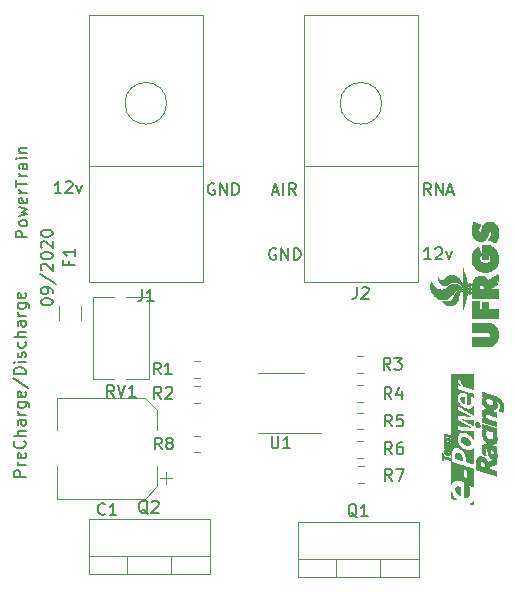
<source format=gbr>
G04 #@! TF.GenerationSoftware,KiCad,Pcbnew,(5.1.5)-3*
G04 #@! TF.CreationDate,2020-09-18T03:55:18-03:00*
G04 #@! TF.ProjectId,Pre charge & discharge,50726520-6368-4617-9267-652026206469,rev?*
G04 #@! TF.SameCoordinates,Original*
G04 #@! TF.FileFunction,Legend,Top*
G04 #@! TF.FilePolarity,Positive*
%FSLAX46Y46*%
G04 Gerber Fmt 4.6, Leading zero omitted, Abs format (unit mm)*
G04 Created by KiCad (PCBNEW (5.1.5)-3) date 2020-09-18 03:55:18*
%MOMM*%
%LPD*%
G04 APERTURE LIST*
%ADD10C,0.150000*%
%ADD11C,0.010000*%
%ADD12C,0.120000*%
G04 APERTURE END LIST*
D10*
X152728571Y-55302380D02*
X152157142Y-55302380D01*
X152442857Y-55302380D02*
X152442857Y-54302380D01*
X152347619Y-54445238D01*
X152252380Y-54540476D01*
X152157142Y-54588095D01*
X153109523Y-54397619D02*
X153157142Y-54350000D01*
X153252380Y-54302380D01*
X153490476Y-54302380D01*
X153585714Y-54350000D01*
X153633333Y-54397619D01*
X153680952Y-54492857D01*
X153680952Y-54588095D01*
X153633333Y-54730952D01*
X153061904Y-55302380D01*
X153680952Y-55302380D01*
X154014285Y-54635714D02*
X154252380Y-55302380D01*
X154490476Y-54635714D01*
X165688095Y-54500000D02*
X165592857Y-54452380D01*
X165450000Y-54452380D01*
X165307142Y-54500000D01*
X165211904Y-54595238D01*
X165164285Y-54690476D01*
X165116666Y-54880952D01*
X165116666Y-55023809D01*
X165164285Y-55214285D01*
X165211904Y-55309523D01*
X165307142Y-55404761D01*
X165450000Y-55452380D01*
X165545238Y-55452380D01*
X165688095Y-55404761D01*
X165735714Y-55357142D01*
X165735714Y-55023809D01*
X165545238Y-55023809D01*
X166164285Y-55452380D02*
X166164285Y-54452380D01*
X166735714Y-55452380D01*
X166735714Y-54452380D01*
X167211904Y-55452380D02*
X167211904Y-54452380D01*
X167450000Y-54452380D01*
X167592857Y-54500000D01*
X167688095Y-54595238D01*
X167735714Y-54690476D01*
X167783333Y-54880952D01*
X167783333Y-55023809D01*
X167735714Y-55214285D01*
X167688095Y-55309523D01*
X167592857Y-55404761D01*
X167450000Y-55452380D01*
X167211904Y-55452380D01*
X184028571Y-60902380D02*
X183457142Y-60902380D01*
X183742857Y-60902380D02*
X183742857Y-59902380D01*
X183647619Y-60045238D01*
X183552380Y-60140476D01*
X183457142Y-60188095D01*
X184409523Y-59997619D02*
X184457142Y-59950000D01*
X184552380Y-59902380D01*
X184790476Y-59902380D01*
X184885714Y-59950000D01*
X184933333Y-59997619D01*
X184980952Y-60092857D01*
X184980952Y-60188095D01*
X184933333Y-60330952D01*
X184361904Y-60902380D01*
X184980952Y-60902380D01*
X185314285Y-60235714D02*
X185552380Y-60902380D01*
X185790476Y-60235714D01*
X184007142Y-55452380D02*
X183673809Y-54976190D01*
X183435714Y-55452380D02*
X183435714Y-54452380D01*
X183816666Y-54452380D01*
X183911904Y-54500000D01*
X183959523Y-54547619D01*
X184007142Y-54642857D01*
X184007142Y-54785714D01*
X183959523Y-54880952D01*
X183911904Y-54928571D01*
X183816666Y-54976190D01*
X183435714Y-54976190D01*
X184435714Y-55452380D02*
X184435714Y-54452380D01*
X185007142Y-55452380D01*
X185007142Y-54452380D01*
X185435714Y-55166666D02*
X185911904Y-55166666D01*
X185340476Y-55452380D02*
X185673809Y-54452380D01*
X186007142Y-55452380D01*
X170623809Y-55166666D02*
X171100000Y-55166666D01*
X170528571Y-55452380D02*
X170861904Y-54452380D01*
X171195238Y-55452380D01*
X171528571Y-55452380D02*
X171528571Y-54452380D01*
X172576190Y-55452380D02*
X172242857Y-54976190D01*
X172004761Y-55452380D02*
X172004761Y-54452380D01*
X172385714Y-54452380D01*
X172480952Y-54500000D01*
X172528571Y-54547619D01*
X172576190Y-54642857D01*
X172576190Y-54785714D01*
X172528571Y-54880952D01*
X172480952Y-54928571D01*
X172385714Y-54976190D01*
X172004761Y-54976190D01*
X170888095Y-60000000D02*
X170792857Y-59952380D01*
X170650000Y-59952380D01*
X170507142Y-60000000D01*
X170411904Y-60095238D01*
X170364285Y-60190476D01*
X170316666Y-60380952D01*
X170316666Y-60523809D01*
X170364285Y-60714285D01*
X170411904Y-60809523D01*
X170507142Y-60904761D01*
X170650000Y-60952380D01*
X170745238Y-60952380D01*
X170888095Y-60904761D01*
X170935714Y-60857142D01*
X170935714Y-60523809D01*
X170745238Y-60523809D01*
X171364285Y-60952380D02*
X171364285Y-59952380D01*
X171935714Y-60952380D01*
X171935714Y-59952380D01*
X172411904Y-60952380D02*
X172411904Y-59952380D01*
X172650000Y-59952380D01*
X172792857Y-60000000D01*
X172888095Y-60095238D01*
X172935714Y-60190476D01*
X172983333Y-60380952D01*
X172983333Y-60523809D01*
X172935714Y-60714285D01*
X172888095Y-60809523D01*
X172792857Y-60904761D01*
X172650000Y-60952380D01*
X172411904Y-60952380D01*
X149852380Y-59059523D02*
X148852380Y-59059523D01*
X148852380Y-58678571D01*
X148900000Y-58583333D01*
X148947619Y-58535714D01*
X149042857Y-58488095D01*
X149185714Y-58488095D01*
X149280952Y-58535714D01*
X149328571Y-58583333D01*
X149376190Y-58678571D01*
X149376190Y-59059523D01*
X149852380Y-57916666D02*
X149804761Y-58011904D01*
X149757142Y-58059523D01*
X149661904Y-58107142D01*
X149376190Y-58107142D01*
X149280952Y-58059523D01*
X149233333Y-58011904D01*
X149185714Y-57916666D01*
X149185714Y-57773809D01*
X149233333Y-57678571D01*
X149280952Y-57630952D01*
X149376190Y-57583333D01*
X149661904Y-57583333D01*
X149757142Y-57630952D01*
X149804761Y-57678571D01*
X149852380Y-57773809D01*
X149852380Y-57916666D01*
X149185714Y-57250000D02*
X149852380Y-57059523D01*
X149376190Y-56869047D01*
X149852380Y-56678571D01*
X149185714Y-56488095D01*
X149804761Y-55726190D02*
X149852380Y-55821428D01*
X149852380Y-56011904D01*
X149804761Y-56107142D01*
X149709523Y-56154761D01*
X149328571Y-56154761D01*
X149233333Y-56107142D01*
X149185714Y-56011904D01*
X149185714Y-55821428D01*
X149233333Y-55726190D01*
X149328571Y-55678571D01*
X149423809Y-55678571D01*
X149519047Y-56154761D01*
X149852380Y-55250000D02*
X149185714Y-55250000D01*
X149376190Y-55250000D02*
X149280952Y-55202380D01*
X149233333Y-55154761D01*
X149185714Y-55059523D01*
X149185714Y-54964285D01*
X148852380Y-54773809D02*
X148852380Y-54202380D01*
X149852380Y-54488095D02*
X148852380Y-54488095D01*
X149852380Y-53869047D02*
X149185714Y-53869047D01*
X149376190Y-53869047D02*
X149280952Y-53821428D01*
X149233333Y-53773809D01*
X149185714Y-53678571D01*
X149185714Y-53583333D01*
X149852380Y-52821428D02*
X149328571Y-52821428D01*
X149233333Y-52869047D01*
X149185714Y-52964285D01*
X149185714Y-53154761D01*
X149233333Y-53250000D01*
X149804761Y-52821428D02*
X149852380Y-52916666D01*
X149852380Y-53154761D01*
X149804761Y-53250000D01*
X149709523Y-53297619D01*
X149614285Y-53297619D01*
X149519047Y-53250000D01*
X149471428Y-53154761D01*
X149471428Y-52916666D01*
X149423809Y-52821428D01*
X149852380Y-52345238D02*
X149185714Y-52345238D01*
X148852380Y-52345238D02*
X148900000Y-52392857D01*
X148947619Y-52345238D01*
X148900000Y-52297619D01*
X148852380Y-52345238D01*
X148947619Y-52345238D01*
X149185714Y-51869047D02*
X149852380Y-51869047D01*
X149280952Y-51869047D02*
X149233333Y-51821428D01*
X149185714Y-51726190D01*
X149185714Y-51583333D01*
X149233333Y-51488095D01*
X149328571Y-51440476D01*
X149852380Y-51440476D01*
X149702380Y-79335714D02*
X148702380Y-79335714D01*
X148702380Y-78954761D01*
X148750000Y-78859523D01*
X148797619Y-78811904D01*
X148892857Y-78764285D01*
X149035714Y-78764285D01*
X149130952Y-78811904D01*
X149178571Y-78859523D01*
X149226190Y-78954761D01*
X149226190Y-79335714D01*
X149702380Y-78335714D02*
X149035714Y-78335714D01*
X149226190Y-78335714D02*
X149130952Y-78288095D01*
X149083333Y-78240476D01*
X149035714Y-78145238D01*
X149035714Y-78050000D01*
X149654761Y-77335714D02*
X149702380Y-77430952D01*
X149702380Y-77621428D01*
X149654761Y-77716666D01*
X149559523Y-77764285D01*
X149178571Y-77764285D01*
X149083333Y-77716666D01*
X149035714Y-77621428D01*
X149035714Y-77430952D01*
X149083333Y-77335714D01*
X149178571Y-77288095D01*
X149273809Y-77288095D01*
X149369047Y-77764285D01*
X149607142Y-76288095D02*
X149654761Y-76335714D01*
X149702380Y-76478571D01*
X149702380Y-76573809D01*
X149654761Y-76716666D01*
X149559523Y-76811904D01*
X149464285Y-76859523D01*
X149273809Y-76907142D01*
X149130952Y-76907142D01*
X148940476Y-76859523D01*
X148845238Y-76811904D01*
X148750000Y-76716666D01*
X148702380Y-76573809D01*
X148702380Y-76478571D01*
X148750000Y-76335714D01*
X148797619Y-76288095D01*
X149702380Y-75859523D02*
X148702380Y-75859523D01*
X149702380Y-75430952D02*
X149178571Y-75430952D01*
X149083333Y-75478571D01*
X149035714Y-75573809D01*
X149035714Y-75716666D01*
X149083333Y-75811904D01*
X149130952Y-75859523D01*
X149702380Y-74526190D02*
X149178571Y-74526190D01*
X149083333Y-74573809D01*
X149035714Y-74669047D01*
X149035714Y-74859523D01*
X149083333Y-74954761D01*
X149654761Y-74526190D02*
X149702380Y-74621428D01*
X149702380Y-74859523D01*
X149654761Y-74954761D01*
X149559523Y-75002380D01*
X149464285Y-75002380D01*
X149369047Y-74954761D01*
X149321428Y-74859523D01*
X149321428Y-74621428D01*
X149273809Y-74526190D01*
X149702380Y-74050000D02*
X149035714Y-74050000D01*
X149226190Y-74050000D02*
X149130952Y-74002380D01*
X149083333Y-73954761D01*
X149035714Y-73859523D01*
X149035714Y-73764285D01*
X149035714Y-73002380D02*
X149845238Y-73002380D01*
X149940476Y-73050000D01*
X149988095Y-73097619D01*
X150035714Y-73192857D01*
X150035714Y-73335714D01*
X149988095Y-73430952D01*
X149654761Y-73002380D02*
X149702380Y-73097619D01*
X149702380Y-73288095D01*
X149654761Y-73383333D01*
X149607142Y-73430952D01*
X149511904Y-73478571D01*
X149226190Y-73478571D01*
X149130952Y-73430952D01*
X149083333Y-73383333D01*
X149035714Y-73288095D01*
X149035714Y-73097619D01*
X149083333Y-73002380D01*
X149654761Y-72145238D02*
X149702380Y-72240476D01*
X149702380Y-72430952D01*
X149654761Y-72526190D01*
X149559523Y-72573809D01*
X149178571Y-72573809D01*
X149083333Y-72526190D01*
X149035714Y-72430952D01*
X149035714Y-72240476D01*
X149083333Y-72145238D01*
X149178571Y-72097619D01*
X149273809Y-72097619D01*
X149369047Y-72573809D01*
X148654761Y-70954761D02*
X149940476Y-71811904D01*
X149702380Y-70621428D02*
X148702380Y-70621428D01*
X148702380Y-70383333D01*
X148750000Y-70240476D01*
X148845238Y-70145238D01*
X148940476Y-70097619D01*
X149130952Y-70050000D01*
X149273809Y-70050000D01*
X149464285Y-70097619D01*
X149559523Y-70145238D01*
X149654761Y-70240476D01*
X149702380Y-70383333D01*
X149702380Y-70621428D01*
X149702380Y-69621428D02*
X149035714Y-69621428D01*
X148702380Y-69621428D02*
X148750000Y-69669047D01*
X148797619Y-69621428D01*
X148750000Y-69573809D01*
X148702380Y-69621428D01*
X148797619Y-69621428D01*
X149654761Y-69192857D02*
X149702380Y-69097619D01*
X149702380Y-68907142D01*
X149654761Y-68811904D01*
X149559523Y-68764285D01*
X149511904Y-68764285D01*
X149416666Y-68811904D01*
X149369047Y-68907142D01*
X149369047Y-69050000D01*
X149321428Y-69145238D01*
X149226190Y-69192857D01*
X149178571Y-69192857D01*
X149083333Y-69145238D01*
X149035714Y-69050000D01*
X149035714Y-68907142D01*
X149083333Y-68811904D01*
X149654761Y-67907142D02*
X149702380Y-68002380D01*
X149702380Y-68192857D01*
X149654761Y-68288095D01*
X149607142Y-68335714D01*
X149511904Y-68383333D01*
X149226190Y-68383333D01*
X149130952Y-68335714D01*
X149083333Y-68288095D01*
X149035714Y-68192857D01*
X149035714Y-68002380D01*
X149083333Y-67907142D01*
X149702380Y-67478571D02*
X148702380Y-67478571D01*
X149702380Y-67050000D02*
X149178571Y-67050000D01*
X149083333Y-67097619D01*
X149035714Y-67192857D01*
X149035714Y-67335714D01*
X149083333Y-67430952D01*
X149130952Y-67478571D01*
X149702380Y-66145238D02*
X149178571Y-66145238D01*
X149083333Y-66192857D01*
X149035714Y-66288095D01*
X149035714Y-66478571D01*
X149083333Y-66573809D01*
X149654761Y-66145238D02*
X149702380Y-66240476D01*
X149702380Y-66478571D01*
X149654761Y-66573809D01*
X149559523Y-66621428D01*
X149464285Y-66621428D01*
X149369047Y-66573809D01*
X149321428Y-66478571D01*
X149321428Y-66240476D01*
X149273809Y-66145238D01*
X149702380Y-65669047D02*
X149035714Y-65669047D01*
X149226190Y-65669047D02*
X149130952Y-65621428D01*
X149083333Y-65573809D01*
X149035714Y-65478571D01*
X149035714Y-65383333D01*
X149035714Y-64621428D02*
X149845238Y-64621428D01*
X149940476Y-64669047D01*
X149988095Y-64716666D01*
X150035714Y-64811904D01*
X150035714Y-64954761D01*
X149988095Y-65050000D01*
X149654761Y-64621428D02*
X149702380Y-64716666D01*
X149702380Y-64907142D01*
X149654761Y-65002380D01*
X149607142Y-65050000D01*
X149511904Y-65097619D01*
X149226190Y-65097619D01*
X149130952Y-65050000D01*
X149083333Y-65002380D01*
X149035714Y-64907142D01*
X149035714Y-64716666D01*
X149083333Y-64621428D01*
X149654761Y-63764285D02*
X149702380Y-63859523D01*
X149702380Y-64050000D01*
X149654761Y-64145238D01*
X149559523Y-64192857D01*
X149178571Y-64192857D01*
X149083333Y-64145238D01*
X149035714Y-64050000D01*
X149035714Y-63859523D01*
X149083333Y-63764285D01*
X149178571Y-63716666D01*
X149273809Y-63716666D01*
X149369047Y-64192857D01*
X151002380Y-64552380D02*
X151002380Y-64457142D01*
X151050000Y-64361904D01*
X151097619Y-64314285D01*
X151192857Y-64266666D01*
X151383333Y-64219047D01*
X151621428Y-64219047D01*
X151811904Y-64266666D01*
X151907142Y-64314285D01*
X151954761Y-64361904D01*
X152002380Y-64457142D01*
X152002380Y-64552380D01*
X151954761Y-64647619D01*
X151907142Y-64695238D01*
X151811904Y-64742857D01*
X151621428Y-64790476D01*
X151383333Y-64790476D01*
X151192857Y-64742857D01*
X151097619Y-64695238D01*
X151050000Y-64647619D01*
X151002380Y-64552380D01*
X152002380Y-63742857D02*
X152002380Y-63552380D01*
X151954761Y-63457142D01*
X151907142Y-63409523D01*
X151764285Y-63314285D01*
X151573809Y-63266666D01*
X151192857Y-63266666D01*
X151097619Y-63314285D01*
X151050000Y-63361904D01*
X151002380Y-63457142D01*
X151002380Y-63647619D01*
X151050000Y-63742857D01*
X151097619Y-63790476D01*
X151192857Y-63838095D01*
X151430952Y-63838095D01*
X151526190Y-63790476D01*
X151573809Y-63742857D01*
X151621428Y-63647619D01*
X151621428Y-63457142D01*
X151573809Y-63361904D01*
X151526190Y-63314285D01*
X151430952Y-63266666D01*
X150954761Y-62123809D02*
X152240476Y-62980952D01*
X151097619Y-61838095D02*
X151050000Y-61790476D01*
X151002380Y-61695238D01*
X151002380Y-61457142D01*
X151050000Y-61361904D01*
X151097619Y-61314285D01*
X151192857Y-61266666D01*
X151288095Y-61266666D01*
X151430952Y-61314285D01*
X152002380Y-61885714D01*
X152002380Y-61266666D01*
X151002380Y-60647619D02*
X151002380Y-60552380D01*
X151050000Y-60457142D01*
X151097619Y-60409523D01*
X151192857Y-60361904D01*
X151383333Y-60314285D01*
X151621428Y-60314285D01*
X151811904Y-60361904D01*
X151907142Y-60409523D01*
X151954761Y-60457142D01*
X152002380Y-60552380D01*
X152002380Y-60647619D01*
X151954761Y-60742857D01*
X151907142Y-60790476D01*
X151811904Y-60838095D01*
X151621428Y-60885714D01*
X151383333Y-60885714D01*
X151192857Y-60838095D01*
X151097619Y-60790476D01*
X151050000Y-60742857D01*
X151002380Y-60647619D01*
X151097619Y-59933333D02*
X151050000Y-59885714D01*
X151002380Y-59790476D01*
X151002380Y-59552380D01*
X151050000Y-59457142D01*
X151097619Y-59409523D01*
X151192857Y-59361904D01*
X151288095Y-59361904D01*
X151430952Y-59409523D01*
X152002380Y-59980952D01*
X152002380Y-59361904D01*
X151002380Y-58742857D02*
X151002380Y-58647619D01*
X151050000Y-58552380D01*
X151097619Y-58504761D01*
X151192857Y-58457142D01*
X151383333Y-58409523D01*
X151621428Y-58409523D01*
X151811904Y-58457142D01*
X151907142Y-58504761D01*
X151954761Y-58552380D01*
X152002380Y-58647619D01*
X152002380Y-58742857D01*
X151954761Y-58838095D01*
X151907142Y-58885714D01*
X151811904Y-58933333D01*
X151621428Y-58980952D01*
X151383333Y-58980952D01*
X151192857Y-58933333D01*
X151097619Y-58885714D01*
X151050000Y-58838095D01*
X151002380Y-58742857D01*
D11*
G36*
X185117634Y-75779029D02*
G01*
X185128027Y-75747450D01*
X185143037Y-75721551D01*
X185162017Y-75706723D01*
X185190213Y-75699348D01*
X185229438Y-75699609D01*
X185281502Y-75707686D01*
X185348218Y-75723764D01*
X185431397Y-75748023D01*
X185443400Y-75751752D01*
X185605960Y-75802542D01*
X185608970Y-75875939D01*
X185610041Y-75913734D01*
X185608837Y-75935043D01*
X185604559Y-75943647D01*
X185596405Y-75943326D01*
X185594813Y-75942748D01*
X185566480Y-75932911D01*
X185526348Y-75920314D01*
X185478801Y-75906183D01*
X185428224Y-75891742D01*
X185379001Y-75878218D01*
X185335518Y-75866837D01*
X185302158Y-75858823D01*
X185283307Y-75855404D01*
X185282219Y-75855360D01*
X185250372Y-75863029D01*
X185231600Y-75883806D01*
X185227050Y-75914343D01*
X185237874Y-75951296D01*
X185244868Y-75964087D01*
X185257372Y-75981735D01*
X185273179Y-75996822D01*
X185295235Y-76010785D01*
X185326483Y-76025062D01*
X185369867Y-76041090D01*
X185428331Y-76060305D01*
X185466637Y-76072335D01*
X185605960Y-76115677D01*
X185608970Y-76189986D01*
X185609845Y-76228812D01*
X185608192Y-76250780D01*
X185603475Y-76259252D01*
X185597970Y-76258919D01*
X185565177Y-76247296D01*
X185521670Y-76233203D01*
X185471851Y-76217913D01*
X185420124Y-76202700D01*
X185370894Y-76188837D01*
X185328563Y-76177597D01*
X185297535Y-76170252D01*
X185283557Y-76168028D01*
X185252045Y-76174075D01*
X185233145Y-76191964D01*
X185226284Y-76218075D01*
X185230890Y-76248789D01*
X185246389Y-76280485D01*
X185272210Y-76309544D01*
X185307779Y-76332346D01*
X185309686Y-76333205D01*
X185336254Y-76343523D01*
X185376946Y-76357612D01*
X185426346Y-76373663D01*
X185479039Y-76389868D01*
X185482135Y-76390790D01*
X185611040Y-76429114D01*
X185611040Y-76574477D01*
X185445940Y-76523683D01*
X185384775Y-76504849D01*
X185324379Y-76486222D01*
X185269997Y-76469423D01*
X185226877Y-76456071D01*
X185209720Y-76450740D01*
X185138600Y-76428591D01*
X185135626Y-76355921D01*
X185132653Y-76283250D01*
X185166039Y-76292825D01*
X185189311Y-76299268D01*
X185202049Y-76302355D01*
X185202511Y-76302400D01*
X185198695Y-76295298D01*
X185185531Y-76277205D01*
X185175530Y-76264300D01*
X185148818Y-76222112D01*
X185128802Y-76174419D01*
X185117845Y-76128244D01*
X185117861Y-76092777D01*
X185129622Y-76058930D01*
X185148998Y-76029897D01*
X185171458Y-76011411D01*
X185185057Y-76007760D01*
X185200035Y-76005853D01*
X185202527Y-75998086D01*
X185191837Y-75981391D01*
X185174430Y-75960797D01*
X185149837Y-75923380D01*
X185130366Y-75876387D01*
X185118494Y-75827743D01*
X185116698Y-75785371D01*
X185117634Y-75779029D01*
G37*
X185117634Y-75779029D02*
X185128027Y-75747450D01*
X185143037Y-75721551D01*
X185162017Y-75706723D01*
X185190213Y-75699348D01*
X185229438Y-75699609D01*
X185281502Y-75707686D01*
X185348218Y-75723764D01*
X185431397Y-75748023D01*
X185443400Y-75751752D01*
X185605960Y-75802542D01*
X185608970Y-75875939D01*
X185610041Y-75913734D01*
X185608837Y-75935043D01*
X185604559Y-75943647D01*
X185596405Y-75943326D01*
X185594813Y-75942748D01*
X185566480Y-75932911D01*
X185526348Y-75920314D01*
X185478801Y-75906183D01*
X185428224Y-75891742D01*
X185379001Y-75878218D01*
X185335518Y-75866837D01*
X185302158Y-75858823D01*
X185283307Y-75855404D01*
X185282219Y-75855360D01*
X185250372Y-75863029D01*
X185231600Y-75883806D01*
X185227050Y-75914343D01*
X185237874Y-75951296D01*
X185244868Y-75964087D01*
X185257372Y-75981735D01*
X185273179Y-75996822D01*
X185295235Y-76010785D01*
X185326483Y-76025062D01*
X185369867Y-76041090D01*
X185428331Y-76060305D01*
X185466637Y-76072335D01*
X185605960Y-76115677D01*
X185608970Y-76189986D01*
X185609845Y-76228812D01*
X185608192Y-76250780D01*
X185603475Y-76259252D01*
X185597970Y-76258919D01*
X185565177Y-76247296D01*
X185521670Y-76233203D01*
X185471851Y-76217913D01*
X185420124Y-76202700D01*
X185370894Y-76188837D01*
X185328563Y-76177597D01*
X185297535Y-76170252D01*
X185283557Y-76168028D01*
X185252045Y-76174075D01*
X185233145Y-76191964D01*
X185226284Y-76218075D01*
X185230890Y-76248789D01*
X185246389Y-76280485D01*
X185272210Y-76309544D01*
X185307779Y-76332346D01*
X185309686Y-76333205D01*
X185336254Y-76343523D01*
X185376946Y-76357612D01*
X185426346Y-76373663D01*
X185479039Y-76389868D01*
X185482135Y-76390790D01*
X185611040Y-76429114D01*
X185611040Y-76574477D01*
X185445940Y-76523683D01*
X185384775Y-76504849D01*
X185324379Y-76486222D01*
X185269997Y-76469423D01*
X185226877Y-76456071D01*
X185209720Y-76450740D01*
X185138600Y-76428591D01*
X185135626Y-76355921D01*
X185132653Y-76283250D01*
X185166039Y-76292825D01*
X185189311Y-76299268D01*
X185202049Y-76302355D01*
X185202511Y-76302400D01*
X185198695Y-76295298D01*
X185185531Y-76277205D01*
X185175530Y-76264300D01*
X185148818Y-76222112D01*
X185128802Y-76174419D01*
X185117845Y-76128244D01*
X185117861Y-76092777D01*
X185129622Y-76058930D01*
X185148998Y-76029897D01*
X185171458Y-76011411D01*
X185185057Y-76007760D01*
X185200035Y-76005853D01*
X185202527Y-75998086D01*
X185191837Y-75981391D01*
X185174430Y-75960797D01*
X185149837Y-75923380D01*
X185130366Y-75876387D01*
X185118494Y-75827743D01*
X185116698Y-75785371D01*
X185117634Y-75779029D01*
G36*
X184930412Y-77524013D02*
G01*
X184930783Y-77461147D01*
X184931569Y-77414240D01*
X184932907Y-77381112D01*
X184934937Y-77359582D01*
X184937794Y-77347469D01*
X184941617Y-77342594D01*
X184946544Y-77342776D01*
X184946868Y-77342897D01*
X184966696Y-77349240D01*
X184996535Y-77357521D01*
X185007828Y-77360430D01*
X185052240Y-77371613D01*
X185052240Y-77569619D01*
X185105580Y-77586290D01*
X185130892Y-77594185D01*
X185171972Y-77606981D01*
X185225181Y-77623545D01*
X185286881Y-77642743D01*
X185353436Y-77663446D01*
X185382440Y-77672465D01*
X185605960Y-77741970D01*
X185608961Y-77815497D01*
X185610051Y-77853360D01*
X185608871Y-77874866D01*
X185604549Y-77883932D01*
X185596211Y-77884472D01*
X185593721Y-77883828D01*
X185569284Y-77876614D01*
X185529449Y-77864569D01*
X185478211Y-77848922D01*
X185419568Y-77830903D01*
X185357516Y-77811743D01*
X185296050Y-77792671D01*
X185239169Y-77774918D01*
X185205885Y-77764459D01*
X185157543Y-77749538D01*
X185115545Y-77737182D01*
X185084032Y-77728564D01*
X185067140Y-77724860D01*
X185066185Y-77724800D01*
X185059241Y-77729512D01*
X185054919Y-77745706D01*
X185052747Y-77776472D01*
X185052240Y-77816240D01*
X185051548Y-77856509D01*
X185049695Y-77887729D01*
X185047014Y-77905369D01*
X185045512Y-77907680D01*
X185032825Y-77904847D01*
X185007211Y-77897543D01*
X184984552Y-77890585D01*
X184930319Y-77873490D01*
X184930319Y-77605018D01*
X184930412Y-77524013D01*
G37*
X184930412Y-77524013D02*
X184930783Y-77461147D01*
X184931569Y-77414240D01*
X184932907Y-77381112D01*
X184934937Y-77359582D01*
X184937794Y-77347469D01*
X184941617Y-77342594D01*
X184946544Y-77342776D01*
X184946868Y-77342897D01*
X184966696Y-77349240D01*
X184996535Y-77357521D01*
X185007828Y-77360430D01*
X185052240Y-77371613D01*
X185052240Y-77569619D01*
X185105580Y-77586290D01*
X185130892Y-77594185D01*
X185171972Y-77606981D01*
X185225181Y-77623545D01*
X185286881Y-77642743D01*
X185353436Y-77663446D01*
X185382440Y-77672465D01*
X185605960Y-77741970D01*
X185608961Y-77815497D01*
X185610051Y-77853360D01*
X185608871Y-77874866D01*
X185604549Y-77883932D01*
X185596211Y-77884472D01*
X185593721Y-77883828D01*
X185569284Y-77876614D01*
X185529449Y-77864569D01*
X185478211Y-77848922D01*
X185419568Y-77830903D01*
X185357516Y-77811743D01*
X185296050Y-77792671D01*
X185239169Y-77774918D01*
X185205885Y-77764459D01*
X185157543Y-77749538D01*
X185115545Y-77737182D01*
X185084032Y-77728564D01*
X185067140Y-77724860D01*
X185066185Y-77724800D01*
X185059241Y-77729512D01*
X185054919Y-77745706D01*
X185052747Y-77776472D01*
X185052240Y-77816240D01*
X185051548Y-77856509D01*
X185049695Y-77887729D01*
X185047014Y-77905369D01*
X185045512Y-77907680D01*
X185032825Y-77904847D01*
X185007211Y-77897543D01*
X184984552Y-77890585D01*
X184930319Y-77873490D01*
X184930319Y-77605018D01*
X184930412Y-77524013D01*
G36*
X185120225Y-76651299D02*
G01*
X185135491Y-76601912D01*
X185163146Y-76566632D01*
X185201636Y-76547066D01*
X185220503Y-76543253D01*
X185241262Y-76542353D01*
X185266780Y-76544950D01*
X185299922Y-76551628D01*
X185343555Y-76562972D01*
X185400544Y-76579566D01*
X185473754Y-76601993D01*
X185478960Y-76603610D01*
X185605960Y-76643079D01*
X185608964Y-76711500D01*
X185609807Y-76745783D01*
X185609149Y-76770332D01*
X185607133Y-76779917D01*
X185607085Y-76779920D01*
X185594983Y-76776688D01*
X185576141Y-76770012D01*
X185557284Y-76764254D01*
X185550080Y-76764635D01*
X185555453Y-76774745D01*
X185569309Y-76796048D01*
X185582628Y-76815344D01*
X185603144Y-76849131D01*
X185614190Y-76882490D01*
X185619171Y-76924861D01*
X185620289Y-76962938D01*
X185616770Y-76988208D01*
X185607179Y-77007930D01*
X185601125Y-77016140D01*
X185584682Y-77033176D01*
X185565462Y-77041453D01*
X185535654Y-77043878D01*
X185526482Y-77043913D01*
X185478825Y-77036356D01*
X185478825Y-76901840D01*
X185506320Y-76894112D01*
X185521616Y-76873253D01*
X185524205Y-76842757D01*
X185513578Y-76806115D01*
X185496997Y-76777227D01*
X185460166Y-76741998D01*
X185405806Y-76716271D01*
X185399822Y-76714357D01*
X185383049Y-76711562D01*
X185379892Y-76721627D01*
X185381488Y-76730850D01*
X185385768Y-76755204D01*
X185390833Y-76789075D01*
X185392859Y-76804056D01*
X185405913Y-76851009D01*
X185429956Y-76883782D01*
X185463140Y-76900273D01*
X185478825Y-76901840D01*
X185478825Y-77036356D01*
X185464993Y-77034162D01*
X185411164Y-77005846D01*
X185366463Y-76959753D01*
X185364387Y-76956844D01*
X185347820Y-76928392D01*
X185335266Y-76893814D01*
X185324871Y-76847367D01*
X185320201Y-76819770D01*
X185311346Y-76764028D01*
X185304696Y-76725261D01*
X185299184Y-76700390D01*
X185293744Y-76686336D01*
X185287309Y-76680019D01*
X185278812Y-76678360D01*
X185271212Y-76678320D01*
X185241938Y-76686822D01*
X185223067Y-76710936D01*
X185215016Y-76748583D01*
X185218199Y-76797678D01*
X185233034Y-76856140D01*
X185234713Y-76861092D01*
X185244690Y-76891347D01*
X185250779Y-76912487D01*
X185251756Y-76919070D01*
X185239837Y-76918962D01*
X185216984Y-76912348D01*
X185190331Y-76902018D01*
X185167015Y-76890758D01*
X185154172Y-76881356D01*
X185153841Y-76880823D01*
X185147966Y-76864387D01*
X185139593Y-76834005D01*
X185130337Y-76795633D01*
X185128446Y-76787181D01*
X185117744Y-76713490D01*
X185120225Y-76651299D01*
G37*
X185120225Y-76651299D02*
X185135491Y-76601912D01*
X185163146Y-76566632D01*
X185201636Y-76547066D01*
X185220503Y-76543253D01*
X185241262Y-76542353D01*
X185266780Y-76544950D01*
X185299922Y-76551628D01*
X185343555Y-76562972D01*
X185400544Y-76579566D01*
X185473754Y-76601993D01*
X185478960Y-76603610D01*
X185605960Y-76643079D01*
X185608964Y-76711500D01*
X185609807Y-76745783D01*
X185609149Y-76770332D01*
X185607133Y-76779917D01*
X185607085Y-76779920D01*
X185594983Y-76776688D01*
X185576141Y-76770012D01*
X185557284Y-76764254D01*
X185550080Y-76764635D01*
X185555453Y-76774745D01*
X185569309Y-76796048D01*
X185582628Y-76815344D01*
X185603144Y-76849131D01*
X185614190Y-76882490D01*
X185619171Y-76924861D01*
X185620289Y-76962938D01*
X185616770Y-76988208D01*
X185607179Y-77007930D01*
X185601125Y-77016140D01*
X185584682Y-77033176D01*
X185565462Y-77041453D01*
X185535654Y-77043878D01*
X185526482Y-77043913D01*
X185478825Y-77036356D01*
X185478825Y-76901840D01*
X185506320Y-76894112D01*
X185521616Y-76873253D01*
X185524205Y-76842757D01*
X185513578Y-76806115D01*
X185496997Y-76777227D01*
X185460166Y-76741998D01*
X185405806Y-76716271D01*
X185399822Y-76714357D01*
X185383049Y-76711562D01*
X185379892Y-76721627D01*
X185381488Y-76730850D01*
X185385768Y-76755204D01*
X185390833Y-76789075D01*
X185392859Y-76804056D01*
X185405913Y-76851009D01*
X185429956Y-76883782D01*
X185463140Y-76900273D01*
X185478825Y-76901840D01*
X185478825Y-77036356D01*
X185464993Y-77034162D01*
X185411164Y-77005846D01*
X185366463Y-76959753D01*
X185364387Y-76956844D01*
X185347820Y-76928392D01*
X185335266Y-76893814D01*
X185324871Y-76847367D01*
X185320201Y-76819770D01*
X185311346Y-76764028D01*
X185304696Y-76725261D01*
X185299184Y-76700390D01*
X185293744Y-76686336D01*
X185287309Y-76680019D01*
X185278812Y-76678360D01*
X185271212Y-76678320D01*
X185241938Y-76686822D01*
X185223067Y-76710936D01*
X185215016Y-76748583D01*
X185218199Y-76797678D01*
X185233034Y-76856140D01*
X185234713Y-76861092D01*
X185244690Y-76891347D01*
X185250779Y-76912487D01*
X185251756Y-76919070D01*
X185239837Y-76918962D01*
X185216984Y-76912348D01*
X185190331Y-76902018D01*
X185167015Y-76890758D01*
X185154172Y-76881356D01*
X185153841Y-76880823D01*
X185147966Y-76864387D01*
X185139593Y-76834005D01*
X185130337Y-76795633D01*
X185128446Y-76787181D01*
X185117744Y-76713490D01*
X185120225Y-76651299D01*
G36*
X185119190Y-77113415D02*
G01*
X185138639Y-77054169D01*
X185139062Y-77053346D01*
X185166403Y-77021518D01*
X185207486Y-77001230D01*
X185258879Y-76993164D01*
X185317147Y-76998002D01*
X185360056Y-77009389D01*
X185407332Y-77025498D01*
X185412920Y-77343800D01*
X185447383Y-77343800D01*
X185482639Y-77335784D01*
X185506522Y-77311498D01*
X185519260Y-77270586D01*
X185521638Y-77228762D01*
X185518391Y-77187991D01*
X185510997Y-77149067D01*
X185505014Y-77130440D01*
X185489250Y-77092710D01*
X185517125Y-77099629D01*
X185558795Y-77112893D01*
X185585131Y-77130184D01*
X185601117Y-77155716D01*
X185607682Y-77176240D01*
X185617634Y-77232100D01*
X185620796Y-77292129D01*
X185617375Y-77349609D01*
X185607579Y-77397823D01*
X185600232Y-77416606D01*
X185570251Y-77456249D01*
X185528072Y-77480883D01*
X185475440Y-77490279D01*
X185414100Y-77484209D01*
X185345799Y-77462444D01*
X185324035Y-77452736D01*
X185303633Y-77440356D01*
X185303633Y-77308247D01*
X185316697Y-77304056D01*
X185323769Y-77281922D01*
X185326401Y-77240893D01*
X185326560Y-77221629D01*
X185326283Y-77179586D01*
X185324586Y-77153330D01*
X185320170Y-77138325D01*
X185311733Y-77130038D01*
X185298620Y-77124184D01*
X185264021Y-77119062D01*
X185237253Y-77131796D01*
X185220706Y-77160665D01*
X185216804Y-77183113D01*
X185216826Y-77209701D01*
X185223864Y-77230621D01*
X185241317Y-77253644D01*
X185253331Y-77266609D01*
X185283027Y-77295447D01*
X185303633Y-77308247D01*
X185303633Y-77440356D01*
X185258498Y-77412965D01*
X185203684Y-77362519D01*
X185160970Y-77304369D01*
X185131732Y-77241488D01*
X185117346Y-77176846D01*
X185119190Y-77113415D01*
G37*
X185119190Y-77113415D02*
X185138639Y-77054169D01*
X185139062Y-77053346D01*
X185166403Y-77021518D01*
X185207486Y-77001230D01*
X185258879Y-76993164D01*
X185317147Y-76998002D01*
X185360056Y-77009389D01*
X185407332Y-77025498D01*
X185412920Y-77343800D01*
X185447383Y-77343800D01*
X185482639Y-77335784D01*
X185506522Y-77311498D01*
X185519260Y-77270586D01*
X185521638Y-77228762D01*
X185518391Y-77187991D01*
X185510997Y-77149067D01*
X185505014Y-77130440D01*
X185489250Y-77092710D01*
X185517125Y-77099629D01*
X185558795Y-77112893D01*
X185585131Y-77130184D01*
X185601117Y-77155716D01*
X185607682Y-77176240D01*
X185617634Y-77232100D01*
X185620796Y-77292129D01*
X185617375Y-77349609D01*
X185607579Y-77397823D01*
X185600232Y-77416606D01*
X185570251Y-77456249D01*
X185528072Y-77480883D01*
X185475440Y-77490279D01*
X185414100Y-77484209D01*
X185345799Y-77462444D01*
X185324035Y-77452736D01*
X185303633Y-77440356D01*
X185303633Y-77308247D01*
X185316697Y-77304056D01*
X185323769Y-77281922D01*
X185326401Y-77240893D01*
X185326560Y-77221629D01*
X185326283Y-77179586D01*
X185324586Y-77153330D01*
X185320170Y-77138325D01*
X185311733Y-77130038D01*
X185298620Y-77124184D01*
X185264021Y-77119062D01*
X185237253Y-77131796D01*
X185220706Y-77160665D01*
X185216804Y-77183113D01*
X185216826Y-77209701D01*
X185223864Y-77230621D01*
X185241317Y-77253644D01*
X185253331Y-77266609D01*
X185283027Y-77295447D01*
X185303633Y-77308247D01*
X185303633Y-77440356D01*
X185258498Y-77412965D01*
X185203684Y-77362519D01*
X185160970Y-77304369D01*
X185131732Y-77241488D01*
X185117346Y-77176846D01*
X185119190Y-77113415D01*
G36*
X185703236Y-80845983D02*
G01*
X185703992Y-80574680D01*
X185727174Y-80640720D01*
X185775570Y-80756526D01*
X185839491Y-80875096D01*
X185915736Y-80991302D01*
X186001105Y-81100014D01*
X186042426Y-81145954D01*
X186129965Y-81238945D01*
X186061002Y-81218858D01*
X186020526Y-81207196D01*
X185968719Y-81192447D01*
X185913832Y-81176954D01*
X185885360Y-81168976D01*
X185837118Y-81155474D01*
X185792105Y-81142825D01*
X185756418Y-81132746D01*
X185740580Y-81128233D01*
X185702480Y-81117285D01*
X185703236Y-80845983D01*
G37*
X185703236Y-80845983D02*
X185703992Y-80574680D01*
X185727174Y-80640720D01*
X185775570Y-80756526D01*
X185839491Y-80875096D01*
X185915736Y-80991302D01*
X186001105Y-81100014D01*
X186042426Y-81145954D01*
X186129965Y-81238945D01*
X186061002Y-81218858D01*
X186020526Y-81207196D01*
X185968719Y-81192447D01*
X185913832Y-81176954D01*
X185885360Y-81168976D01*
X185837118Y-81155474D01*
X185792105Y-81142825D01*
X185756418Y-81132746D01*
X185740580Y-81128233D01*
X185702480Y-81117285D01*
X185703236Y-80845983D01*
G36*
X186082238Y-80318935D02*
G01*
X186097198Y-80253857D01*
X186125775Y-80203490D01*
X186168201Y-80167444D01*
X186224708Y-80145330D01*
X186232804Y-80143519D01*
X186262386Y-80138253D01*
X186289683Y-80136131D01*
X186319880Y-80137455D01*
X186358157Y-80142528D01*
X186409698Y-80151651D01*
X186426380Y-80154814D01*
X186484800Y-80165977D01*
X186484800Y-80520189D01*
X186484683Y-80616544D01*
X186484286Y-80694392D01*
X186483537Y-80755540D01*
X186482366Y-80801802D01*
X186480700Y-80834985D01*
X186478469Y-80856902D01*
X186475601Y-80869362D01*
X186472025Y-80874176D01*
X186470863Y-80874400D01*
X186451515Y-80868087D01*
X186420714Y-80850930D01*
X186382178Y-80825607D01*
X186339623Y-80794794D01*
X186296768Y-80761170D01*
X186257328Y-80727411D01*
X186228595Y-80699919D01*
X186162386Y-80621178D01*
X186115928Y-80541208D01*
X186088651Y-80458852D01*
X186080663Y-80399111D01*
X186082238Y-80318935D01*
G37*
X186082238Y-80318935D02*
X186097198Y-80253857D01*
X186125775Y-80203490D01*
X186168201Y-80167444D01*
X186224708Y-80145330D01*
X186232804Y-80143519D01*
X186262386Y-80138253D01*
X186289683Y-80136131D01*
X186319880Y-80137455D01*
X186358157Y-80142528D01*
X186409698Y-80151651D01*
X186426380Y-80154814D01*
X186484800Y-80165977D01*
X186484800Y-80520189D01*
X186484683Y-80616544D01*
X186484286Y-80694392D01*
X186483537Y-80755540D01*
X186482366Y-80801802D01*
X186480700Y-80834985D01*
X186478469Y-80856902D01*
X186475601Y-80869362D01*
X186472025Y-80874176D01*
X186470863Y-80874400D01*
X186451515Y-80868087D01*
X186420714Y-80850930D01*
X186382178Y-80825607D01*
X186339623Y-80794794D01*
X186296768Y-80761170D01*
X186257328Y-80727411D01*
X186228595Y-80699919D01*
X186162386Y-80621178D01*
X186115928Y-80541208D01*
X186088651Y-80458852D01*
X186080663Y-80399111D01*
X186082238Y-80318935D01*
G36*
X186050640Y-77517674D02*
G01*
X186057028Y-77453438D01*
X186070099Y-77402063D01*
X186090661Y-77360142D01*
X186113681Y-77330428D01*
X186148005Y-77293000D01*
X186237662Y-77293000D01*
X186284657Y-77293865D01*
X186319367Y-77297546D01*
X186349792Y-77305677D01*
X186383935Y-77319891D01*
X186395184Y-77325152D01*
X186466979Y-77366115D01*
X186524835Y-77415279D01*
X186569653Y-77474430D01*
X186602335Y-77545351D01*
X186623780Y-77629827D01*
X186634891Y-77729644D01*
X186636998Y-77804225D01*
X186636906Y-77848353D01*
X186635790Y-77875718D01*
X186632730Y-77889880D01*
X186626809Y-77894394D01*
X186617108Y-77892820D01*
X186614340Y-77891999D01*
X186595474Y-77886192D01*
X186562335Y-77875876D01*
X186520031Y-77862647D01*
X186484800Y-77851594D01*
X186428991Y-77834169D01*
X186363269Y-77813811D01*
X186297169Y-77793468D01*
X186256200Y-77780942D01*
X186205141Y-77765350D01*
X186157249Y-77750654D01*
X186118024Y-77738547D01*
X186093640Y-77730933D01*
X186053000Y-77718062D01*
X186050126Y-77598180D01*
X186050640Y-77517674D01*
G37*
X186050640Y-77517674D02*
X186057028Y-77453438D01*
X186070099Y-77402063D01*
X186090661Y-77360142D01*
X186113681Y-77330428D01*
X186148005Y-77293000D01*
X186237662Y-77293000D01*
X186284657Y-77293865D01*
X186319367Y-77297546D01*
X186349792Y-77305677D01*
X186383935Y-77319891D01*
X186395184Y-77325152D01*
X186466979Y-77366115D01*
X186524835Y-77415279D01*
X186569653Y-77474430D01*
X186602335Y-77545351D01*
X186623780Y-77629827D01*
X186634891Y-77729644D01*
X186636998Y-77804225D01*
X186636906Y-77848353D01*
X186635790Y-77875718D01*
X186632730Y-77889880D01*
X186626809Y-77894394D01*
X186617108Y-77892820D01*
X186614340Y-77891999D01*
X186595474Y-77886192D01*
X186562335Y-77875876D01*
X186520031Y-77862647D01*
X186484800Y-77851594D01*
X186428991Y-77834169D01*
X186363269Y-77813811D01*
X186297169Y-77793468D01*
X186256200Y-77780942D01*
X186205141Y-77765350D01*
X186157249Y-77750654D01*
X186118024Y-77738547D01*
X186093640Y-77730933D01*
X186053000Y-77718062D01*
X186050126Y-77598180D01*
X186050640Y-77517674D01*
G36*
X186672760Y-74443120D02*
G01*
X186677840Y-74448200D01*
X186672760Y-74453280D01*
X186667680Y-74448200D01*
X186672760Y-74443120D01*
G37*
X186672760Y-74443120D02*
X186677840Y-74448200D01*
X186672760Y-74453280D01*
X186667680Y-74448200D01*
X186672760Y-74443120D01*
G36*
X186522711Y-72632987D02*
G01*
X186544567Y-72586005D01*
X186580187Y-72553464D01*
X186628912Y-72535774D01*
X186690082Y-72533350D01*
X186754620Y-72544407D01*
X186799760Y-72555773D01*
X186799760Y-73051915D01*
X186776900Y-73040047D01*
X186729783Y-73011479D01*
X186679383Y-72974275D01*
X186632225Y-72933757D01*
X186594837Y-72895245D01*
X186586498Y-72884871D01*
X186544400Y-72817516D01*
X186521125Y-72750861D01*
X186515280Y-72693997D01*
X186522711Y-72632987D01*
G37*
X186522711Y-72632987D02*
X186544567Y-72586005D01*
X186580187Y-72553464D01*
X186628912Y-72535774D01*
X186690082Y-72533350D01*
X186754620Y-72544407D01*
X186799760Y-72555773D01*
X186799760Y-73051915D01*
X186776900Y-73040047D01*
X186729783Y-73011479D01*
X186679383Y-72974275D01*
X186632225Y-72933757D01*
X186594837Y-72895245D01*
X186586498Y-72884871D01*
X186544400Y-72817516D01*
X186521125Y-72750861D01*
X186515280Y-72693997D01*
X186522711Y-72632987D01*
G36*
X187292520Y-74168800D02*
G01*
X187297600Y-74173880D01*
X187292520Y-74178960D01*
X187287440Y-74173880D01*
X187292520Y-74168800D01*
G37*
X187292520Y-74168800D02*
X187297600Y-74173880D01*
X187292520Y-74178960D01*
X187287440Y-74173880D01*
X187292520Y-74168800D01*
G36*
X187280666Y-75066267D02*
G01*
X187292724Y-75065051D01*
X187294213Y-75066267D01*
X187292818Y-75072307D01*
X187287440Y-75073040D01*
X187279077Y-75069323D01*
X187280666Y-75066267D01*
G37*
X187280666Y-75066267D02*
X187292724Y-75065051D01*
X187294213Y-75066267D01*
X187292818Y-75072307D01*
X187287440Y-75073040D01*
X187279077Y-75069323D01*
X187280666Y-75066267D01*
G36*
X186560707Y-76100774D02*
G01*
X186580779Y-76042248D01*
X186614420Y-75998834D01*
X186661609Y-75970542D01*
X186722328Y-75957384D01*
X186796557Y-75959371D01*
X186884274Y-75976514D01*
X186903452Y-75981767D01*
X187019112Y-76021645D01*
X187116514Y-76069936D01*
X187195574Y-76126575D01*
X187256212Y-76191499D01*
X187298346Y-76264644D01*
X187311776Y-76301990D01*
X187323595Y-76362290D01*
X187326519Y-76427564D01*
X187320337Y-76487979D01*
X187316142Y-76505600D01*
X187291439Y-76558515D01*
X187252242Y-76598501D01*
X187200640Y-76624378D01*
X187138717Y-76634965D01*
X187091317Y-76632771D01*
X186977554Y-76611322D01*
X186874555Y-76577686D01*
X186783601Y-76532955D01*
X186705972Y-76478222D01*
X186642948Y-76414579D01*
X186595810Y-76343119D01*
X186565837Y-76264935D01*
X186554311Y-76181120D01*
X186554224Y-76174401D01*
X186560707Y-76100774D01*
G37*
X186560707Y-76100774D02*
X186580779Y-76042248D01*
X186614420Y-75998834D01*
X186661609Y-75970542D01*
X186722328Y-75957384D01*
X186796557Y-75959371D01*
X186884274Y-75976514D01*
X186903452Y-75981767D01*
X187019112Y-76021645D01*
X187116514Y-76069936D01*
X187195574Y-76126575D01*
X187256212Y-76191499D01*
X187298346Y-76264644D01*
X187311776Y-76301990D01*
X187323595Y-76362290D01*
X187326519Y-76427564D01*
X187320337Y-76487979D01*
X187316142Y-76505600D01*
X187291439Y-76558515D01*
X187252242Y-76598501D01*
X187200640Y-76624378D01*
X187138717Y-76634965D01*
X187091317Y-76632771D01*
X186977554Y-76611322D01*
X186874555Y-76577686D01*
X186783601Y-76532955D01*
X186705972Y-76478222D01*
X186642948Y-76414579D01*
X186595810Y-76343119D01*
X186565837Y-76264935D01*
X186554311Y-76181120D01*
X186554224Y-76174401D01*
X186560707Y-76100774D01*
G36*
X186701145Y-74457744D02*
G01*
X186725028Y-74461291D01*
X186738929Y-74463935D01*
X186757159Y-74466171D01*
X186792871Y-74469306D01*
X186843252Y-74473166D01*
X186905491Y-74477580D01*
X186976777Y-74482375D01*
X187054299Y-74487379D01*
X187135246Y-74492419D01*
X187216806Y-74497323D01*
X187296169Y-74501918D01*
X187370523Y-74506032D01*
X187437058Y-74509493D01*
X187492961Y-74512129D01*
X187535422Y-74513766D01*
X187559220Y-74514244D01*
X187592240Y-74514240D01*
X187592240Y-74737760D01*
X187591973Y-74802693D01*
X187591228Y-74860210D01*
X187590083Y-74907411D01*
X187588619Y-74941398D01*
X187586915Y-74959269D01*
X187586091Y-74961280D01*
X187575727Y-74956266D01*
X187549034Y-74941686D01*
X187507222Y-74918233D01*
X187451501Y-74886600D01*
X187383082Y-74847480D01*
X187303175Y-74801566D01*
X187212991Y-74749552D01*
X187113740Y-74692131D01*
X187006634Y-74629995D01*
X186947080Y-74595379D01*
X186892601Y-74564173D01*
X186839939Y-74534869D01*
X186793369Y-74509786D01*
X186757167Y-74491240D01*
X186741030Y-74483706D01*
X186712735Y-74470890D01*
X186694475Y-74461319D01*
X186690359Y-74457694D01*
X186701145Y-74457744D01*
G37*
X186701145Y-74457744D02*
X186725028Y-74461291D01*
X186738929Y-74463935D01*
X186757159Y-74466171D01*
X186792871Y-74469306D01*
X186843252Y-74473166D01*
X186905491Y-74477580D01*
X186976777Y-74482375D01*
X187054299Y-74487379D01*
X187135246Y-74492419D01*
X187216806Y-74497323D01*
X187296169Y-74501918D01*
X187370523Y-74506032D01*
X187437058Y-74509493D01*
X187492961Y-74512129D01*
X187535422Y-74513766D01*
X187559220Y-74514244D01*
X187592240Y-74514240D01*
X187592240Y-74737760D01*
X187591973Y-74802693D01*
X187591228Y-74860210D01*
X187590083Y-74907411D01*
X187588619Y-74941398D01*
X187586915Y-74959269D01*
X187586091Y-74961280D01*
X187575727Y-74956266D01*
X187549034Y-74941686D01*
X187507222Y-74918233D01*
X187451501Y-74886600D01*
X187383082Y-74847480D01*
X187303175Y-74801566D01*
X187212991Y-74749552D01*
X187113740Y-74692131D01*
X187006634Y-74629995D01*
X186947080Y-74595379D01*
X186892601Y-74564173D01*
X186839939Y-74534869D01*
X186793369Y-74509786D01*
X186757167Y-74491240D01*
X186741030Y-74483706D01*
X186712735Y-74470890D01*
X186694475Y-74461319D01*
X186690359Y-74457694D01*
X186701145Y-74457744D01*
G36*
X187592240Y-70622960D02*
G01*
X187592240Y-71889864D01*
X187467780Y-71851735D01*
X187417435Y-71836316D01*
X187353371Y-71816703D01*
X187281299Y-71794642D01*
X187206932Y-71771884D01*
X187140120Y-71751441D01*
X187046521Y-71722083D01*
X186969830Y-71696149D01*
X186907194Y-71672312D01*
X186855763Y-71649248D01*
X186812686Y-71625630D01*
X186775112Y-71600133D01*
X186740192Y-71571432D01*
X186726892Y-71559286D01*
X186670394Y-71498336D01*
X186632192Y-71436873D01*
X186610527Y-71371104D01*
X186603640Y-71297239D01*
X186603651Y-71293520D01*
X186606983Y-71238714D01*
X186615508Y-71193263D01*
X186620909Y-71177422D01*
X186629545Y-71151280D01*
X186631250Y-71133222D01*
X186629813Y-71130045D01*
X186617480Y-71124259D01*
X186589779Y-71114195D01*
X186550326Y-71100960D01*
X186502737Y-71085657D01*
X186450625Y-71069393D01*
X186397608Y-71053272D01*
X186347299Y-71038400D01*
X186303315Y-71025882D01*
X186269270Y-71016822D01*
X186248779Y-71012326D01*
X186244508Y-71012265D01*
X186238850Y-71028015D01*
X186235146Y-71058269D01*
X186233538Y-71097292D01*
X186234169Y-71139348D01*
X186237184Y-71178702D01*
X186239888Y-71197000D01*
X186266471Y-71285094D01*
X186312834Y-71368898D01*
X186378858Y-71448218D01*
X186425079Y-71491211D01*
X186452686Y-71515423D01*
X186472596Y-71534036D01*
X186481241Y-71543683D01*
X186481291Y-71544255D01*
X186471148Y-71542469D01*
X186445637Y-71535595D01*
X186408736Y-71524756D01*
X186369270Y-71512602D01*
X186316482Y-71496902D01*
X186280925Y-71488483D01*
X186260983Y-71487029D01*
X186255299Y-71490324D01*
X186254015Y-71503795D01*
X186253145Y-71534286D01*
X186252719Y-71578501D01*
X186252765Y-71633143D01*
X186253312Y-71694916D01*
X186253437Y-71704448D01*
X186256200Y-71906523D01*
X186296840Y-71919158D01*
X186347516Y-71934876D01*
X186413966Y-71955429D01*
X186492537Y-71979692D01*
X186579577Y-72006538D01*
X186671433Y-72034843D01*
X186764453Y-72063480D01*
X186854984Y-72091325D01*
X186939373Y-72117251D01*
X187002960Y-72136759D01*
X187082690Y-72161277D01*
X187168363Y-72187753D01*
X187254031Y-72214342D01*
X187333749Y-72239196D01*
X187401571Y-72260470D01*
X187416980Y-72265331D01*
X187592239Y-72320713D01*
X187591252Y-72454817D01*
X187590763Y-72508769D01*
X187589968Y-72544686D01*
X187588472Y-72564850D01*
X187585877Y-72571545D01*
X187581787Y-72567054D01*
X187575806Y-72553661D01*
X187574593Y-72550714D01*
X187565863Y-72532088D01*
X187554960Y-72518919D01*
X187537375Y-72508387D01*
X187508599Y-72497669D01*
X187471440Y-72486143D01*
X187423022Y-72471341D01*
X187373706Y-72455925D01*
X187332695Y-72442778D01*
X187325860Y-72440529D01*
X187293320Y-72430243D01*
X187268366Y-72423259D01*
X187258171Y-72421280D01*
X187257441Y-72429918D01*
X187263533Y-72453052D01*
X187275234Y-72486512D01*
X187282522Y-72505100D01*
X187313285Y-72593870D01*
X187334880Y-72683691D01*
X187347395Y-72771922D01*
X187350916Y-72855918D01*
X187345531Y-72933035D01*
X187331325Y-73000631D01*
X187308385Y-73056060D01*
X187276799Y-73096679D01*
X187262754Y-73107547D01*
X187213944Y-73128963D01*
X187155336Y-73137916D01*
X187112180Y-73136014D01*
X187063920Y-73129863D01*
X187063920Y-72685491D01*
X187063919Y-72241119D01*
X186960676Y-72208391D01*
X186878935Y-72183707D01*
X186810581Y-72166246D01*
X186750365Y-72155131D01*
X186693041Y-72149481D01*
X186633359Y-72148419D01*
X186606720Y-72149115D01*
X186534661Y-72154528D01*
X186476568Y-72166230D01*
X186426546Y-72186219D01*
X186378700Y-72216490D01*
X186356437Y-72233894D01*
X186313623Y-72280232D01*
X186277138Y-72342138D01*
X186248996Y-72415323D01*
X186231210Y-72495499D01*
X186230232Y-72502560D01*
X186223850Y-72627959D01*
X186237308Y-72753771D01*
X186270220Y-72878458D01*
X186322202Y-73000482D01*
X186379704Y-73098866D01*
X186418021Y-73150441D01*
X186467416Y-73207722D01*
X186522480Y-73265096D01*
X186577809Y-73316950D01*
X186627996Y-73357671D01*
X186631138Y-73359931D01*
X186740026Y-73427807D01*
X186857352Y-73483356D01*
X186978816Y-73525110D01*
X187100119Y-73551603D01*
X187216962Y-73561367D01*
X187221400Y-73561389D01*
X187316784Y-73554548D01*
X187398936Y-73533144D01*
X187469562Y-73496388D01*
X187530372Y-73443490D01*
X187563101Y-73403336D01*
X187592240Y-73363112D01*
X187592240Y-73704996D01*
X187592093Y-73786043D01*
X187591675Y-73860230D01*
X187591023Y-73925211D01*
X187590171Y-73978642D01*
X187589154Y-74018179D01*
X187588008Y-74041475D01*
X187587097Y-74046880D01*
X187577575Y-74041832D01*
X187552397Y-74027386D01*
X187513333Y-74004593D01*
X187462154Y-73974503D01*
X187400633Y-73938167D01*
X187330541Y-73896634D01*
X187253649Y-73850956D01*
X187171728Y-73802182D01*
X187086550Y-73751363D01*
X186999886Y-73699548D01*
X186913508Y-73647789D01*
X186875960Y-73625249D01*
X186758311Y-73554710D01*
X186650907Y-73490562D01*
X186554641Y-73433331D01*
X186470408Y-73383541D01*
X186399103Y-73341717D01*
X186341619Y-73308383D01*
X186298852Y-73284064D01*
X186271695Y-73269286D01*
X186261160Y-73264560D01*
X186257111Y-73274661D01*
X186254403Y-73304815D01*
X186253046Y-73354799D01*
X186253048Y-73424390D01*
X186253440Y-73458252D01*
X186256200Y-73651943D01*
X186383200Y-73718375D01*
X186420721Y-73737842D01*
X186473580Y-73765033D01*
X186538971Y-73798517D01*
X186614091Y-73836865D01*
X186696137Y-73878644D01*
X186782303Y-73922424D01*
X186869786Y-73966775D01*
X186891200Y-73977614D01*
X186971495Y-74018330D01*
X187045152Y-74055837D01*
X187110418Y-74089233D01*
X187165543Y-74117614D01*
X187208776Y-74140076D01*
X187238364Y-74155716D01*
X187252559Y-74163631D01*
X187253085Y-74164337D01*
X187231934Y-74160208D01*
X187191999Y-74155070D01*
X187134784Y-74149043D01*
X187061793Y-74142252D01*
X186974531Y-74134819D01*
X186874502Y-74126867D01*
X186763211Y-74118519D01*
X186642161Y-74109897D01*
X186512858Y-74101124D01*
X186376804Y-74092323D01*
X186350180Y-74090649D01*
X186251119Y-74084451D01*
X186251203Y-74286646D01*
X186251287Y-74488840D01*
X186289303Y-74509760D01*
X186305675Y-74518978D01*
X186337748Y-74537227D01*
X186383607Y-74563409D01*
X186441336Y-74596430D01*
X186509020Y-74635192D01*
X186584744Y-74678599D01*
X186666592Y-74725556D01*
X186748960Y-74772846D01*
X186835398Y-74822400D01*
X186918011Y-74869585D01*
X186994809Y-74913279D01*
X187063807Y-74952359D01*
X187123018Y-74985702D01*
X187170455Y-75012187D01*
X187204132Y-75030691D01*
X187221400Y-75039771D01*
X187244200Y-75051951D01*
X187252748Y-75058894D01*
X187246800Y-75059319D01*
X187223081Y-75054718D01*
X187197729Y-75050475D01*
X187167992Y-75046271D01*
X187131120Y-75041788D01*
X187084362Y-75036706D01*
X187024965Y-75030706D01*
X186950179Y-75023471D01*
X186881040Y-75016919D01*
X186799448Y-75009168D01*
X186715679Y-75001100D01*
X186634571Y-74993190D01*
X186560964Y-74985911D01*
X186499696Y-74979738D01*
X186469560Y-74976624D01*
X186414407Y-74971106D01*
X186363283Y-74966478D01*
X186321192Y-74963159D01*
X186293143Y-74961568D01*
X186289220Y-74961492D01*
X186251120Y-74961280D01*
X186251120Y-75386267D01*
X186324780Y-75391770D01*
X186351367Y-75393263D01*
X186395567Y-75395159D01*
X186454679Y-75397367D01*
X186526003Y-75399795D01*
X186606837Y-75402353D01*
X186694480Y-75404948D01*
X186786232Y-75407491D01*
X186804840Y-75407985D01*
X186903409Y-75410622D01*
X187003846Y-75413378D01*
X187102425Y-75416148D01*
X187195423Y-75418823D01*
X187279116Y-75421298D01*
X187349780Y-75423464D01*
X187401740Y-75425148D01*
X187592240Y-75431600D01*
X187592231Y-75788260D01*
X187592223Y-76144920D01*
X187562304Y-76081677D01*
X187495581Y-75964101D01*
X187412122Y-75856947D01*
X187313275Y-75761369D01*
X187200385Y-75678518D01*
X187074800Y-75609547D01*
X186953718Y-75560864D01*
X186835195Y-75528074D01*
X186724976Y-75512595D01*
X186623729Y-75514146D01*
X186532123Y-75532448D01*
X186450828Y-75567220D01*
X186380514Y-75618181D01*
X186321849Y-75685052D01*
X186275503Y-75767551D01*
X186244017Y-75858158D01*
X186236308Y-75900897D01*
X186230944Y-75958368D01*
X186227974Y-76025112D01*
X186227447Y-76095671D01*
X186229414Y-76164587D01*
X186233923Y-76226400D01*
X186240284Y-76271920D01*
X186271851Y-76391026D01*
X186319873Y-76509921D01*
X186381510Y-76622032D01*
X186409865Y-76664241D01*
X186450097Y-76714503D01*
X186501323Y-76769467D01*
X186557943Y-76823762D01*
X186614354Y-76872019D01*
X186664955Y-76908866D01*
X186665128Y-76908976D01*
X186752723Y-76958279D01*
X186851276Y-77002339D01*
X186954372Y-77038875D01*
X187055599Y-77065601D01*
X187145200Y-77079922D01*
X187236815Y-77080290D01*
X187325195Y-77064602D01*
X187407101Y-77034219D01*
X187479294Y-76990504D01*
X187538536Y-76934821D01*
X187560935Y-76904978D01*
X187592240Y-76857717D01*
X187592240Y-77524939D01*
X187592160Y-77639324D01*
X187591929Y-77747515D01*
X187591561Y-77847833D01*
X187591069Y-77938601D01*
X187590467Y-78018139D01*
X187589768Y-78084769D01*
X187588987Y-78136812D01*
X187588136Y-78172590D01*
X187587229Y-78190424D01*
X187586839Y-78192160D01*
X187575040Y-78189220D01*
X187549900Y-78181587D01*
X187523339Y-78173030D01*
X187494057Y-78163594D01*
X187449979Y-78149650D01*
X187395737Y-78132651D01*
X187335959Y-78114049D01*
X187292520Y-78100612D01*
X187230311Y-78081372D01*
X187169077Y-78062352D01*
X187113844Y-78045117D01*
X187069637Y-78031235D01*
X187048680Y-78024587D01*
X186977560Y-78001850D01*
X186971266Y-77835385D01*
X186968128Y-77760097D01*
X186964747Y-77700598D01*
X186960562Y-77652362D01*
X186955016Y-77610860D01*
X186947549Y-77571565D01*
X186937602Y-77529949D01*
X186930021Y-77501280D01*
X186883342Y-77363440D01*
X186821663Y-77238980D01*
X186745371Y-77128321D01*
X186654857Y-77031883D01*
X186550510Y-76950084D01*
X186432719Y-76883343D01*
X186312080Y-76835363D01*
X186268003Y-76822050D01*
X186229080Y-76813521D01*
X186187951Y-76808720D01*
X186137258Y-76806593D01*
X186108880Y-76806223D01*
X186056943Y-76806198D01*
X186019867Y-76807640D01*
X185992202Y-76811402D01*
X185968497Y-76818339D01*
X185943301Y-76829306D01*
X185934528Y-76833563D01*
X185867739Y-76877428D01*
X185812558Y-76937776D01*
X185768897Y-77014733D01*
X185736667Y-77108422D01*
X185735601Y-77112570D01*
X185731271Y-77131827D01*
X185727704Y-77153658D01*
X185724828Y-77180136D01*
X185722569Y-77213330D01*
X185720856Y-77255312D01*
X185719616Y-77308152D01*
X185718776Y-77373923D01*
X185718263Y-77454694D01*
X185718006Y-77552537D01*
X185717946Y-77616525D01*
X185717720Y-78051809D01*
X185890440Y-78105676D01*
X185951293Y-78124615D01*
X186026107Y-78147840D01*
X186109423Y-78173657D01*
X186195779Y-78200376D01*
X186279716Y-78226305D01*
X186317160Y-78237856D01*
X186396731Y-78262398D01*
X186480119Y-78288133D01*
X186562181Y-78313472D01*
X186637773Y-78336827D01*
X186701753Y-78356611D01*
X186728640Y-78364932D01*
X186784582Y-78382238D01*
X186854802Y-78403936D01*
X186934156Y-78428439D01*
X187017502Y-78454158D01*
X187099694Y-78479505D01*
X187140120Y-78491965D01*
X187215024Y-78515056D01*
X187289449Y-78538016D01*
X187359345Y-78559596D01*
X187420666Y-78578545D01*
X187469364Y-78593613D01*
X187493180Y-78600997D01*
X187592240Y-78631759D01*
X187592084Y-79384780D01*
X187591953Y-79506084D01*
X187591624Y-79621003D01*
X187591114Y-79727993D01*
X187590439Y-79825510D01*
X187589617Y-79912008D01*
X187588666Y-79985942D01*
X187587601Y-80045769D01*
X187586441Y-80089943D01*
X187585202Y-80116920D01*
X187583902Y-80125155D01*
X187583873Y-80125115D01*
X187572414Y-80118654D01*
X187545145Y-80107657D01*
X187505424Y-80093203D01*
X187456607Y-80076366D01*
X187402051Y-80058224D01*
X187345112Y-80039853D01*
X187289149Y-80022329D01*
X187237518Y-80006728D01*
X187193576Y-79994128D01*
X187160679Y-79985604D01*
X187142185Y-79982234D01*
X187139507Y-79982626D01*
X187140468Y-79994127D01*
X187149129Y-80017548D01*
X187158605Y-80037730D01*
X187201471Y-80136392D01*
X187235710Y-80243896D01*
X187260911Y-80356430D01*
X187276663Y-80470180D01*
X187282555Y-80581332D01*
X187278176Y-80686073D01*
X187263117Y-80780589D01*
X187245116Y-80841007D01*
X187215766Y-80897625D01*
X187175031Y-80945845D01*
X187127305Y-80981171D01*
X187094538Y-80995113D01*
X187051282Y-81003518D01*
X187041060Y-81004314D01*
X187041060Y-79441512D01*
X187041638Y-79431806D01*
X187042166Y-79404036D01*
X187042628Y-79360459D01*
X187043010Y-79303332D01*
X187043295Y-79234911D01*
X187043470Y-79157452D01*
X187043518Y-79073540D01*
X187043436Y-78705240D01*
X186913978Y-78666367D01*
X186864338Y-78651486D01*
X186820643Y-78638434D01*
X186787150Y-78628479D01*
X186768121Y-78622891D01*
X186766612Y-78622461D01*
X186761933Y-78622111D01*
X186758173Y-78625234D01*
X186755251Y-78633743D01*
X186753086Y-78649546D01*
X186751600Y-78674556D01*
X186750710Y-78710683D01*
X186750338Y-78759836D01*
X186750401Y-78823928D01*
X186750821Y-78904867D01*
X186751372Y-78984786D01*
X186754040Y-79352142D01*
X186896280Y-79396663D01*
X186946550Y-79412368D01*
X186989373Y-79425688D01*
X187021280Y-79435551D01*
X187038800Y-79440880D01*
X187041060Y-79441512D01*
X187041060Y-81004314D01*
X186997468Y-81007713D01*
X186942475Y-81007408D01*
X186895682Y-81002317D01*
X186890979Y-81001352D01*
X186860720Y-80994706D01*
X186860720Y-79718879D01*
X186761660Y-79687605D01*
X186657005Y-79655257D01*
X186569848Y-79629858D01*
X186498739Y-79611013D01*
X186442232Y-79598327D01*
X186420465Y-79594405D01*
X186363943Y-79587965D01*
X186297825Y-79584707D01*
X186228228Y-79584533D01*
X186161269Y-79587342D01*
X186103064Y-79593036D01*
X186064626Y-79600176D01*
X185969655Y-79634429D01*
X185885370Y-79684776D01*
X185813671Y-79749697D01*
X185756460Y-79827673D01*
X185738871Y-79860500D01*
X185702818Y-79934600D01*
X185702480Y-70622960D01*
X187592240Y-70622960D01*
G37*
X187592240Y-70622960D02*
X187592240Y-71889864D01*
X187467780Y-71851735D01*
X187417435Y-71836316D01*
X187353371Y-71816703D01*
X187281299Y-71794642D01*
X187206932Y-71771884D01*
X187140120Y-71751441D01*
X187046521Y-71722083D01*
X186969830Y-71696149D01*
X186907194Y-71672312D01*
X186855763Y-71649248D01*
X186812686Y-71625630D01*
X186775112Y-71600133D01*
X186740192Y-71571432D01*
X186726892Y-71559286D01*
X186670394Y-71498336D01*
X186632192Y-71436873D01*
X186610527Y-71371104D01*
X186603640Y-71297239D01*
X186603651Y-71293520D01*
X186606983Y-71238714D01*
X186615508Y-71193263D01*
X186620909Y-71177422D01*
X186629545Y-71151280D01*
X186631250Y-71133222D01*
X186629813Y-71130045D01*
X186617480Y-71124259D01*
X186589779Y-71114195D01*
X186550326Y-71100960D01*
X186502737Y-71085657D01*
X186450625Y-71069393D01*
X186397608Y-71053272D01*
X186347299Y-71038400D01*
X186303315Y-71025882D01*
X186269270Y-71016822D01*
X186248779Y-71012326D01*
X186244508Y-71012265D01*
X186238850Y-71028015D01*
X186235146Y-71058269D01*
X186233538Y-71097292D01*
X186234169Y-71139348D01*
X186237184Y-71178702D01*
X186239888Y-71197000D01*
X186266471Y-71285094D01*
X186312834Y-71368898D01*
X186378858Y-71448218D01*
X186425079Y-71491211D01*
X186452686Y-71515423D01*
X186472596Y-71534036D01*
X186481241Y-71543683D01*
X186481291Y-71544255D01*
X186471148Y-71542469D01*
X186445637Y-71535595D01*
X186408736Y-71524756D01*
X186369270Y-71512602D01*
X186316482Y-71496902D01*
X186280925Y-71488483D01*
X186260983Y-71487029D01*
X186255299Y-71490324D01*
X186254015Y-71503795D01*
X186253145Y-71534286D01*
X186252719Y-71578501D01*
X186252765Y-71633143D01*
X186253312Y-71694916D01*
X186253437Y-71704448D01*
X186256200Y-71906523D01*
X186296840Y-71919158D01*
X186347516Y-71934876D01*
X186413966Y-71955429D01*
X186492537Y-71979692D01*
X186579577Y-72006538D01*
X186671433Y-72034843D01*
X186764453Y-72063480D01*
X186854984Y-72091325D01*
X186939373Y-72117251D01*
X187002960Y-72136759D01*
X187082690Y-72161277D01*
X187168363Y-72187753D01*
X187254031Y-72214342D01*
X187333749Y-72239196D01*
X187401571Y-72260470D01*
X187416980Y-72265331D01*
X187592239Y-72320713D01*
X187591252Y-72454817D01*
X187590763Y-72508769D01*
X187589968Y-72544686D01*
X187588472Y-72564850D01*
X187585877Y-72571545D01*
X187581787Y-72567054D01*
X187575806Y-72553661D01*
X187574593Y-72550714D01*
X187565863Y-72532088D01*
X187554960Y-72518919D01*
X187537375Y-72508387D01*
X187508599Y-72497669D01*
X187471440Y-72486143D01*
X187423022Y-72471341D01*
X187373706Y-72455925D01*
X187332695Y-72442778D01*
X187325860Y-72440529D01*
X187293320Y-72430243D01*
X187268366Y-72423259D01*
X187258171Y-72421280D01*
X187257441Y-72429918D01*
X187263533Y-72453052D01*
X187275234Y-72486512D01*
X187282522Y-72505100D01*
X187313285Y-72593870D01*
X187334880Y-72683691D01*
X187347395Y-72771922D01*
X187350916Y-72855918D01*
X187345531Y-72933035D01*
X187331325Y-73000631D01*
X187308385Y-73056060D01*
X187276799Y-73096679D01*
X187262754Y-73107547D01*
X187213944Y-73128963D01*
X187155336Y-73137916D01*
X187112180Y-73136014D01*
X187063920Y-73129863D01*
X187063920Y-72685491D01*
X187063919Y-72241119D01*
X186960676Y-72208391D01*
X186878935Y-72183707D01*
X186810581Y-72166246D01*
X186750365Y-72155131D01*
X186693041Y-72149481D01*
X186633359Y-72148419D01*
X186606720Y-72149115D01*
X186534661Y-72154528D01*
X186476568Y-72166230D01*
X186426546Y-72186219D01*
X186378700Y-72216490D01*
X186356437Y-72233894D01*
X186313623Y-72280232D01*
X186277138Y-72342138D01*
X186248996Y-72415323D01*
X186231210Y-72495499D01*
X186230232Y-72502560D01*
X186223850Y-72627959D01*
X186237308Y-72753771D01*
X186270220Y-72878458D01*
X186322202Y-73000482D01*
X186379704Y-73098866D01*
X186418021Y-73150441D01*
X186467416Y-73207722D01*
X186522480Y-73265096D01*
X186577809Y-73316950D01*
X186627996Y-73357671D01*
X186631138Y-73359931D01*
X186740026Y-73427807D01*
X186857352Y-73483356D01*
X186978816Y-73525110D01*
X187100119Y-73551603D01*
X187216962Y-73561367D01*
X187221400Y-73561389D01*
X187316784Y-73554548D01*
X187398936Y-73533144D01*
X187469562Y-73496388D01*
X187530372Y-73443490D01*
X187563101Y-73403336D01*
X187592240Y-73363112D01*
X187592240Y-73704996D01*
X187592093Y-73786043D01*
X187591675Y-73860230D01*
X187591023Y-73925211D01*
X187590171Y-73978642D01*
X187589154Y-74018179D01*
X187588008Y-74041475D01*
X187587097Y-74046880D01*
X187577575Y-74041832D01*
X187552397Y-74027386D01*
X187513333Y-74004593D01*
X187462154Y-73974503D01*
X187400633Y-73938167D01*
X187330541Y-73896634D01*
X187253649Y-73850956D01*
X187171728Y-73802182D01*
X187086550Y-73751363D01*
X186999886Y-73699548D01*
X186913508Y-73647789D01*
X186875960Y-73625249D01*
X186758311Y-73554710D01*
X186650907Y-73490562D01*
X186554641Y-73433331D01*
X186470408Y-73383541D01*
X186399103Y-73341717D01*
X186341619Y-73308383D01*
X186298852Y-73284064D01*
X186271695Y-73269286D01*
X186261160Y-73264560D01*
X186257111Y-73274661D01*
X186254403Y-73304815D01*
X186253046Y-73354799D01*
X186253048Y-73424390D01*
X186253440Y-73458252D01*
X186256200Y-73651943D01*
X186383200Y-73718375D01*
X186420721Y-73737842D01*
X186473580Y-73765033D01*
X186538971Y-73798517D01*
X186614091Y-73836865D01*
X186696137Y-73878644D01*
X186782303Y-73922424D01*
X186869786Y-73966775D01*
X186891200Y-73977614D01*
X186971495Y-74018330D01*
X187045152Y-74055837D01*
X187110418Y-74089233D01*
X187165543Y-74117614D01*
X187208776Y-74140076D01*
X187238364Y-74155716D01*
X187252559Y-74163631D01*
X187253085Y-74164337D01*
X187231934Y-74160208D01*
X187191999Y-74155070D01*
X187134784Y-74149043D01*
X187061793Y-74142252D01*
X186974531Y-74134819D01*
X186874502Y-74126867D01*
X186763211Y-74118519D01*
X186642161Y-74109897D01*
X186512858Y-74101124D01*
X186376804Y-74092323D01*
X186350180Y-74090649D01*
X186251119Y-74084451D01*
X186251203Y-74286646D01*
X186251287Y-74488840D01*
X186289303Y-74509760D01*
X186305675Y-74518978D01*
X186337748Y-74537227D01*
X186383607Y-74563409D01*
X186441336Y-74596430D01*
X186509020Y-74635192D01*
X186584744Y-74678599D01*
X186666592Y-74725556D01*
X186748960Y-74772846D01*
X186835398Y-74822400D01*
X186918011Y-74869585D01*
X186994809Y-74913279D01*
X187063807Y-74952359D01*
X187123018Y-74985702D01*
X187170455Y-75012187D01*
X187204132Y-75030691D01*
X187221400Y-75039771D01*
X187244200Y-75051951D01*
X187252748Y-75058894D01*
X187246800Y-75059319D01*
X187223081Y-75054718D01*
X187197729Y-75050475D01*
X187167992Y-75046271D01*
X187131120Y-75041788D01*
X187084362Y-75036706D01*
X187024965Y-75030706D01*
X186950179Y-75023471D01*
X186881040Y-75016919D01*
X186799448Y-75009168D01*
X186715679Y-75001100D01*
X186634571Y-74993190D01*
X186560964Y-74985911D01*
X186499696Y-74979738D01*
X186469560Y-74976624D01*
X186414407Y-74971106D01*
X186363283Y-74966478D01*
X186321192Y-74963159D01*
X186293143Y-74961568D01*
X186289220Y-74961492D01*
X186251120Y-74961280D01*
X186251120Y-75386267D01*
X186324780Y-75391770D01*
X186351367Y-75393263D01*
X186395567Y-75395159D01*
X186454679Y-75397367D01*
X186526003Y-75399795D01*
X186606837Y-75402353D01*
X186694480Y-75404948D01*
X186786232Y-75407491D01*
X186804840Y-75407985D01*
X186903409Y-75410622D01*
X187003846Y-75413378D01*
X187102425Y-75416148D01*
X187195423Y-75418823D01*
X187279116Y-75421298D01*
X187349780Y-75423464D01*
X187401740Y-75425148D01*
X187592240Y-75431600D01*
X187592231Y-75788260D01*
X187592223Y-76144920D01*
X187562304Y-76081677D01*
X187495581Y-75964101D01*
X187412122Y-75856947D01*
X187313275Y-75761369D01*
X187200385Y-75678518D01*
X187074800Y-75609547D01*
X186953718Y-75560864D01*
X186835195Y-75528074D01*
X186724976Y-75512595D01*
X186623729Y-75514146D01*
X186532123Y-75532448D01*
X186450828Y-75567220D01*
X186380514Y-75618181D01*
X186321849Y-75685052D01*
X186275503Y-75767551D01*
X186244017Y-75858158D01*
X186236308Y-75900897D01*
X186230944Y-75958368D01*
X186227974Y-76025112D01*
X186227447Y-76095671D01*
X186229414Y-76164587D01*
X186233923Y-76226400D01*
X186240284Y-76271920D01*
X186271851Y-76391026D01*
X186319873Y-76509921D01*
X186381510Y-76622032D01*
X186409865Y-76664241D01*
X186450097Y-76714503D01*
X186501323Y-76769467D01*
X186557943Y-76823762D01*
X186614354Y-76872019D01*
X186664955Y-76908866D01*
X186665128Y-76908976D01*
X186752723Y-76958279D01*
X186851276Y-77002339D01*
X186954372Y-77038875D01*
X187055599Y-77065601D01*
X187145200Y-77079922D01*
X187236815Y-77080290D01*
X187325195Y-77064602D01*
X187407101Y-77034219D01*
X187479294Y-76990504D01*
X187538536Y-76934821D01*
X187560935Y-76904978D01*
X187592240Y-76857717D01*
X187592240Y-77524939D01*
X187592160Y-77639324D01*
X187591929Y-77747515D01*
X187591561Y-77847833D01*
X187591069Y-77938601D01*
X187590467Y-78018139D01*
X187589768Y-78084769D01*
X187588987Y-78136812D01*
X187588136Y-78172590D01*
X187587229Y-78190424D01*
X187586839Y-78192160D01*
X187575040Y-78189220D01*
X187549900Y-78181587D01*
X187523339Y-78173030D01*
X187494057Y-78163594D01*
X187449979Y-78149650D01*
X187395737Y-78132651D01*
X187335959Y-78114049D01*
X187292520Y-78100612D01*
X187230311Y-78081372D01*
X187169077Y-78062352D01*
X187113844Y-78045117D01*
X187069637Y-78031235D01*
X187048680Y-78024587D01*
X186977560Y-78001850D01*
X186971266Y-77835385D01*
X186968128Y-77760097D01*
X186964747Y-77700598D01*
X186960562Y-77652362D01*
X186955016Y-77610860D01*
X186947549Y-77571565D01*
X186937602Y-77529949D01*
X186930021Y-77501280D01*
X186883342Y-77363440D01*
X186821663Y-77238980D01*
X186745371Y-77128321D01*
X186654857Y-77031883D01*
X186550510Y-76950084D01*
X186432719Y-76883343D01*
X186312080Y-76835363D01*
X186268003Y-76822050D01*
X186229080Y-76813521D01*
X186187951Y-76808720D01*
X186137258Y-76806593D01*
X186108880Y-76806223D01*
X186056943Y-76806198D01*
X186019867Y-76807640D01*
X185992202Y-76811402D01*
X185968497Y-76818339D01*
X185943301Y-76829306D01*
X185934528Y-76833563D01*
X185867739Y-76877428D01*
X185812558Y-76937776D01*
X185768897Y-77014733D01*
X185736667Y-77108422D01*
X185735601Y-77112570D01*
X185731271Y-77131827D01*
X185727704Y-77153658D01*
X185724828Y-77180136D01*
X185722569Y-77213330D01*
X185720856Y-77255312D01*
X185719616Y-77308152D01*
X185718776Y-77373923D01*
X185718263Y-77454694D01*
X185718006Y-77552537D01*
X185717946Y-77616525D01*
X185717720Y-78051809D01*
X185890440Y-78105676D01*
X185951293Y-78124615D01*
X186026107Y-78147840D01*
X186109423Y-78173657D01*
X186195779Y-78200376D01*
X186279716Y-78226305D01*
X186317160Y-78237856D01*
X186396731Y-78262398D01*
X186480119Y-78288133D01*
X186562181Y-78313472D01*
X186637773Y-78336827D01*
X186701753Y-78356611D01*
X186728640Y-78364932D01*
X186784582Y-78382238D01*
X186854802Y-78403936D01*
X186934156Y-78428439D01*
X187017502Y-78454158D01*
X187099694Y-78479505D01*
X187140120Y-78491965D01*
X187215024Y-78515056D01*
X187289449Y-78538016D01*
X187359345Y-78559596D01*
X187420666Y-78578545D01*
X187469364Y-78593613D01*
X187493180Y-78600997D01*
X187592240Y-78631759D01*
X187592084Y-79384780D01*
X187591953Y-79506084D01*
X187591624Y-79621003D01*
X187591114Y-79727993D01*
X187590439Y-79825510D01*
X187589617Y-79912008D01*
X187588666Y-79985942D01*
X187587601Y-80045769D01*
X187586441Y-80089943D01*
X187585202Y-80116920D01*
X187583902Y-80125155D01*
X187583873Y-80125115D01*
X187572414Y-80118654D01*
X187545145Y-80107657D01*
X187505424Y-80093203D01*
X187456607Y-80076366D01*
X187402051Y-80058224D01*
X187345112Y-80039853D01*
X187289149Y-80022329D01*
X187237518Y-80006728D01*
X187193576Y-79994128D01*
X187160679Y-79985604D01*
X187142185Y-79982234D01*
X187139507Y-79982626D01*
X187140468Y-79994127D01*
X187149129Y-80017548D01*
X187158605Y-80037730D01*
X187201471Y-80136392D01*
X187235710Y-80243896D01*
X187260911Y-80356430D01*
X187276663Y-80470180D01*
X187282555Y-80581332D01*
X187278176Y-80686073D01*
X187263117Y-80780589D01*
X187245116Y-80841007D01*
X187215766Y-80897625D01*
X187175031Y-80945845D01*
X187127305Y-80981171D01*
X187094538Y-80995113D01*
X187051282Y-81003518D01*
X187041060Y-81004314D01*
X187041060Y-79441512D01*
X187041638Y-79431806D01*
X187042166Y-79404036D01*
X187042628Y-79360459D01*
X187043010Y-79303332D01*
X187043295Y-79234911D01*
X187043470Y-79157452D01*
X187043518Y-79073540D01*
X187043436Y-78705240D01*
X186913978Y-78666367D01*
X186864338Y-78651486D01*
X186820643Y-78638434D01*
X186787150Y-78628479D01*
X186768121Y-78622891D01*
X186766612Y-78622461D01*
X186761933Y-78622111D01*
X186758173Y-78625234D01*
X186755251Y-78633743D01*
X186753086Y-78649546D01*
X186751600Y-78674556D01*
X186750710Y-78710683D01*
X186750338Y-78759836D01*
X186750401Y-78823928D01*
X186750821Y-78904867D01*
X186751372Y-78984786D01*
X186754040Y-79352142D01*
X186896280Y-79396663D01*
X186946550Y-79412368D01*
X186989373Y-79425688D01*
X187021280Y-79435551D01*
X187038800Y-79440880D01*
X187041060Y-79441512D01*
X187041060Y-81004314D01*
X186997468Y-81007713D01*
X186942475Y-81007408D01*
X186895682Y-81002317D01*
X186890979Y-81001352D01*
X186860720Y-80994706D01*
X186860720Y-79718879D01*
X186761660Y-79687605D01*
X186657005Y-79655257D01*
X186569848Y-79629858D01*
X186498739Y-79611013D01*
X186442232Y-79598327D01*
X186420465Y-79594405D01*
X186363943Y-79587965D01*
X186297825Y-79584707D01*
X186228228Y-79584533D01*
X186161269Y-79587342D01*
X186103064Y-79593036D01*
X186064626Y-79600176D01*
X185969655Y-79634429D01*
X185885370Y-79684776D01*
X185813671Y-79749697D01*
X185756460Y-79827673D01*
X185738871Y-79860500D01*
X185702818Y-79934600D01*
X185702480Y-70622960D01*
X187592240Y-70622960D01*
G36*
X187366563Y-81576259D02*
G01*
X187383743Y-81564298D01*
X187409074Y-81550310D01*
X187443225Y-81529137D01*
X187483285Y-81498710D01*
X187521614Y-81464924D01*
X187528454Y-81458228D01*
X187592240Y-81394442D01*
X187592240Y-81644240D01*
X187483306Y-81615016D01*
X187438375Y-81602894D01*
X187400444Y-81592534D01*
X187373980Y-81585164D01*
X187363926Y-81582199D01*
X187366563Y-81576259D01*
G37*
X187366563Y-81576259D02*
X187383743Y-81564298D01*
X187409074Y-81550310D01*
X187443225Y-81529137D01*
X187483285Y-81498710D01*
X187521614Y-81464924D01*
X187528454Y-81458228D01*
X187592240Y-81394442D01*
X187592240Y-81644240D01*
X187483306Y-81615016D01*
X187438375Y-81602894D01*
X187400444Y-81592534D01*
X187373980Y-81585164D01*
X187363926Y-81582199D01*
X187366563Y-81576259D01*
G36*
X187777501Y-74818104D02*
G01*
X187790943Y-74767192D01*
X187816466Y-74726285D01*
X187836080Y-74709229D01*
X187878719Y-74691753D01*
X187927020Y-74690691D01*
X187977617Y-74704251D01*
X188027143Y-74730643D01*
X188072233Y-74768076D01*
X188109520Y-74814759D01*
X188135516Y-74868541D01*
X188146539Y-74917399D01*
X188150064Y-74971725D01*
X188146073Y-75023141D01*
X188135976Y-75060140D01*
X188110813Y-75094965D01*
X188072917Y-75120859D01*
X188029379Y-75133354D01*
X188018960Y-75133863D01*
X187973203Y-75125883D01*
X187923197Y-75104475D01*
X187875805Y-75073227D01*
X187842906Y-75041847D01*
X187808843Y-74990892D01*
X187786533Y-74933952D01*
X187776058Y-74875023D01*
X187777501Y-74818104D01*
G37*
X187777501Y-74818104D02*
X187790943Y-74767192D01*
X187816466Y-74726285D01*
X187836080Y-74709229D01*
X187878719Y-74691753D01*
X187927020Y-74690691D01*
X187977617Y-74704251D01*
X188027143Y-74730643D01*
X188072233Y-74768076D01*
X188109520Y-74814759D01*
X188135516Y-74868541D01*
X188146539Y-74917399D01*
X188150064Y-74971725D01*
X188146073Y-75023141D01*
X188135976Y-75060140D01*
X188110813Y-75094965D01*
X188072917Y-75120859D01*
X188029379Y-75133354D01*
X188018960Y-75133863D01*
X187973203Y-75125883D01*
X187923197Y-75104475D01*
X187875805Y-75073227D01*
X187842906Y-75041847D01*
X187808843Y-74990892D01*
X187786533Y-74933952D01*
X187776058Y-74875023D01*
X187777501Y-74818104D01*
G36*
X188331972Y-73816175D02*
G01*
X188341869Y-73758482D01*
X188360087Y-73712358D01*
X188387924Y-73673841D01*
X188405057Y-73656913D01*
X188447253Y-73627301D01*
X188497704Y-73608205D01*
X188557976Y-73599647D01*
X188629633Y-73601644D01*
X188714241Y-73614217D01*
X188813365Y-73637386D01*
X188902880Y-73663167D01*
X188966348Y-73682651D01*
X189043461Y-73706329D01*
X189128439Y-73732426D01*
X189215503Y-73759167D01*
X189298874Y-73784778D01*
X189326971Y-73793410D01*
X189573262Y-73869080D01*
X189573440Y-74238502D01*
X189545500Y-74230129D01*
X189526261Y-74224267D01*
X189491744Y-74213660D01*
X189446077Y-74199577D01*
X189393389Y-74183293D01*
X189365160Y-74174555D01*
X189300778Y-74154626D01*
X189231965Y-74133342D01*
X189166142Y-74112999D01*
X189110731Y-74095890D01*
X189101000Y-74092889D01*
X189044987Y-74075607D01*
X188985406Y-74057211D01*
X188931109Y-74040436D01*
X188904895Y-74032331D01*
X188823636Y-74012286D01*
X188754170Y-74005778D01*
X188697395Y-74012650D01*
X188654209Y-74032742D01*
X188625511Y-74065895D01*
X188618176Y-74083116D01*
X188610378Y-74130576D01*
X188613159Y-74185773D01*
X188625606Y-74239690D01*
X188636798Y-74266634D01*
X188661109Y-74302727D01*
X188697349Y-74343093D01*
X188739638Y-74382219D01*
X188782096Y-74414595D01*
X188813972Y-74432709D01*
X188833618Y-74440082D01*
X188870161Y-74452578D01*
X188921063Y-74469375D01*
X188983789Y-74489653D01*
X189055803Y-74512592D01*
X189134570Y-74537370D01*
X189207680Y-74560115D01*
X189288401Y-74585158D01*
X189362984Y-74608418D01*
X189429200Y-74629190D01*
X189484824Y-74646771D01*
X189527629Y-74660457D01*
X189555387Y-74669545D01*
X189565820Y-74673294D01*
X189568266Y-74684483D01*
X189570387Y-74712665D01*
X189572046Y-74754515D01*
X189573107Y-74806707D01*
X189573440Y-74859961D01*
X189573127Y-74927611D01*
X189572087Y-74977077D01*
X189570169Y-75010483D01*
X189567220Y-75029959D01*
X189563088Y-75037629D01*
X189560740Y-75037776D01*
X189547928Y-75033789D01*
X189518400Y-75024700D01*
X189474871Y-75011342D01*
X189420059Y-74994548D01*
X189356681Y-74975151D01*
X189294040Y-74955997D01*
X189219677Y-74933232D01*
X189146327Y-74910707D01*
X189077910Y-74889634D01*
X189018351Y-74871222D01*
X188971571Y-74856680D01*
X188948600Y-74849473D01*
X188900116Y-74834269D01*
X188840643Y-74815789D01*
X188778638Y-74796654D01*
X188735240Y-74783351D01*
X188673921Y-74764549D01*
X188603013Y-74742688D01*
X188532316Y-74720793D01*
X188483780Y-74705689D01*
X188354240Y-74665257D01*
X188354240Y-74483069D01*
X188354642Y-74424766D01*
X188355760Y-74374190D01*
X188357459Y-74334554D01*
X188359605Y-74309069D01*
X188361860Y-74300882D01*
X188374477Y-74303715D01*
X188401411Y-74311258D01*
X188437609Y-74322076D01*
X188450760Y-74326129D01*
X188489132Y-74337750D01*
X188520134Y-74346586D01*
X188538606Y-74351187D01*
X188541050Y-74351528D01*
X188539297Y-74344950D01*
X188526162Y-74327516D01*
X188504447Y-74302920D01*
X188503143Y-74301522D01*
X188432246Y-74215226D01*
X188380614Y-74127636D01*
X188347223Y-74036330D01*
X188331051Y-73938884D01*
X188329104Y-73889400D01*
X188331972Y-73816175D01*
G37*
X188331972Y-73816175D02*
X188341869Y-73758482D01*
X188360087Y-73712358D01*
X188387924Y-73673841D01*
X188405057Y-73656913D01*
X188447253Y-73627301D01*
X188497704Y-73608205D01*
X188557976Y-73599647D01*
X188629633Y-73601644D01*
X188714241Y-73614217D01*
X188813365Y-73637386D01*
X188902880Y-73663167D01*
X188966348Y-73682651D01*
X189043461Y-73706329D01*
X189128439Y-73732426D01*
X189215503Y-73759167D01*
X189298874Y-73784778D01*
X189326971Y-73793410D01*
X189573262Y-73869080D01*
X189573440Y-74238502D01*
X189545500Y-74230129D01*
X189526261Y-74224267D01*
X189491744Y-74213660D01*
X189446077Y-74199577D01*
X189393389Y-74183293D01*
X189365160Y-74174555D01*
X189300778Y-74154626D01*
X189231965Y-74133342D01*
X189166142Y-74112999D01*
X189110731Y-74095890D01*
X189101000Y-74092889D01*
X189044987Y-74075607D01*
X188985406Y-74057211D01*
X188931109Y-74040436D01*
X188904895Y-74032331D01*
X188823636Y-74012286D01*
X188754170Y-74005778D01*
X188697395Y-74012650D01*
X188654209Y-74032742D01*
X188625511Y-74065895D01*
X188618176Y-74083116D01*
X188610378Y-74130576D01*
X188613159Y-74185773D01*
X188625606Y-74239690D01*
X188636798Y-74266634D01*
X188661109Y-74302727D01*
X188697349Y-74343093D01*
X188739638Y-74382219D01*
X188782096Y-74414595D01*
X188813972Y-74432709D01*
X188833618Y-74440082D01*
X188870161Y-74452578D01*
X188921063Y-74469375D01*
X188983789Y-74489653D01*
X189055803Y-74512592D01*
X189134570Y-74537370D01*
X189207680Y-74560115D01*
X189288401Y-74585158D01*
X189362984Y-74608418D01*
X189429200Y-74629190D01*
X189484824Y-74646771D01*
X189527629Y-74660457D01*
X189555387Y-74669545D01*
X189565820Y-74673294D01*
X189568266Y-74684483D01*
X189570387Y-74712665D01*
X189572046Y-74754515D01*
X189573107Y-74806707D01*
X189573440Y-74859961D01*
X189573127Y-74927611D01*
X189572087Y-74977077D01*
X189570169Y-75010483D01*
X189567220Y-75029959D01*
X189563088Y-75037629D01*
X189560740Y-75037776D01*
X189547928Y-75033789D01*
X189518400Y-75024700D01*
X189474871Y-75011342D01*
X189420059Y-74994548D01*
X189356681Y-74975151D01*
X189294040Y-74955997D01*
X189219677Y-74933232D01*
X189146327Y-74910707D01*
X189077910Y-74889634D01*
X189018351Y-74871222D01*
X188971571Y-74856680D01*
X188948600Y-74849473D01*
X188900116Y-74834269D01*
X188840643Y-74815789D01*
X188778638Y-74796654D01*
X188735240Y-74783351D01*
X188673921Y-74764549D01*
X188603013Y-74742688D01*
X188532316Y-74720793D01*
X188483780Y-74705689D01*
X188354240Y-74665257D01*
X188354240Y-74483069D01*
X188354642Y-74424766D01*
X188355760Y-74374190D01*
X188357459Y-74334554D01*
X188359605Y-74309069D01*
X188361860Y-74300882D01*
X188374477Y-74303715D01*
X188401411Y-74311258D01*
X188437609Y-74322076D01*
X188450760Y-74326129D01*
X188489132Y-74337750D01*
X188520134Y-74346586D01*
X188538606Y-74351187D01*
X188541050Y-74351528D01*
X188539297Y-74344950D01*
X188526162Y-74327516D01*
X188504447Y-74302920D01*
X188503143Y-74301522D01*
X188432246Y-74215226D01*
X188380614Y-74127636D01*
X188347223Y-74036330D01*
X188331051Y-73938884D01*
X188329104Y-73889400D01*
X188331972Y-73816175D01*
G36*
X188432980Y-74874977D02*
G01*
X188466325Y-74884847D01*
X188505673Y-74896681D01*
X188552888Y-74911052D01*
X188609835Y-74928537D01*
X188678380Y-74949708D01*
X188760388Y-74975142D01*
X188857724Y-75005413D01*
X188972253Y-75041096D01*
X188994320Y-75047976D01*
X189061746Y-75068948D01*
X189126497Y-75088990D01*
X189184721Y-75106917D01*
X189232570Y-75121544D01*
X189266191Y-75131688D01*
X189273720Y-75133912D01*
X189308484Y-75144290D01*
X189355936Y-75158745D01*
X189409391Y-75175229D01*
X189454060Y-75189151D01*
X189573440Y-75226570D01*
X189573440Y-75408885D01*
X189572992Y-75467210D01*
X189571748Y-75517808D01*
X189569858Y-75557469D01*
X189567470Y-75582983D01*
X189564957Y-75591200D01*
X189552451Y-75588327D01*
X189524697Y-75580505D01*
X189485816Y-75568934D01*
X189440497Y-75554990D01*
X189379397Y-75535958D01*
X189310580Y-75514592D01*
X189244627Y-75494175D01*
X189212760Y-75484339D01*
X189165879Y-75469873D01*
X189105245Y-75451133D01*
X189036513Y-75429869D01*
X188965336Y-75407830D01*
X188907960Y-75390049D01*
X188831555Y-75366418D01*
X188745716Y-75339962D01*
X188658420Y-75313134D01*
X188577646Y-75288389D01*
X188534708Y-75275280D01*
X188354496Y-75220360D01*
X188354240Y-74851886D01*
X188432980Y-74874977D01*
G37*
X188432980Y-74874977D02*
X188466325Y-74884847D01*
X188505673Y-74896681D01*
X188552888Y-74911052D01*
X188609835Y-74928537D01*
X188678380Y-74949708D01*
X188760388Y-74975142D01*
X188857724Y-75005413D01*
X188972253Y-75041096D01*
X188994320Y-75047976D01*
X189061746Y-75068948D01*
X189126497Y-75088990D01*
X189184721Y-75106917D01*
X189232570Y-75121544D01*
X189266191Y-75131688D01*
X189273720Y-75133912D01*
X189308484Y-75144290D01*
X189355936Y-75158745D01*
X189409391Y-75175229D01*
X189454060Y-75189151D01*
X189573440Y-75226570D01*
X189573440Y-75408885D01*
X189572992Y-75467210D01*
X189571748Y-75517808D01*
X189569858Y-75557469D01*
X189567470Y-75582983D01*
X189564957Y-75591200D01*
X189552451Y-75588327D01*
X189524697Y-75580505D01*
X189485816Y-75568934D01*
X189440497Y-75554990D01*
X189379397Y-75535958D01*
X189310580Y-75514592D01*
X189244627Y-75494175D01*
X189212760Y-75484339D01*
X189165879Y-75469873D01*
X189105245Y-75451133D01*
X189036513Y-75429869D01*
X188965336Y-75407830D01*
X188907960Y-75390049D01*
X188831555Y-75366418D01*
X188745716Y-75339962D01*
X188658420Y-75313134D01*
X188577646Y-75288389D01*
X188534708Y-75275280D01*
X188354496Y-75220360D01*
X188354240Y-74851886D01*
X188432980Y-74874977D01*
G36*
X187871713Y-78297605D02*
G01*
X187871862Y-78188670D01*
X187872418Y-78097813D01*
X187873604Y-78022793D01*
X187875645Y-77961368D01*
X187878767Y-77911297D01*
X187883194Y-77870339D01*
X187889152Y-77836252D01*
X187896864Y-77806796D01*
X187906556Y-77779729D01*
X187918453Y-77752810D01*
X187928423Y-77732435D01*
X187969486Y-77669718D01*
X188021230Y-77624192D01*
X188083744Y-77595821D01*
X188157118Y-77584573D01*
X188241439Y-77590411D01*
X188276827Y-77597204D01*
X188383452Y-77631096D01*
X188482053Y-77682862D01*
X188571262Y-77751180D01*
X188649711Y-77834724D01*
X188716034Y-77932172D01*
X188768862Y-78042200D01*
X188786200Y-78090324D01*
X188796889Y-78120709D01*
X188804374Y-78134250D01*
X188810850Y-78133693D01*
X188815561Y-78127063D01*
X188857823Y-78072092D01*
X188915064Y-78027292D01*
X188927547Y-78019859D01*
X188946542Y-78011100D01*
X188981127Y-77997213D01*
X189028416Y-77979212D01*
X189085523Y-77958110D01*
X189149563Y-77934921D01*
X189217649Y-77910659D01*
X189286894Y-77886338D01*
X189354413Y-77862970D01*
X189417320Y-77841570D01*
X189472729Y-77823151D01*
X189517753Y-77808728D01*
X189549506Y-77799313D01*
X189565103Y-77795921D01*
X189565143Y-77795920D01*
X189567585Y-77805590D01*
X189569743Y-77832638D01*
X189571504Y-77874124D01*
X189572756Y-77927106D01*
X189573386Y-77988644D01*
X189573440Y-78013259D01*
X189573440Y-78230598D01*
X189545500Y-78237208D01*
X189519371Y-78244040D01*
X189477897Y-78255642D01*
X189425152Y-78270808D01*
X189365213Y-78288335D01*
X189302154Y-78307017D01*
X189240053Y-78325650D01*
X189182984Y-78343029D01*
X189135023Y-78357949D01*
X189111160Y-78365596D01*
X189041641Y-78390497D01*
X188989892Y-78415149D01*
X188953542Y-78441996D01*
X188930219Y-78473480D01*
X188917552Y-78512046D01*
X188913169Y-78560138D01*
X188913077Y-78569718D01*
X188913040Y-78637396D01*
X189001940Y-78664650D01*
X189039254Y-78676104D01*
X189081606Y-78689134D01*
X189131375Y-78704475D01*
X189190942Y-78722861D01*
X189262686Y-78745028D01*
X189348988Y-78771709D01*
X189452227Y-78803640D01*
X189456600Y-78804993D01*
X189568360Y-78839564D01*
X189571126Y-79029699D01*
X189573893Y-79219834D01*
X189550806Y-79212825D01*
X189531080Y-79206761D01*
X189497731Y-79196436D01*
X189456536Y-79183638D01*
X189436280Y-79177332D01*
X189387797Y-79162303D01*
X189328326Y-79143976D01*
X189266321Y-79124952D01*
X189222920Y-79111694D01*
X189164605Y-79093835D01*
X189102432Y-79074649D01*
X189044858Y-79056755D01*
X189009560Y-79045684D01*
X188960127Y-79030176D01*
X188900168Y-79011499D01*
X188838589Y-78992422D01*
X188801280Y-78980926D01*
X188746878Y-78964190D01*
X188680731Y-78943815D01*
X188618371Y-78924587D01*
X188618371Y-78545089D01*
X188623915Y-78542311D01*
X188627183Y-78531910D01*
X188628573Y-78510838D01*
X188628483Y-78476051D01*
X188627311Y-78424503D01*
X188627041Y-78414149D01*
X188625255Y-78357733D01*
X188622797Y-78316757D01*
X188618837Y-78286340D01*
X188612545Y-78261603D01*
X188603089Y-78237666D01*
X188593613Y-78217690D01*
X188548654Y-78146018D01*
X188491808Y-78087587D01*
X188425757Y-78044334D01*
X188353180Y-78018196D01*
X188308520Y-78011597D01*
X188271388Y-78010318D01*
X188246634Y-78013991D01*
X188226594Y-78024209D01*
X188218343Y-78030359D01*
X188193054Y-78054449D01*
X188174707Y-78083143D01*
X188162340Y-78119887D01*
X188154990Y-78168129D01*
X188151693Y-78231314D01*
X188151263Y-78270509D01*
X188151040Y-78404737D01*
X188189140Y-78415019D01*
X188208190Y-78420514D01*
X188242856Y-78430841D01*
X188289337Y-78444843D01*
X188343832Y-78461362D01*
X188402540Y-78479240D01*
X188461659Y-78497318D01*
X188517389Y-78514439D01*
X188565928Y-78529444D01*
X188603477Y-78541176D01*
X188610151Y-78543287D01*
X188618371Y-78545089D01*
X188618371Y-78924587D01*
X188610506Y-78922161D01*
X188543869Y-78901594D01*
X188532040Y-78897940D01*
X188468297Y-78878285D01*
X188392594Y-78855001D01*
X188312407Y-78830384D01*
X188235212Y-78806730D01*
X188196760Y-78794969D01*
X188133134Y-78775442D01*
X188070735Y-78756144D01*
X188014335Y-78738560D01*
X187968708Y-78724179D01*
X187942760Y-78715845D01*
X187871640Y-78692609D01*
X187871713Y-78297605D01*
G37*
X187871713Y-78297605D02*
X187871862Y-78188670D01*
X187872418Y-78097813D01*
X187873604Y-78022793D01*
X187875645Y-77961368D01*
X187878767Y-77911297D01*
X187883194Y-77870339D01*
X187889152Y-77836252D01*
X187896864Y-77806796D01*
X187906556Y-77779729D01*
X187918453Y-77752810D01*
X187928423Y-77732435D01*
X187969486Y-77669718D01*
X188021230Y-77624192D01*
X188083744Y-77595821D01*
X188157118Y-77584573D01*
X188241439Y-77590411D01*
X188276827Y-77597204D01*
X188383452Y-77631096D01*
X188482053Y-77682862D01*
X188571262Y-77751180D01*
X188649711Y-77834724D01*
X188716034Y-77932172D01*
X188768862Y-78042200D01*
X188786200Y-78090324D01*
X188796889Y-78120709D01*
X188804374Y-78134250D01*
X188810850Y-78133693D01*
X188815561Y-78127063D01*
X188857823Y-78072092D01*
X188915064Y-78027292D01*
X188927547Y-78019859D01*
X188946542Y-78011100D01*
X188981127Y-77997213D01*
X189028416Y-77979212D01*
X189085523Y-77958110D01*
X189149563Y-77934921D01*
X189217649Y-77910659D01*
X189286894Y-77886338D01*
X189354413Y-77862970D01*
X189417320Y-77841570D01*
X189472729Y-77823151D01*
X189517753Y-77808728D01*
X189549506Y-77799313D01*
X189565103Y-77795921D01*
X189565143Y-77795920D01*
X189567585Y-77805590D01*
X189569743Y-77832638D01*
X189571504Y-77874124D01*
X189572756Y-77927106D01*
X189573386Y-77988644D01*
X189573440Y-78013259D01*
X189573440Y-78230598D01*
X189545500Y-78237208D01*
X189519371Y-78244040D01*
X189477897Y-78255642D01*
X189425152Y-78270808D01*
X189365213Y-78288335D01*
X189302154Y-78307017D01*
X189240053Y-78325650D01*
X189182984Y-78343029D01*
X189135023Y-78357949D01*
X189111160Y-78365596D01*
X189041641Y-78390497D01*
X188989892Y-78415149D01*
X188953542Y-78441996D01*
X188930219Y-78473480D01*
X188917552Y-78512046D01*
X188913169Y-78560138D01*
X188913077Y-78569718D01*
X188913040Y-78637396D01*
X189001940Y-78664650D01*
X189039254Y-78676104D01*
X189081606Y-78689134D01*
X189131375Y-78704475D01*
X189190942Y-78722861D01*
X189262686Y-78745028D01*
X189348988Y-78771709D01*
X189452227Y-78803640D01*
X189456600Y-78804993D01*
X189568360Y-78839564D01*
X189571126Y-79029699D01*
X189573893Y-79219834D01*
X189550806Y-79212825D01*
X189531080Y-79206761D01*
X189497731Y-79196436D01*
X189456536Y-79183638D01*
X189436280Y-79177332D01*
X189387797Y-79162303D01*
X189328326Y-79143976D01*
X189266321Y-79124952D01*
X189222920Y-79111694D01*
X189164605Y-79093835D01*
X189102432Y-79074649D01*
X189044858Y-79056755D01*
X189009560Y-79045684D01*
X188960127Y-79030176D01*
X188900168Y-79011499D01*
X188838589Y-78992422D01*
X188801280Y-78980926D01*
X188746878Y-78964190D01*
X188680731Y-78943815D01*
X188618371Y-78924587D01*
X188618371Y-78545089D01*
X188623915Y-78542311D01*
X188627183Y-78531910D01*
X188628573Y-78510838D01*
X188628483Y-78476051D01*
X188627311Y-78424503D01*
X188627041Y-78414149D01*
X188625255Y-78357733D01*
X188622797Y-78316757D01*
X188618837Y-78286340D01*
X188612545Y-78261603D01*
X188603089Y-78237666D01*
X188593613Y-78217690D01*
X188548654Y-78146018D01*
X188491808Y-78087587D01*
X188425757Y-78044334D01*
X188353180Y-78018196D01*
X188308520Y-78011597D01*
X188271388Y-78010318D01*
X188246634Y-78013991D01*
X188226594Y-78024209D01*
X188218343Y-78030359D01*
X188193054Y-78054449D01*
X188174707Y-78083143D01*
X188162340Y-78119887D01*
X188154990Y-78168129D01*
X188151693Y-78231314D01*
X188151263Y-78270509D01*
X188151040Y-78404737D01*
X188189140Y-78415019D01*
X188208190Y-78420514D01*
X188242856Y-78430841D01*
X188289337Y-78444843D01*
X188343832Y-78461362D01*
X188402540Y-78479240D01*
X188461659Y-78497318D01*
X188517389Y-78514439D01*
X188565928Y-78529444D01*
X188603477Y-78541176D01*
X188610151Y-78543287D01*
X188618371Y-78545089D01*
X188618371Y-78924587D01*
X188610506Y-78922161D01*
X188543869Y-78901594D01*
X188532040Y-78897940D01*
X188468297Y-78878285D01*
X188392594Y-78855001D01*
X188312407Y-78830384D01*
X188235212Y-78806730D01*
X188196760Y-78794969D01*
X188133134Y-78775442D01*
X188070735Y-78756144D01*
X188014335Y-78738560D01*
X187968708Y-78724179D01*
X187942760Y-78715845D01*
X187871640Y-78692609D01*
X187871713Y-78297605D01*
G36*
X188329398Y-75530110D02*
G01*
X188339708Y-75451572D01*
X188357079Y-75386653D01*
X188359570Y-75380177D01*
X188375462Y-75340460D01*
X188516540Y-75383190D01*
X188568069Y-75398883D01*
X188613458Y-75412865D01*
X188648751Y-75423907D01*
X188669996Y-75430778D01*
X188673497Y-75432014D01*
X188681769Y-75438218D01*
X188679665Y-75450037D01*
X188666117Y-75472369D01*
X188663999Y-75475504D01*
X188630560Y-75542145D01*
X188612443Y-75618587D01*
X188609704Y-75701220D01*
X188622402Y-75786433D01*
X188650592Y-75870616D01*
X188657535Y-75885840D01*
X188696433Y-75949908D01*
X188747438Y-76007431D01*
X188807723Y-76057304D01*
X188874464Y-76098423D01*
X188944836Y-76129686D01*
X189016015Y-76149987D01*
X189085174Y-76158223D01*
X189149490Y-76153291D01*
X189206136Y-76134086D01*
X189238290Y-76112772D01*
X189271521Y-76079204D01*
X189294026Y-76041383D01*
X189307382Y-75994886D01*
X189313165Y-75935285D01*
X189313714Y-75901080D01*
X189312883Y-75850587D01*
X189309587Y-75812078D01*
X189302276Y-75777239D01*
X189289400Y-75737754D01*
X189277251Y-75705500D01*
X189262490Y-75665970D01*
X189251730Y-75634640D01*
X189246290Y-75615514D01*
X189246271Y-75611520D01*
X189257385Y-75614289D01*
X189284329Y-75621897D01*
X189323486Y-75633299D01*
X189371236Y-75647449D01*
X189390691Y-75653271D01*
X189529826Y-75695021D01*
X189551351Y-75757411D01*
X189575156Y-75846264D01*
X189590533Y-75947238D01*
X189596823Y-76053674D01*
X189593364Y-76158917D01*
X189592308Y-76170679D01*
X189574447Y-76268777D01*
X189541625Y-76353569D01*
X189494833Y-76424333D01*
X189435064Y-76480347D01*
X189363310Y-76520889D01*
X189280562Y-76545239D01*
X189187814Y-76552673D01*
X189086057Y-76542471D01*
X189082159Y-76541751D01*
X188950319Y-76507214D01*
X188827168Y-76455421D01*
X188714161Y-76387695D01*
X188612749Y-76305359D01*
X188524386Y-76209735D01*
X188450524Y-76102148D01*
X188392616Y-75983919D01*
X188358895Y-75883090D01*
X188340897Y-75798757D01*
X188329986Y-75708570D01*
X188326155Y-75617399D01*
X188329398Y-75530110D01*
G37*
X188329398Y-75530110D02*
X188339708Y-75451572D01*
X188357079Y-75386653D01*
X188359570Y-75380177D01*
X188375462Y-75340460D01*
X188516540Y-75383190D01*
X188568069Y-75398883D01*
X188613458Y-75412865D01*
X188648751Y-75423907D01*
X188669996Y-75430778D01*
X188673497Y-75432014D01*
X188681769Y-75438218D01*
X188679665Y-75450037D01*
X188666117Y-75472369D01*
X188663999Y-75475504D01*
X188630560Y-75542145D01*
X188612443Y-75618587D01*
X188609704Y-75701220D01*
X188622402Y-75786433D01*
X188650592Y-75870616D01*
X188657535Y-75885840D01*
X188696433Y-75949908D01*
X188747438Y-76007431D01*
X188807723Y-76057304D01*
X188874464Y-76098423D01*
X188944836Y-76129686D01*
X189016015Y-76149987D01*
X189085174Y-76158223D01*
X189149490Y-76153291D01*
X189206136Y-76134086D01*
X189238290Y-76112772D01*
X189271521Y-76079204D01*
X189294026Y-76041383D01*
X189307382Y-75994886D01*
X189313165Y-75935285D01*
X189313714Y-75901080D01*
X189312883Y-75850587D01*
X189309587Y-75812078D01*
X189302276Y-75777239D01*
X189289400Y-75737754D01*
X189277251Y-75705500D01*
X189262490Y-75665970D01*
X189251730Y-75634640D01*
X189246290Y-75615514D01*
X189246271Y-75611520D01*
X189257385Y-75614289D01*
X189284329Y-75621897D01*
X189323486Y-75633299D01*
X189371236Y-75647449D01*
X189390691Y-75653271D01*
X189529826Y-75695021D01*
X189551351Y-75757411D01*
X189575156Y-75846264D01*
X189590533Y-75947238D01*
X189596823Y-76053674D01*
X189593364Y-76158917D01*
X189592308Y-76170679D01*
X189574447Y-76268777D01*
X189541625Y-76353569D01*
X189494833Y-76424333D01*
X189435064Y-76480347D01*
X189363310Y-76520889D01*
X189280562Y-76545239D01*
X189187814Y-76552673D01*
X189086057Y-76542471D01*
X189082159Y-76541751D01*
X188950319Y-76507214D01*
X188827168Y-76455421D01*
X188714161Y-76387695D01*
X188612749Y-76305359D01*
X188524386Y-76209735D01*
X188450524Y-76102148D01*
X188392616Y-75983919D01*
X188358895Y-75883090D01*
X188340897Y-75798757D01*
X188329986Y-75708570D01*
X188326155Y-75617399D01*
X188329398Y-75530110D01*
G36*
X188329807Y-76872904D02*
G01*
X188331401Y-76828480D01*
X188335018Y-76793738D01*
X188341255Y-76763368D01*
X188350711Y-76732060D01*
X188352899Y-76725631D01*
X188385245Y-76654217D01*
X188427702Y-76600006D01*
X188481446Y-76561951D01*
X188547651Y-76539004D01*
X188566168Y-76535525D01*
X188590555Y-76531916D01*
X188613776Y-76529582D01*
X188637537Y-76528924D01*
X188663543Y-76530342D01*
X188693503Y-76534235D01*
X188729122Y-76541004D01*
X188772106Y-76551048D01*
X188824162Y-76564769D01*
X188886997Y-76582565D01*
X188962316Y-76604838D01*
X189051827Y-76631986D01*
X189157236Y-76664411D01*
X189280248Y-76702513D01*
X189286013Y-76704302D01*
X189357326Y-76726371D01*
X189422198Y-76746337D01*
X189478131Y-76763441D01*
X189522630Y-76776921D01*
X189553196Y-76786018D01*
X189567332Y-76789973D01*
X189567953Y-76790080D01*
X189569734Y-76799697D01*
X189571274Y-76826371D01*
X189572471Y-76866842D01*
X189573224Y-76917849D01*
X189573440Y-76966801D01*
X189573440Y-77143522D01*
X189496852Y-77119201D01*
X189459470Y-77107711D01*
X189429330Y-77099148D01*
X189411859Y-77095036D01*
X189410233Y-77094880D01*
X189411761Y-77101931D01*
X189424325Y-77120794D01*
X189445524Y-77148040D01*
X189457403Y-77162310D01*
X189507003Y-77228974D01*
X189547126Y-77299429D01*
X189575257Y-77368573D01*
X189588606Y-77428605D01*
X189592604Y-77464241D01*
X189596191Y-77494077D01*
X189597829Y-77506360D01*
X189598200Y-77527221D01*
X189596037Y-77560003D01*
X189593025Y-77587640D01*
X189584533Y-77639598D01*
X189572819Y-77678200D01*
X189555109Y-77710407D01*
X189533007Y-77738252D01*
X189492147Y-77773882D01*
X189442814Y-77795617D01*
X189381817Y-77804500D01*
X189332310Y-77803747D01*
X189238709Y-77788010D01*
X189234249Y-77786329D01*
X189234249Y-77440097D01*
X189269478Y-77431773D01*
X189303296Y-77410177D01*
X189327187Y-77381073D01*
X189329802Y-77375417D01*
X189337769Y-77337531D01*
X189337606Y-77289157D01*
X189329536Y-77238329D01*
X189325603Y-77223793D01*
X189299491Y-77165320D01*
X189258764Y-77108090D01*
X189208436Y-77058598D01*
X189184349Y-77040819D01*
X189155416Y-77024047D01*
X189119264Y-77006481D01*
X189080707Y-76990015D01*
X189044554Y-76976542D01*
X189015618Y-76967954D01*
X188998710Y-76966144D01*
X188996839Y-76967054D01*
X188995154Y-76979855D01*
X188996734Y-77008418D01*
X189000953Y-77048561D01*
X189007183Y-77096100D01*
X189014799Y-77146854D01*
X189023172Y-77196641D01*
X189031677Y-77241277D01*
X189039687Y-77276582D01*
X189046446Y-77298080D01*
X189079175Y-77353015D01*
X189122526Y-77396882D01*
X189172653Y-77426773D01*
X189225708Y-77439778D01*
X189234249Y-77440097D01*
X189234249Y-77786329D01*
X189148732Y-77754085D01*
X189065583Y-77704102D01*
X188992464Y-77640188D01*
X188932579Y-77564473D01*
X188908071Y-77521816D01*
X188878703Y-77451710D01*
X188852914Y-77365823D01*
X188831830Y-77268543D01*
X188816774Y-77166000D01*
X188809941Y-77108020D01*
X188802728Y-77050438D01*
X188795977Y-76999768D01*
X188790529Y-76962523D01*
X188790347Y-76961385D01*
X188783944Y-76925298D01*
X188777447Y-76904429D01*
X188768059Y-76893858D01*
X188752984Y-76888664D01*
X188748481Y-76887725D01*
X188690652Y-76882715D01*
X188644988Y-76893614D01*
X188610571Y-76920783D01*
X188593032Y-76948926D01*
X188584934Y-76969594D01*
X188580195Y-76993084D01*
X188578404Y-77024305D01*
X188579153Y-77068166D01*
X188580488Y-77099234D01*
X188596601Y-77227171D01*
X188631995Y-77352738D01*
X188674365Y-77450648D01*
X188688502Y-77479772D01*
X188693403Y-77494664D01*
X188689684Y-77498864D01*
X188682517Y-77497410D01*
X188665866Y-77492261D01*
X188634431Y-77482495D01*
X188592828Y-77469548D01*
X188548991Y-77455890D01*
X188503912Y-77441924D01*
X188466494Y-77430497D01*
X188440659Y-77422794D01*
X188430341Y-77420000D01*
X188423664Y-77410704D01*
X188413396Y-77385165D01*
X188400643Y-77346913D01*
X188386512Y-77299474D01*
X188372111Y-77246377D01*
X188358583Y-77191310D01*
X188345427Y-77130107D01*
X188336885Y-77076958D01*
X188332026Y-77023535D01*
X188329920Y-76961514D01*
X188329638Y-76932320D01*
X188329807Y-76872904D01*
G37*
X188329807Y-76872904D02*
X188331401Y-76828480D01*
X188335018Y-76793738D01*
X188341255Y-76763368D01*
X188350711Y-76732060D01*
X188352899Y-76725631D01*
X188385245Y-76654217D01*
X188427702Y-76600006D01*
X188481446Y-76561951D01*
X188547651Y-76539004D01*
X188566168Y-76535525D01*
X188590555Y-76531916D01*
X188613776Y-76529582D01*
X188637537Y-76528924D01*
X188663543Y-76530342D01*
X188693503Y-76534235D01*
X188729122Y-76541004D01*
X188772106Y-76551048D01*
X188824162Y-76564769D01*
X188886997Y-76582565D01*
X188962316Y-76604838D01*
X189051827Y-76631986D01*
X189157236Y-76664411D01*
X189280248Y-76702513D01*
X189286013Y-76704302D01*
X189357326Y-76726371D01*
X189422198Y-76746337D01*
X189478131Y-76763441D01*
X189522630Y-76776921D01*
X189553196Y-76786018D01*
X189567332Y-76789973D01*
X189567953Y-76790080D01*
X189569734Y-76799697D01*
X189571274Y-76826371D01*
X189572471Y-76866842D01*
X189573224Y-76917849D01*
X189573440Y-76966801D01*
X189573440Y-77143522D01*
X189496852Y-77119201D01*
X189459470Y-77107711D01*
X189429330Y-77099148D01*
X189411859Y-77095036D01*
X189410233Y-77094880D01*
X189411761Y-77101931D01*
X189424325Y-77120794D01*
X189445524Y-77148040D01*
X189457403Y-77162310D01*
X189507003Y-77228974D01*
X189547126Y-77299429D01*
X189575257Y-77368573D01*
X189588606Y-77428605D01*
X189592604Y-77464241D01*
X189596191Y-77494077D01*
X189597829Y-77506360D01*
X189598200Y-77527221D01*
X189596037Y-77560003D01*
X189593025Y-77587640D01*
X189584533Y-77639598D01*
X189572819Y-77678200D01*
X189555109Y-77710407D01*
X189533007Y-77738252D01*
X189492147Y-77773882D01*
X189442814Y-77795617D01*
X189381817Y-77804500D01*
X189332310Y-77803747D01*
X189238709Y-77788010D01*
X189234249Y-77786329D01*
X189234249Y-77440097D01*
X189269478Y-77431773D01*
X189303296Y-77410177D01*
X189327187Y-77381073D01*
X189329802Y-77375417D01*
X189337769Y-77337531D01*
X189337606Y-77289157D01*
X189329536Y-77238329D01*
X189325603Y-77223793D01*
X189299491Y-77165320D01*
X189258764Y-77108090D01*
X189208436Y-77058598D01*
X189184349Y-77040819D01*
X189155416Y-77024047D01*
X189119264Y-77006481D01*
X189080707Y-76990015D01*
X189044554Y-76976542D01*
X189015618Y-76967954D01*
X188998710Y-76966144D01*
X188996839Y-76967054D01*
X188995154Y-76979855D01*
X188996734Y-77008418D01*
X189000953Y-77048561D01*
X189007183Y-77096100D01*
X189014799Y-77146854D01*
X189023172Y-77196641D01*
X189031677Y-77241277D01*
X189039687Y-77276582D01*
X189046446Y-77298080D01*
X189079175Y-77353015D01*
X189122526Y-77396882D01*
X189172653Y-77426773D01*
X189225708Y-77439778D01*
X189234249Y-77440097D01*
X189234249Y-77786329D01*
X189148732Y-77754085D01*
X189065583Y-77704102D01*
X188992464Y-77640188D01*
X188932579Y-77564473D01*
X188908071Y-77521816D01*
X188878703Y-77451710D01*
X188852914Y-77365823D01*
X188831830Y-77268543D01*
X188816774Y-77166000D01*
X188809941Y-77108020D01*
X188802728Y-77050438D01*
X188795977Y-76999768D01*
X188790529Y-76962523D01*
X188790347Y-76961385D01*
X188783944Y-76925298D01*
X188777447Y-76904429D01*
X188768059Y-76893858D01*
X188752984Y-76888664D01*
X188748481Y-76887725D01*
X188690652Y-76882715D01*
X188644988Y-76893614D01*
X188610571Y-76920783D01*
X188593032Y-76948926D01*
X188584934Y-76969594D01*
X188580195Y-76993084D01*
X188578404Y-77024305D01*
X188579153Y-77068166D01*
X188580488Y-77099234D01*
X188596601Y-77227171D01*
X188631995Y-77352738D01*
X188674365Y-77450648D01*
X188688502Y-77479772D01*
X188693403Y-77494664D01*
X188689684Y-77498864D01*
X188682517Y-77497410D01*
X188665866Y-77492261D01*
X188634431Y-77482495D01*
X188592828Y-77469548D01*
X188548991Y-77455890D01*
X188503912Y-77441924D01*
X188466494Y-77430497D01*
X188440659Y-77422794D01*
X188430341Y-77420000D01*
X188423664Y-77410704D01*
X188413396Y-77385165D01*
X188400643Y-77346913D01*
X188386512Y-77299474D01*
X188372111Y-77246377D01*
X188358583Y-77191310D01*
X188345427Y-77130107D01*
X188336885Y-77076958D01*
X188332026Y-77023535D01*
X188329920Y-76961514D01*
X188329638Y-76932320D01*
X188329807Y-76872904D01*
G36*
X188329494Y-72797755D02*
G01*
X188331393Y-72762542D01*
X188336032Y-72735681D01*
X188344493Y-72711193D01*
X188357860Y-72683097D01*
X188359609Y-72679660D01*
X188382839Y-72640084D01*
X188408387Y-72612065D01*
X188443668Y-72587488D01*
X188443964Y-72587310D01*
X188470546Y-72569967D01*
X188486813Y-72556510D01*
X188489394Y-72550331D01*
X188475979Y-72545240D01*
X188449028Y-72536783D01*
X188417740Y-72527742D01*
X188354240Y-72510043D01*
X188354240Y-72137858D01*
X188382180Y-72147121D01*
X188397226Y-72151880D01*
X188429707Y-72161989D01*
X188477633Y-72176835D01*
X188539015Y-72195804D01*
X188611862Y-72218281D01*
X188694186Y-72243651D01*
X188783996Y-72271302D01*
X188879303Y-72300617D01*
X188892720Y-72304741D01*
X188991229Y-72335071D01*
X189086637Y-72364533D01*
X189176618Y-72392405D01*
X189258846Y-72417961D01*
X189330996Y-72440478D01*
X189390741Y-72459231D01*
X189435756Y-72473495D01*
X189463714Y-72482547D01*
X189464088Y-72482672D01*
X189600872Y-72537751D01*
X189723103Y-72606899D01*
X189830568Y-72689894D01*
X189923050Y-72786511D01*
X190000336Y-72896526D01*
X190062211Y-73019716D01*
X190107632Y-73152800D01*
X190117987Y-73193687D01*
X190125495Y-73231747D01*
X190130718Y-73272030D01*
X190134220Y-73319588D01*
X190136561Y-73379471D01*
X190137614Y-73422040D01*
X190138354Y-73483286D01*
X190137996Y-73541120D01*
X190136646Y-73590903D01*
X190134411Y-73627993D01*
X190132562Y-73642947D01*
X190124392Y-73679238D01*
X190112283Y-73723543D01*
X190102006Y-73756579D01*
X190080228Y-73822024D01*
X190037654Y-73808870D01*
X190010295Y-73800481D01*
X189969541Y-73788062D01*
X189921449Y-73773455D01*
X189883320Y-73761905D01*
X189838890Y-73748363D01*
X189802236Y-73737003D01*
X189777353Y-73729076D01*
X189768286Y-73725886D01*
X189771181Y-73716870D01*
X189782268Y-73696571D01*
X189789558Y-73684620D01*
X189827947Y-73608118D01*
X189855440Y-73521151D01*
X189870668Y-73430416D01*
X189872263Y-73342609D01*
X189867606Y-73302391D01*
X189840994Y-73194365D01*
X189799807Y-73100425D01*
X189743718Y-73020173D01*
X189672402Y-72953212D01*
X189585535Y-72899143D01*
X189512709Y-72867801D01*
X189462833Y-72850240D01*
X189430240Y-72840763D01*
X189413481Y-72839582D01*
X189411107Y-72846908D01*
X189421667Y-72862953D01*
X189435594Y-72879059D01*
X189504484Y-72968556D01*
X189554287Y-73063136D01*
X189584590Y-73161925D01*
X189592019Y-73209931D01*
X189595660Y-73311195D01*
X189583892Y-73399536D01*
X189557266Y-73474610D01*
X189516333Y-73536071D01*
X189461644Y-73583572D01*
X189393752Y-73616768D01*
X189313206Y-73635312D01*
X189220559Y-73638861D01*
X189143616Y-73630152D01*
X189143616Y-73242147D01*
X189204241Y-73231275D01*
X189228387Y-73221380D01*
X189271096Y-73189193D01*
X189300560Y-73144430D01*
X189316039Y-73090529D01*
X189316792Y-73030931D01*
X189302081Y-72969073D01*
X189289084Y-72939142D01*
X189246562Y-72870679D01*
X189192303Y-72812483D01*
X189124165Y-72762939D01*
X189040006Y-72720433D01*
X188958596Y-72690045D01*
X188905073Y-72673179D01*
X188864457Y-72662663D01*
X188830752Y-72657394D01*
X188797959Y-72656268D01*
X188778744Y-72656983D01*
X188725764Y-72663770D01*
X188685778Y-72679658D01*
X188652317Y-72707917D01*
X188634267Y-72730030D01*
X188620139Y-72762238D01*
X188613100Y-72807297D01*
X188613096Y-72859033D01*
X188620075Y-72911273D01*
X188633981Y-72957845D01*
X188636303Y-72963179D01*
X188671311Y-73020294D01*
X188720987Y-73073911D01*
X188782055Y-73122601D01*
X188851239Y-73164936D01*
X188925263Y-73199486D01*
X189000851Y-73224824D01*
X189074727Y-73239520D01*
X189143616Y-73242147D01*
X189143616Y-73630152D01*
X189116362Y-73627066D01*
X189001165Y-73599584D01*
X188980690Y-73593377D01*
X188848976Y-73543488D01*
X188728730Y-73480125D01*
X188621315Y-73404503D01*
X188528091Y-73317837D01*
X188450420Y-73221341D01*
X188389663Y-73116232D01*
X188357612Y-73037255D01*
X188343806Y-72992667D01*
X188335285Y-72953120D01*
X188330852Y-72910594D01*
X188329310Y-72857065D01*
X188329253Y-72847300D01*
X188329494Y-72797755D01*
G37*
X188329494Y-72797755D02*
X188331393Y-72762542D01*
X188336032Y-72735681D01*
X188344493Y-72711193D01*
X188357860Y-72683097D01*
X188359609Y-72679660D01*
X188382839Y-72640084D01*
X188408387Y-72612065D01*
X188443668Y-72587488D01*
X188443964Y-72587310D01*
X188470546Y-72569967D01*
X188486813Y-72556510D01*
X188489394Y-72550331D01*
X188475979Y-72545240D01*
X188449028Y-72536783D01*
X188417740Y-72527742D01*
X188354240Y-72510043D01*
X188354240Y-72137858D01*
X188382180Y-72147121D01*
X188397226Y-72151880D01*
X188429707Y-72161989D01*
X188477633Y-72176835D01*
X188539015Y-72195804D01*
X188611862Y-72218281D01*
X188694186Y-72243651D01*
X188783996Y-72271302D01*
X188879303Y-72300617D01*
X188892720Y-72304741D01*
X188991229Y-72335071D01*
X189086637Y-72364533D01*
X189176618Y-72392405D01*
X189258846Y-72417961D01*
X189330996Y-72440478D01*
X189390741Y-72459231D01*
X189435756Y-72473495D01*
X189463714Y-72482547D01*
X189464088Y-72482672D01*
X189600872Y-72537751D01*
X189723103Y-72606899D01*
X189830568Y-72689894D01*
X189923050Y-72786511D01*
X190000336Y-72896526D01*
X190062211Y-73019716D01*
X190107632Y-73152800D01*
X190117987Y-73193687D01*
X190125495Y-73231747D01*
X190130718Y-73272030D01*
X190134220Y-73319588D01*
X190136561Y-73379471D01*
X190137614Y-73422040D01*
X190138354Y-73483286D01*
X190137996Y-73541120D01*
X190136646Y-73590903D01*
X190134411Y-73627993D01*
X190132562Y-73642947D01*
X190124392Y-73679238D01*
X190112283Y-73723543D01*
X190102006Y-73756579D01*
X190080228Y-73822024D01*
X190037654Y-73808870D01*
X190010295Y-73800481D01*
X189969541Y-73788062D01*
X189921449Y-73773455D01*
X189883320Y-73761905D01*
X189838890Y-73748363D01*
X189802236Y-73737003D01*
X189777353Y-73729076D01*
X189768286Y-73725886D01*
X189771181Y-73716870D01*
X189782268Y-73696571D01*
X189789558Y-73684620D01*
X189827947Y-73608118D01*
X189855440Y-73521151D01*
X189870668Y-73430416D01*
X189872263Y-73342609D01*
X189867606Y-73302391D01*
X189840994Y-73194365D01*
X189799807Y-73100425D01*
X189743718Y-73020173D01*
X189672402Y-72953212D01*
X189585535Y-72899143D01*
X189512709Y-72867801D01*
X189462833Y-72850240D01*
X189430240Y-72840763D01*
X189413481Y-72839582D01*
X189411107Y-72846908D01*
X189421667Y-72862953D01*
X189435594Y-72879059D01*
X189504484Y-72968556D01*
X189554287Y-73063136D01*
X189584590Y-73161925D01*
X189592019Y-73209931D01*
X189595660Y-73311195D01*
X189583892Y-73399536D01*
X189557266Y-73474610D01*
X189516333Y-73536071D01*
X189461644Y-73583572D01*
X189393752Y-73616768D01*
X189313206Y-73635312D01*
X189220559Y-73638861D01*
X189143616Y-73630152D01*
X189143616Y-73242147D01*
X189204241Y-73231275D01*
X189228387Y-73221380D01*
X189271096Y-73189193D01*
X189300560Y-73144430D01*
X189316039Y-73090529D01*
X189316792Y-73030931D01*
X189302081Y-72969073D01*
X189289084Y-72939142D01*
X189246562Y-72870679D01*
X189192303Y-72812483D01*
X189124165Y-72762939D01*
X189040006Y-72720433D01*
X188958596Y-72690045D01*
X188905073Y-72673179D01*
X188864457Y-72662663D01*
X188830752Y-72657394D01*
X188797959Y-72656268D01*
X188778744Y-72656983D01*
X188725764Y-72663770D01*
X188685778Y-72679658D01*
X188652317Y-72707917D01*
X188634267Y-72730030D01*
X188620139Y-72762238D01*
X188613100Y-72807297D01*
X188613096Y-72859033D01*
X188620075Y-72911273D01*
X188633981Y-72957845D01*
X188636303Y-72963179D01*
X188671311Y-73020294D01*
X188720987Y-73073911D01*
X188782055Y-73122601D01*
X188851239Y-73164936D01*
X188925263Y-73199486D01*
X189000851Y-73224824D01*
X189074727Y-73239520D01*
X189143616Y-73242147D01*
X189143616Y-73630152D01*
X189116362Y-73627066D01*
X189001165Y-73599584D01*
X188980690Y-73593377D01*
X188848976Y-73543488D01*
X188728730Y-73480125D01*
X188621315Y-73404503D01*
X188528091Y-73317837D01*
X188450420Y-73221341D01*
X188389663Y-73116232D01*
X188357612Y-73037255D01*
X188343806Y-72992667D01*
X188335285Y-72953120D01*
X188330852Y-72910594D01*
X188329310Y-72857065D01*
X188329253Y-72847300D01*
X188329494Y-72797755D01*
G36*
X184989740Y-64399670D02*
G01*
X185014325Y-64403774D01*
X185049877Y-64410708D01*
X185069460Y-64414796D01*
X185154540Y-64428853D01*
X185248901Y-64437611D01*
X185345730Y-64440880D01*
X185438213Y-64438470D01*
X185519535Y-64430193D01*
X185534348Y-64427729D01*
X185633787Y-64402888D01*
X185720068Y-64366993D01*
X185791751Y-64320972D01*
X185847397Y-64265757D01*
X185885566Y-64202277D01*
X185886481Y-64200124D01*
X185903245Y-64160153D01*
X185920842Y-64118154D01*
X185925328Y-64107440D01*
X185938036Y-64076338D01*
X185954921Y-64034029D01*
X185972890Y-63988283D01*
X185977910Y-63975360D01*
X186007384Y-63907201D01*
X186042724Y-63838072D01*
X186081184Y-63772513D01*
X186120014Y-63715066D01*
X186156467Y-63670271D01*
X186171719Y-63655129D01*
X186237247Y-63604237D01*
X186305328Y-63568928D01*
X186380507Y-63547565D01*
X186467332Y-63538512D01*
X186497161Y-63537949D01*
X186555028Y-63538870D01*
X186593587Y-63542128D01*
X186613745Y-63547996D01*
X186616410Y-63556745D01*
X186602487Y-63568649D01*
X186601489Y-63569260D01*
X186574010Y-63589726D01*
X186538897Y-63621092D01*
X186501161Y-63658351D01*
X186465813Y-63696495D01*
X186437864Y-63730519D01*
X186432166Y-63738451D01*
X186410195Y-63772739D01*
X186393575Y-63805680D01*
X186381079Y-63841638D01*
X186371480Y-63884978D01*
X186363552Y-63940063D01*
X186356363Y-64008158D01*
X186345549Y-64105252D01*
X186332946Y-64185931D01*
X186317738Y-64254079D01*
X186299108Y-64313578D01*
X186284365Y-64350399D01*
X186242577Y-64430300D01*
X186188116Y-64510555D01*
X186125211Y-64586075D01*
X186058093Y-64651769D01*
X185992494Y-64701590D01*
X185960329Y-64720545D01*
X185924626Y-64739103D01*
X185889772Y-64755328D01*
X185860153Y-64767285D01*
X185840156Y-64773037D01*
X185834000Y-64771528D01*
X185827611Y-64771992D01*
X185817198Y-64779296D01*
X185797780Y-64786427D01*
X185762515Y-64791175D01*
X185715728Y-64793605D01*
X185661745Y-64793782D01*
X185604891Y-64791771D01*
X185549492Y-64787635D01*
X185499872Y-64781440D01*
X185463160Y-64774008D01*
X185349612Y-64735215D01*
X185245214Y-64681705D01*
X185152980Y-64615301D01*
X185079267Y-64541812D01*
X185055818Y-64512585D01*
X185031130Y-64479427D01*
X185008371Y-64446916D01*
X184990708Y-64419628D01*
X184981310Y-64402140D01*
X184980560Y-64399176D01*
X184989740Y-64399670D01*
G37*
X184989740Y-64399670D02*
X185014325Y-64403774D01*
X185049877Y-64410708D01*
X185069460Y-64414796D01*
X185154540Y-64428853D01*
X185248901Y-64437611D01*
X185345730Y-64440880D01*
X185438213Y-64438470D01*
X185519535Y-64430193D01*
X185534348Y-64427729D01*
X185633787Y-64402888D01*
X185720068Y-64366993D01*
X185791751Y-64320972D01*
X185847397Y-64265757D01*
X185885566Y-64202277D01*
X185886481Y-64200124D01*
X185903245Y-64160153D01*
X185920842Y-64118154D01*
X185925328Y-64107440D01*
X185938036Y-64076338D01*
X185954921Y-64034029D01*
X185972890Y-63988283D01*
X185977910Y-63975360D01*
X186007384Y-63907201D01*
X186042724Y-63838072D01*
X186081184Y-63772513D01*
X186120014Y-63715066D01*
X186156467Y-63670271D01*
X186171719Y-63655129D01*
X186237247Y-63604237D01*
X186305328Y-63568928D01*
X186380507Y-63547565D01*
X186467332Y-63538512D01*
X186497161Y-63537949D01*
X186555028Y-63538870D01*
X186593587Y-63542128D01*
X186613745Y-63547996D01*
X186616410Y-63556745D01*
X186602487Y-63568649D01*
X186601489Y-63569260D01*
X186574010Y-63589726D01*
X186538897Y-63621092D01*
X186501161Y-63658351D01*
X186465813Y-63696495D01*
X186437864Y-63730519D01*
X186432166Y-63738451D01*
X186410195Y-63772739D01*
X186393575Y-63805680D01*
X186381079Y-63841638D01*
X186371480Y-63884978D01*
X186363552Y-63940063D01*
X186356363Y-64008158D01*
X186345549Y-64105252D01*
X186332946Y-64185931D01*
X186317738Y-64254079D01*
X186299108Y-64313578D01*
X186284365Y-64350399D01*
X186242577Y-64430300D01*
X186188116Y-64510555D01*
X186125211Y-64586075D01*
X186058093Y-64651769D01*
X185992494Y-64701590D01*
X185960329Y-64720545D01*
X185924626Y-64739103D01*
X185889772Y-64755328D01*
X185860153Y-64767285D01*
X185840156Y-64773037D01*
X185834000Y-64771528D01*
X185827611Y-64771992D01*
X185817198Y-64779296D01*
X185797780Y-64786427D01*
X185762515Y-64791175D01*
X185715728Y-64793605D01*
X185661745Y-64793782D01*
X185604891Y-64791771D01*
X185549492Y-64787635D01*
X185499872Y-64781440D01*
X185463160Y-64774008D01*
X185349612Y-64735215D01*
X185245214Y-64681705D01*
X185152980Y-64615301D01*
X185079267Y-64541812D01*
X185055818Y-64512585D01*
X185031130Y-64479427D01*
X185008371Y-64446916D01*
X184990708Y-64419628D01*
X184981310Y-64402140D01*
X184980560Y-64399176D01*
X184989740Y-64399670D01*
G36*
X183975096Y-63170656D02*
G01*
X183988665Y-63057977D01*
X184012224Y-62951485D01*
X184033806Y-62885459D01*
X184051917Y-62837747D01*
X184080200Y-62896014D01*
X184125823Y-62984434D01*
X184170742Y-63058675D01*
X184218844Y-63124356D01*
X184274012Y-63187094D01*
X184299666Y-63213360D01*
X184347157Y-63258341D01*
X184395054Y-63299459D01*
X184438221Y-63332457D01*
X184462400Y-63348174D01*
X184557437Y-63396005D01*
X184657610Y-63433264D01*
X184758513Y-63458900D01*
X184855743Y-63471863D01*
X184944895Y-63471101D01*
X184966603Y-63468466D01*
X185074821Y-63444700D01*
X185174643Y-63406065D01*
X185269329Y-63350913D01*
X185362139Y-63277598D01*
X185384347Y-63257256D01*
X185487987Y-63169621D01*
X185595789Y-63098717D01*
X185713426Y-63041012D01*
X185763301Y-63021282D01*
X185812247Y-63005422D01*
X185868452Y-62990866D01*
X185924959Y-62979101D01*
X185974807Y-62971612D01*
X186004844Y-62969697D01*
X186070044Y-62976325D01*
X186144627Y-62994188D01*
X186222734Y-63021081D01*
X186298508Y-63054802D01*
X186366090Y-63093146D01*
X186402645Y-63119341D01*
X186485716Y-63197847D01*
X186555283Y-63288430D01*
X186608345Y-63387068D01*
X186616012Y-63405621D01*
X186637404Y-63459893D01*
X186604002Y-63453167D01*
X186490203Y-63440201D01*
X186378766Y-63447228D01*
X186271037Y-63473946D01*
X186168365Y-63520055D01*
X186095939Y-63566848D01*
X186039502Y-63614353D01*
X185978824Y-63675575D01*
X185918192Y-63745786D01*
X185861891Y-63820257D01*
X185848210Y-63840151D01*
X185763990Y-63950450D01*
X185670448Y-64043974D01*
X185566111Y-64121704D01*
X185449505Y-64184618D01*
X185319157Y-64233696D01*
X185214240Y-64261401D01*
X185165603Y-64271360D01*
X185120429Y-64278200D01*
X185072807Y-64282444D01*
X185016828Y-64284615D01*
X184946581Y-64285237D01*
X184945000Y-64285238D01*
X184881336Y-64284939D01*
X184833604Y-64283739D01*
X184797421Y-64281183D01*
X184768404Y-64276819D01*
X184742170Y-64270193D01*
X184716400Y-64261593D01*
X184631786Y-64225003D01*
X184541584Y-64174970D01*
X184451193Y-64115143D01*
X184366013Y-64049172D01*
X184291443Y-63980706D01*
X184274440Y-63962925D01*
X184197602Y-63875597D01*
X184135668Y-63794367D01*
X184086106Y-63714891D01*
X184046384Y-63632827D01*
X184013973Y-63543833D01*
X183997772Y-63488240D01*
X183979306Y-63391545D01*
X183971862Y-63283765D01*
X183975096Y-63170656D01*
G37*
X183975096Y-63170656D02*
X183988665Y-63057977D01*
X184012224Y-62951485D01*
X184033806Y-62885459D01*
X184051917Y-62837747D01*
X184080200Y-62896014D01*
X184125823Y-62984434D01*
X184170742Y-63058675D01*
X184218844Y-63124356D01*
X184274012Y-63187094D01*
X184299666Y-63213360D01*
X184347157Y-63258341D01*
X184395054Y-63299459D01*
X184438221Y-63332457D01*
X184462400Y-63348174D01*
X184557437Y-63396005D01*
X184657610Y-63433264D01*
X184758513Y-63458900D01*
X184855743Y-63471863D01*
X184944895Y-63471101D01*
X184966603Y-63468466D01*
X185074821Y-63444700D01*
X185174643Y-63406065D01*
X185269329Y-63350913D01*
X185362139Y-63277598D01*
X185384347Y-63257256D01*
X185487987Y-63169621D01*
X185595789Y-63098717D01*
X185713426Y-63041012D01*
X185763301Y-63021282D01*
X185812247Y-63005422D01*
X185868452Y-62990866D01*
X185924959Y-62979101D01*
X185974807Y-62971612D01*
X186004844Y-62969697D01*
X186070044Y-62976325D01*
X186144627Y-62994188D01*
X186222734Y-63021081D01*
X186298508Y-63054802D01*
X186366090Y-63093146D01*
X186402645Y-63119341D01*
X186485716Y-63197847D01*
X186555283Y-63288430D01*
X186608345Y-63387068D01*
X186616012Y-63405621D01*
X186637404Y-63459893D01*
X186604002Y-63453167D01*
X186490203Y-63440201D01*
X186378766Y-63447228D01*
X186271037Y-63473946D01*
X186168365Y-63520055D01*
X186095939Y-63566848D01*
X186039502Y-63614353D01*
X185978824Y-63675575D01*
X185918192Y-63745786D01*
X185861891Y-63820257D01*
X185848210Y-63840151D01*
X185763990Y-63950450D01*
X185670448Y-64043974D01*
X185566111Y-64121704D01*
X185449505Y-64184618D01*
X185319157Y-64233696D01*
X185214240Y-64261401D01*
X185165603Y-64271360D01*
X185120429Y-64278200D01*
X185072807Y-64282444D01*
X185016828Y-64284615D01*
X184946581Y-64285237D01*
X184945000Y-64285238D01*
X184881336Y-64284939D01*
X184833604Y-64283739D01*
X184797421Y-64281183D01*
X184768404Y-64276819D01*
X184742170Y-64270193D01*
X184716400Y-64261593D01*
X184631786Y-64225003D01*
X184541584Y-64174970D01*
X184451193Y-64115143D01*
X184366013Y-64049172D01*
X184291443Y-63980706D01*
X184274440Y-63962925D01*
X184197602Y-63875597D01*
X184135668Y-63794367D01*
X184086106Y-63714891D01*
X184046384Y-63632827D01*
X184013973Y-63543833D01*
X183997772Y-63488240D01*
X183979306Y-63391545D01*
X183971862Y-63283765D01*
X183975096Y-63170656D01*
G36*
X184636066Y-62425960D02*
G01*
X184662335Y-62476760D01*
X184700317Y-62540753D01*
X184740231Y-62587809D01*
X184785175Y-62621277D01*
X184805884Y-62631898D01*
X184838148Y-62645160D01*
X184866843Y-62652101D01*
X184900210Y-62653984D01*
X184939876Y-62652469D01*
X184987618Y-62647701D01*
X185030155Y-62638132D01*
X185070752Y-62621928D01*
X185112673Y-62597257D01*
X185159181Y-62562286D01*
X185213540Y-62515184D01*
X185258421Y-62473626D01*
X185333158Y-62406240D01*
X185399753Y-62353650D01*
X185461808Y-62314071D01*
X185522930Y-62285718D01*
X185586721Y-62266808D01*
X185656787Y-62255555D01*
X185707000Y-62251524D01*
X185839049Y-62253933D01*
X185966957Y-62275815D01*
X186089050Y-62316533D01*
X186203654Y-62375453D01*
X186309095Y-62451940D01*
X186361268Y-62499957D01*
X186407056Y-62547113D01*
X186442266Y-62587802D01*
X186471839Y-62628671D01*
X186500718Y-62676370D01*
X186523958Y-62718871D01*
X186576646Y-62835509D01*
X186615875Y-62963125D01*
X186642237Y-63103879D01*
X186651048Y-63182880D01*
X186656892Y-63248920D01*
X186624836Y-63193040D01*
X186559142Y-63092502D01*
X186485008Y-63004001D01*
X186404755Y-62929764D01*
X186320698Y-62872014D01*
X186259013Y-62841849D01*
X186233167Y-62829296D01*
X186218619Y-62818063D01*
X186217403Y-62813232D01*
X186216724Y-62808397D01*
X186212856Y-62810226D01*
X186198352Y-62811435D01*
X186170092Y-62808528D01*
X186134075Y-62802134D01*
X186132546Y-62801812D01*
X186032955Y-62787405D01*
X185937765Y-62788152D01*
X185844200Y-62804725D01*
X185749484Y-62837793D01*
X185650839Y-62888027D01*
X185573504Y-62936764D01*
X185493755Y-62988650D01*
X185425384Y-63028210D01*
X185364787Y-63056846D01*
X185308364Y-63075963D01*
X185252512Y-63086963D01*
X185193628Y-63091251D01*
X185176517Y-63091440D01*
X185080918Y-63081712D01*
X184990154Y-63053773D01*
X184905958Y-63009498D01*
X184830063Y-62950759D01*
X184764203Y-62879427D01*
X184710111Y-62797376D01*
X184669521Y-62706478D01*
X184644164Y-62608606D01*
X184635767Y-62507240D01*
X184636066Y-62425960D01*
G37*
X184636066Y-62425960D02*
X184662335Y-62476760D01*
X184700317Y-62540753D01*
X184740231Y-62587809D01*
X184785175Y-62621277D01*
X184805884Y-62631898D01*
X184838148Y-62645160D01*
X184866843Y-62652101D01*
X184900210Y-62653984D01*
X184939876Y-62652469D01*
X184987618Y-62647701D01*
X185030155Y-62638132D01*
X185070752Y-62621928D01*
X185112673Y-62597257D01*
X185159181Y-62562286D01*
X185213540Y-62515184D01*
X185258421Y-62473626D01*
X185333158Y-62406240D01*
X185399753Y-62353650D01*
X185461808Y-62314071D01*
X185522930Y-62285718D01*
X185586721Y-62266808D01*
X185656787Y-62255555D01*
X185707000Y-62251524D01*
X185839049Y-62253933D01*
X185966957Y-62275815D01*
X186089050Y-62316533D01*
X186203654Y-62375453D01*
X186309095Y-62451940D01*
X186361268Y-62499957D01*
X186407056Y-62547113D01*
X186442266Y-62587802D01*
X186471839Y-62628671D01*
X186500718Y-62676370D01*
X186523958Y-62718871D01*
X186576646Y-62835509D01*
X186615875Y-62963125D01*
X186642237Y-63103879D01*
X186651048Y-63182880D01*
X186656892Y-63248920D01*
X186624836Y-63193040D01*
X186559142Y-63092502D01*
X186485008Y-63004001D01*
X186404755Y-62929764D01*
X186320698Y-62872014D01*
X186259013Y-62841849D01*
X186233167Y-62829296D01*
X186218619Y-62818063D01*
X186217403Y-62813232D01*
X186216724Y-62808397D01*
X186212856Y-62810226D01*
X186198352Y-62811435D01*
X186170092Y-62808528D01*
X186134075Y-62802134D01*
X186132546Y-62801812D01*
X186032955Y-62787405D01*
X185937765Y-62788152D01*
X185844200Y-62804725D01*
X185749484Y-62837793D01*
X185650839Y-62888027D01*
X185573504Y-62936764D01*
X185493755Y-62988650D01*
X185425384Y-63028210D01*
X185364787Y-63056846D01*
X185308364Y-63075963D01*
X185252512Y-63086963D01*
X185193628Y-63091251D01*
X185176517Y-63091440D01*
X185080918Y-63081712D01*
X184990154Y-63053773D01*
X184905958Y-63009498D01*
X184830063Y-62950759D01*
X184764203Y-62879427D01*
X184710111Y-62797376D01*
X184669521Y-62706478D01*
X184644164Y-62608606D01*
X184635767Y-62507240D01*
X184636066Y-62425960D01*
G36*
X186709254Y-63118772D02*
G01*
X186709430Y-62928706D01*
X186709704Y-62748656D01*
X186710076Y-62582956D01*
X186710241Y-62525021D01*
X186712840Y-61674120D01*
X186752467Y-61780800D01*
X186839623Y-62028995D01*
X186912147Y-62265313D01*
X186970478Y-62491508D01*
X187015056Y-62709332D01*
X187046319Y-62920539D01*
X187052844Y-62979680D01*
X187056715Y-63028271D01*
X187060267Y-63092560D01*
X187063387Y-63167925D01*
X187065965Y-63249744D01*
X187067890Y-63333397D01*
X187069049Y-63414262D01*
X187069333Y-63487718D01*
X187068629Y-63549144D01*
X187067403Y-63584200D01*
X187048089Y-63814261D01*
X187013465Y-64048959D01*
X186963030Y-64291515D01*
X186946841Y-64357958D01*
X186921424Y-64453689D01*
X186890824Y-64559938D01*
X186856877Y-64670890D01*
X186821423Y-64780732D01*
X186786300Y-64883647D01*
X186753346Y-64973820D01*
X186746574Y-64991360D01*
X186712840Y-65077720D01*
X186710241Y-64226821D01*
X186709833Y-64067665D01*
X186709522Y-63892524D01*
X186709309Y-63705730D01*
X186709193Y-63511618D01*
X186709174Y-63314521D01*
X186709254Y-63118772D01*
G37*
X186709254Y-63118772D02*
X186709430Y-62928706D01*
X186709704Y-62748656D01*
X186710076Y-62582956D01*
X186710241Y-62525021D01*
X186712840Y-61674120D01*
X186752467Y-61780800D01*
X186839623Y-62028995D01*
X186912147Y-62265313D01*
X186970478Y-62491508D01*
X187015056Y-62709332D01*
X187046319Y-62920539D01*
X187052844Y-62979680D01*
X187056715Y-63028271D01*
X187060267Y-63092560D01*
X187063387Y-63167925D01*
X187065965Y-63249744D01*
X187067890Y-63333397D01*
X187069049Y-63414262D01*
X187069333Y-63487718D01*
X187068629Y-63549144D01*
X187067403Y-63584200D01*
X187048089Y-63814261D01*
X187013465Y-64048959D01*
X186963030Y-64291515D01*
X186946841Y-64357958D01*
X186921424Y-64453689D01*
X186890824Y-64559938D01*
X186856877Y-64670890D01*
X186821423Y-64780732D01*
X186786300Y-64883647D01*
X186753346Y-64973820D01*
X186746574Y-64991360D01*
X186712840Y-65077720D01*
X186710241Y-64226821D01*
X186709833Y-64067665D01*
X186709522Y-63892524D01*
X186709309Y-63705730D01*
X186709193Y-63511618D01*
X186709174Y-63314521D01*
X186709254Y-63118772D01*
G36*
X187156841Y-63025089D02*
G01*
X187165689Y-63001335D01*
X187185427Y-62977544D01*
X187189344Y-62973584D01*
X187216833Y-62950433D01*
X187243018Y-62940484D01*
X187263004Y-62939078D01*
X187312002Y-62947824D01*
X187350826Y-62971607D01*
X187377061Y-63006901D01*
X187388295Y-63050180D01*
X187382112Y-63097919D01*
X187378522Y-63107817D01*
X187354851Y-63141049D01*
X187317765Y-63163805D01*
X187272891Y-63172700D01*
X187270623Y-63172720D01*
X187235937Y-63168868D01*
X187207127Y-63154422D01*
X187190713Y-63141188D01*
X187168636Y-63119360D01*
X187158067Y-63098889D01*
X187154912Y-63070397D01*
X187154800Y-63058892D01*
X187156841Y-63025089D01*
G37*
X187156841Y-63025089D02*
X187165689Y-63001335D01*
X187185427Y-62977544D01*
X187189344Y-62973584D01*
X187216833Y-62950433D01*
X187243018Y-62940484D01*
X187263004Y-62939078D01*
X187312002Y-62947824D01*
X187350826Y-62971607D01*
X187377061Y-63006901D01*
X187388295Y-63050180D01*
X187382112Y-63097919D01*
X187378522Y-63107817D01*
X187354851Y-63141049D01*
X187317765Y-63163805D01*
X187272891Y-63172700D01*
X187270623Y-63172720D01*
X187235937Y-63168868D01*
X187207127Y-63154422D01*
X187190713Y-63141188D01*
X187168636Y-63119360D01*
X187158067Y-63098889D01*
X187154912Y-63070397D01*
X187154800Y-63058892D01*
X187156841Y-63025089D01*
G36*
X187157381Y-63343257D02*
G01*
X187167726Y-63318545D01*
X187185235Y-63297848D01*
X187225315Y-63269647D01*
X187269578Y-63259886D01*
X187313931Y-63268445D01*
X187354284Y-63295206D01*
X187361741Y-63302986D01*
X187379405Y-63336163D01*
X187385704Y-63377927D01*
X187380137Y-63419692D01*
X187369918Y-63442770D01*
X187338503Y-63475561D01*
X187298335Y-63493161D01*
X187254601Y-63495163D01*
X187212487Y-63481163D01*
X187182740Y-63457393D01*
X187163926Y-63431193D01*
X187155922Y-63402113D01*
X187154800Y-63377689D01*
X187157381Y-63343257D01*
G37*
X187157381Y-63343257D02*
X187167726Y-63318545D01*
X187185235Y-63297848D01*
X187225315Y-63269647D01*
X187269578Y-63259886D01*
X187313931Y-63268445D01*
X187354284Y-63295206D01*
X187361741Y-63302986D01*
X187379405Y-63336163D01*
X187385704Y-63377927D01*
X187380137Y-63419692D01*
X187369918Y-63442770D01*
X187338503Y-63475561D01*
X187298335Y-63493161D01*
X187254601Y-63495163D01*
X187212487Y-63481163D01*
X187182740Y-63457393D01*
X187163926Y-63431193D01*
X187155922Y-63402113D01*
X187154800Y-63377689D01*
X187157381Y-63343257D01*
G36*
X187160988Y-63656287D02*
G01*
X187183689Y-63619406D01*
X187217041Y-63593534D01*
X187257006Y-63580993D01*
X187299546Y-63584107D01*
X187331914Y-63598895D01*
X187367973Y-63633063D01*
X187386497Y-63674138D01*
X187386937Y-63718261D01*
X187368743Y-63761575D01*
X187357223Y-63776572D01*
X187318750Y-63808292D01*
X187276762Y-63820072D01*
X187231686Y-63811815D01*
X187222422Y-63807791D01*
X187181990Y-63779228D01*
X187158931Y-63740131D01*
X187152976Y-63701853D01*
X187160988Y-63656287D01*
G37*
X187160988Y-63656287D02*
X187183689Y-63619406D01*
X187217041Y-63593534D01*
X187257006Y-63580993D01*
X187299546Y-63584107D01*
X187331914Y-63598895D01*
X187367973Y-63633063D01*
X187386497Y-63674138D01*
X187386937Y-63718261D01*
X187368743Y-63761575D01*
X187357223Y-63776572D01*
X187318750Y-63808292D01*
X187276762Y-63820072D01*
X187231686Y-63811815D01*
X187222422Y-63807791D01*
X187181990Y-63779228D01*
X187158931Y-63740131D01*
X187152976Y-63701853D01*
X187160988Y-63656287D01*
G36*
X187510440Y-63591820D02*
G01*
X187510555Y-63463188D01*
X187510906Y-63353139D01*
X187511534Y-63259940D01*
X187512480Y-63181857D01*
X187513783Y-63117155D01*
X187515485Y-63064099D01*
X187517626Y-63020954D01*
X187520247Y-62985986D01*
X187523388Y-62957461D01*
X187525640Y-62942094D01*
X187554603Y-62809303D01*
X187595966Y-62692460D01*
X187649985Y-62591223D01*
X187716919Y-62505246D01*
X187797024Y-62434187D01*
X187890558Y-62377699D01*
X187973263Y-62343444D01*
X188010291Y-62331610D01*
X188044585Y-62323310D01*
X188081710Y-62317745D01*
X188127234Y-62314113D01*
X188186722Y-62311614D01*
X188196605Y-62311305D01*
X188257732Y-62309899D01*
X188304153Y-62310255D01*
X188341441Y-62312819D01*
X188375168Y-62318039D01*
X188410907Y-62326361D01*
X188422495Y-62329433D01*
X188495969Y-62354697D01*
X188566291Y-62388830D01*
X188626638Y-62428259D01*
X188651638Y-62449503D01*
X188692650Y-62496183D01*
X188729506Y-62552226D01*
X188757870Y-62610209D01*
X188772101Y-62655658D01*
X188780785Y-62690648D01*
X188789262Y-62708070D01*
X188798844Y-62710616D01*
X188798905Y-62710593D01*
X188813081Y-62702946D01*
X188839856Y-62686719D01*
X188874901Y-62664580D01*
X188900954Y-62647703D01*
X188935381Y-62625171D01*
X188975423Y-62598950D01*
X189022639Y-62568017D01*
X189078587Y-62531351D01*
X189144824Y-62487932D01*
X189222908Y-62436737D01*
X189314398Y-62376746D01*
X189420852Y-62306938D01*
X189456040Y-62283862D01*
X189510720Y-62247930D01*
X189560082Y-62215355D01*
X189601436Y-62187924D01*
X189632092Y-62167421D01*
X189649361Y-62155634D01*
X189651730Y-62153910D01*
X189654906Y-62154972D01*
X189657484Y-62164615D01*
X189659498Y-62184336D01*
X189660985Y-62215632D01*
X189661981Y-62260004D01*
X189662521Y-62318947D01*
X189662641Y-62393961D01*
X189662378Y-62486544D01*
X189661890Y-62578402D01*
X189659240Y-63012914D01*
X189557640Y-63067249D01*
X189520345Y-63087117D01*
X189468819Y-63114456D01*
X189406816Y-63147281D01*
X189338088Y-63183605D01*
X189266389Y-63221443D01*
X189209750Y-63251292D01*
X189145219Y-63285543D01*
X189086997Y-63316954D01*
X189037397Y-63344238D01*
X188998727Y-63366105D01*
X188973298Y-63381270D01*
X188963420Y-63388445D01*
X188963370Y-63388620D01*
X188973122Y-63390405D01*
X189000879Y-63392042D01*
X189044326Y-63393479D01*
X189101148Y-63394667D01*
X189169029Y-63395556D01*
X189245655Y-63396095D01*
X189313800Y-63396240D01*
X189664320Y-63396240D01*
X189664320Y-64148080D01*
X188485760Y-64148080D01*
X188485760Y-63396240D01*
X188485760Y-63296462D01*
X188485127Y-63247663D01*
X188482464Y-63212782D01*
X188476618Y-63185437D01*
X188466439Y-63159246D01*
X188457820Y-63141522D01*
X188423762Y-63092325D01*
X188379236Y-63059847D01*
X188322836Y-63043280D01*
X188282880Y-63040640D01*
X188219527Y-63045145D01*
X188170435Y-63059517D01*
X188131448Y-63085042D01*
X188127477Y-63088700D01*
X188101787Y-63116245D01*
X188083910Y-63144795D01*
X188072250Y-63179119D01*
X188065208Y-63223986D01*
X188061190Y-63284163D01*
X188061067Y-63287020D01*
X188056429Y-63396240D01*
X188485760Y-63396240D01*
X188485760Y-64148080D01*
X187510400Y-64148080D01*
X187510440Y-63591820D01*
G37*
X187510440Y-63591820D02*
X187510555Y-63463188D01*
X187510906Y-63353139D01*
X187511534Y-63259940D01*
X187512480Y-63181857D01*
X187513783Y-63117155D01*
X187515485Y-63064099D01*
X187517626Y-63020954D01*
X187520247Y-62985986D01*
X187523388Y-62957461D01*
X187525640Y-62942094D01*
X187554603Y-62809303D01*
X187595966Y-62692460D01*
X187649985Y-62591223D01*
X187716919Y-62505246D01*
X187797024Y-62434187D01*
X187890558Y-62377699D01*
X187973263Y-62343444D01*
X188010291Y-62331610D01*
X188044585Y-62323310D01*
X188081710Y-62317745D01*
X188127234Y-62314113D01*
X188186722Y-62311614D01*
X188196605Y-62311305D01*
X188257732Y-62309899D01*
X188304153Y-62310255D01*
X188341441Y-62312819D01*
X188375168Y-62318039D01*
X188410907Y-62326361D01*
X188422495Y-62329433D01*
X188495969Y-62354697D01*
X188566291Y-62388830D01*
X188626638Y-62428259D01*
X188651638Y-62449503D01*
X188692650Y-62496183D01*
X188729506Y-62552226D01*
X188757870Y-62610209D01*
X188772101Y-62655658D01*
X188780785Y-62690648D01*
X188789262Y-62708070D01*
X188798844Y-62710616D01*
X188798905Y-62710593D01*
X188813081Y-62702946D01*
X188839856Y-62686719D01*
X188874901Y-62664580D01*
X188900954Y-62647703D01*
X188935381Y-62625171D01*
X188975423Y-62598950D01*
X189022639Y-62568017D01*
X189078587Y-62531351D01*
X189144824Y-62487932D01*
X189222908Y-62436737D01*
X189314398Y-62376746D01*
X189420852Y-62306938D01*
X189456040Y-62283862D01*
X189510720Y-62247930D01*
X189560082Y-62215355D01*
X189601436Y-62187924D01*
X189632092Y-62167421D01*
X189649361Y-62155634D01*
X189651730Y-62153910D01*
X189654906Y-62154972D01*
X189657484Y-62164615D01*
X189659498Y-62184336D01*
X189660985Y-62215632D01*
X189661981Y-62260004D01*
X189662521Y-62318947D01*
X189662641Y-62393961D01*
X189662378Y-62486544D01*
X189661890Y-62578402D01*
X189659240Y-63012914D01*
X189557640Y-63067249D01*
X189520345Y-63087117D01*
X189468819Y-63114456D01*
X189406816Y-63147281D01*
X189338088Y-63183605D01*
X189266389Y-63221443D01*
X189209750Y-63251292D01*
X189145219Y-63285543D01*
X189086997Y-63316954D01*
X189037397Y-63344238D01*
X188998727Y-63366105D01*
X188973298Y-63381270D01*
X188963420Y-63388445D01*
X188963370Y-63388620D01*
X188973122Y-63390405D01*
X189000879Y-63392042D01*
X189044326Y-63393479D01*
X189101148Y-63394667D01*
X189169029Y-63395556D01*
X189245655Y-63396095D01*
X189313800Y-63396240D01*
X189664320Y-63396240D01*
X189664320Y-64148080D01*
X188485760Y-64148080D01*
X188485760Y-63396240D01*
X188485760Y-63296462D01*
X188485127Y-63247663D01*
X188482464Y-63212782D01*
X188476618Y-63185437D01*
X188466439Y-63159246D01*
X188457820Y-63141522D01*
X188423762Y-63092325D01*
X188379236Y-63059847D01*
X188322836Y-63043280D01*
X188282880Y-63040640D01*
X188219527Y-63045145D01*
X188170435Y-63059517D01*
X188131448Y-63085042D01*
X188127477Y-63088700D01*
X188101787Y-63116245D01*
X188083910Y-63144795D01*
X188072250Y-63179119D01*
X188065208Y-63223986D01*
X188061190Y-63284163D01*
X188061067Y-63287020D01*
X188056429Y-63396240D01*
X188485760Y-63396240D01*
X188485760Y-64148080D01*
X187510400Y-64148080D01*
X187510440Y-63591820D01*
G36*
X188089520Y-64463040D02*
G01*
X188089520Y-65133600D01*
X188343217Y-65133600D01*
X188345908Y-64831340D01*
X188348600Y-64529080D01*
X188620380Y-64526375D01*
X188892160Y-64523669D01*
X188892160Y-65133600D01*
X189664320Y-65133600D01*
X189664320Y-65905760D01*
X187510400Y-65905760D01*
X187510400Y-64463040D01*
X188089520Y-64463040D01*
G37*
X188089520Y-64463040D02*
X188089520Y-65133600D01*
X188343217Y-65133600D01*
X188345908Y-64831340D01*
X188348600Y-64529080D01*
X188620380Y-64526375D01*
X188892160Y-64523669D01*
X188892160Y-65133600D01*
X189664320Y-65133600D01*
X189664320Y-65905760D01*
X187510400Y-65905760D01*
X187510400Y-64463040D01*
X188089520Y-64463040D01*
G36*
X187474944Y-58269424D02*
G01*
X187501087Y-58131777D01*
X187515583Y-58077480D01*
X187529469Y-58033716D01*
X187547636Y-57982190D01*
X187568363Y-57927195D01*
X187589926Y-57873025D01*
X187610604Y-57823972D01*
X187628675Y-57784329D01*
X187642416Y-57758389D01*
X187645334Y-57754059D01*
X187650508Y-57749869D01*
X187659342Y-57748562D01*
X187673905Y-57750843D01*
X187696270Y-57757414D01*
X187728505Y-57768979D01*
X187772683Y-57786242D01*
X187830874Y-57809908D01*
X187905148Y-57840679D01*
X187926960Y-57849767D01*
X187996366Y-57878858D01*
X188059687Y-57905684D01*
X188114483Y-57929186D01*
X188158312Y-57948309D01*
X188188734Y-57961996D01*
X188203309Y-57969190D01*
X188204111Y-57969760D01*
X188204000Y-57982072D01*
X188193041Y-58001573D01*
X188191759Y-58003240D01*
X188168772Y-58038089D01*
X188142745Y-58086336D01*
X188116433Y-58141904D01*
X188092589Y-58198713D01*
X188073969Y-58250687D01*
X188065122Y-58282686D01*
X188051374Y-58365504D01*
X188049100Y-58436611D01*
X188057931Y-58494810D01*
X188077500Y-58538909D01*
X188107439Y-58567711D01*
X188147380Y-58580022D01*
X188156813Y-58580400D01*
X188183283Y-58577637D01*
X188205889Y-58568044D01*
X188225636Y-58549667D01*
X188243528Y-58520555D01*
X188260569Y-58478752D01*
X188277762Y-58422307D01*
X188296111Y-58349264D01*
X188312198Y-58278023D01*
X188330710Y-58197308D01*
X188347793Y-58132641D01*
X188364887Y-58079956D01*
X188383433Y-58035183D01*
X188404871Y-57994255D01*
X188423323Y-57964239D01*
X188488869Y-57881039D01*
X188567851Y-57811873D01*
X188657803Y-57758531D01*
X188756255Y-57722801D01*
X188756466Y-57722746D01*
X188821509Y-57711510D01*
X188898326Y-57707006D01*
X188979547Y-57709155D01*
X189057800Y-57717875D01*
X189101266Y-57726469D01*
X189148093Y-57738207D01*
X189185142Y-57749361D01*
X189218158Y-57762416D01*
X189252887Y-57779857D01*
X189295073Y-57804168D01*
X189330528Y-57825635D01*
X189426477Y-57896002D01*
X189510296Y-57981984D01*
X189581308Y-58082410D01*
X189638833Y-58196108D01*
X189682192Y-58321908D01*
X189710707Y-58458637D01*
X189714754Y-58488694D01*
X189720654Y-58555500D01*
X189723376Y-58628335D01*
X189722793Y-58698558D01*
X189718779Y-58757530D01*
X189718702Y-58758200D01*
X189698464Y-58897861D01*
X189670694Y-59025815D01*
X189633422Y-59148765D01*
X189584679Y-59273413D01*
X189536647Y-59377737D01*
X189516271Y-59417484D01*
X189497978Y-59449306D01*
X189484086Y-59469386D01*
X189477892Y-59474446D01*
X189463340Y-59470779D01*
X189435677Y-59461130D01*
X189400491Y-59447467D01*
X189395080Y-59445263D01*
X189363759Y-59432408D01*
X189317771Y-59413511D01*
X189261239Y-59390267D01*
X189198285Y-59364370D01*
X189133032Y-59337516D01*
X189120760Y-59332463D01*
X189059937Y-59307449D01*
X189004758Y-59284799D01*
X188958242Y-59265752D01*
X188923408Y-59251542D01*
X188903275Y-59243405D01*
X188900247Y-59242215D01*
X188893452Y-59236943D01*
X188893718Y-59226484D01*
X188902322Y-59207554D01*
X188920545Y-59176872D01*
X188934025Y-59155530D01*
X188996642Y-59048282D01*
X189045399Y-58945162D01*
X189079783Y-58847853D01*
X189099284Y-58758037D01*
X189103389Y-58677397D01*
X189095886Y-58623236D01*
X189077709Y-58573960D01*
X189050295Y-58542170D01*
X189012259Y-58526613D01*
X188986981Y-58524520D01*
X188962881Y-58525557D01*
X188942977Y-58530058D01*
X188926178Y-58540113D01*
X188911395Y-58557809D01*
X188897534Y-58585235D01*
X188883507Y-58624479D01*
X188868222Y-58677629D01*
X188850587Y-58746774D01*
X188833061Y-58819160D01*
X188797176Y-58943578D01*
X188753148Y-59050004D01*
X188700401Y-59139305D01*
X188638360Y-59212349D01*
X188566450Y-59270002D01*
X188513910Y-59299746D01*
X188439225Y-59332064D01*
X188370464Y-59351912D01*
X188299282Y-59361289D01*
X188250986Y-59362720D01*
X188123688Y-59353257D01*
X188004210Y-59325296D01*
X187893552Y-59279482D01*
X187792717Y-59216459D01*
X187702707Y-59136873D01*
X187624521Y-59041367D01*
X187559163Y-58930587D01*
X187550017Y-58911603D01*
X187508029Y-58800554D01*
X187479388Y-58677438D01*
X187464234Y-58545628D01*
X187462706Y-58408499D01*
X187474944Y-58269424D01*
G37*
X187474944Y-58269424D02*
X187501087Y-58131777D01*
X187515583Y-58077480D01*
X187529469Y-58033716D01*
X187547636Y-57982190D01*
X187568363Y-57927195D01*
X187589926Y-57873025D01*
X187610604Y-57823972D01*
X187628675Y-57784329D01*
X187642416Y-57758389D01*
X187645334Y-57754059D01*
X187650508Y-57749869D01*
X187659342Y-57748562D01*
X187673905Y-57750843D01*
X187696270Y-57757414D01*
X187728505Y-57768979D01*
X187772683Y-57786242D01*
X187830874Y-57809908D01*
X187905148Y-57840679D01*
X187926960Y-57849767D01*
X187996366Y-57878858D01*
X188059687Y-57905684D01*
X188114483Y-57929186D01*
X188158312Y-57948309D01*
X188188734Y-57961996D01*
X188203309Y-57969190D01*
X188204111Y-57969760D01*
X188204000Y-57982072D01*
X188193041Y-58001573D01*
X188191759Y-58003240D01*
X188168772Y-58038089D01*
X188142745Y-58086336D01*
X188116433Y-58141904D01*
X188092589Y-58198713D01*
X188073969Y-58250687D01*
X188065122Y-58282686D01*
X188051374Y-58365504D01*
X188049100Y-58436611D01*
X188057931Y-58494810D01*
X188077500Y-58538909D01*
X188107439Y-58567711D01*
X188147380Y-58580022D01*
X188156813Y-58580400D01*
X188183283Y-58577637D01*
X188205889Y-58568044D01*
X188225636Y-58549667D01*
X188243528Y-58520555D01*
X188260569Y-58478752D01*
X188277762Y-58422307D01*
X188296111Y-58349264D01*
X188312198Y-58278023D01*
X188330710Y-58197308D01*
X188347793Y-58132641D01*
X188364887Y-58079956D01*
X188383433Y-58035183D01*
X188404871Y-57994255D01*
X188423323Y-57964239D01*
X188488869Y-57881039D01*
X188567851Y-57811873D01*
X188657803Y-57758531D01*
X188756255Y-57722801D01*
X188756466Y-57722746D01*
X188821509Y-57711510D01*
X188898326Y-57707006D01*
X188979547Y-57709155D01*
X189057800Y-57717875D01*
X189101266Y-57726469D01*
X189148093Y-57738207D01*
X189185142Y-57749361D01*
X189218158Y-57762416D01*
X189252887Y-57779857D01*
X189295073Y-57804168D01*
X189330528Y-57825635D01*
X189426477Y-57896002D01*
X189510296Y-57981984D01*
X189581308Y-58082410D01*
X189638833Y-58196108D01*
X189682192Y-58321908D01*
X189710707Y-58458637D01*
X189714754Y-58488694D01*
X189720654Y-58555500D01*
X189723376Y-58628335D01*
X189722793Y-58698558D01*
X189718779Y-58757530D01*
X189718702Y-58758200D01*
X189698464Y-58897861D01*
X189670694Y-59025815D01*
X189633422Y-59148765D01*
X189584679Y-59273413D01*
X189536647Y-59377737D01*
X189516271Y-59417484D01*
X189497978Y-59449306D01*
X189484086Y-59469386D01*
X189477892Y-59474446D01*
X189463340Y-59470779D01*
X189435677Y-59461130D01*
X189400491Y-59447467D01*
X189395080Y-59445263D01*
X189363759Y-59432408D01*
X189317771Y-59413511D01*
X189261239Y-59390267D01*
X189198285Y-59364370D01*
X189133032Y-59337516D01*
X189120760Y-59332463D01*
X189059937Y-59307449D01*
X189004758Y-59284799D01*
X188958242Y-59265752D01*
X188923408Y-59251542D01*
X188903275Y-59243405D01*
X188900247Y-59242215D01*
X188893452Y-59236943D01*
X188893718Y-59226484D01*
X188902322Y-59207554D01*
X188920545Y-59176872D01*
X188934025Y-59155530D01*
X188996642Y-59048282D01*
X189045399Y-58945162D01*
X189079783Y-58847853D01*
X189099284Y-58758037D01*
X189103389Y-58677397D01*
X189095886Y-58623236D01*
X189077709Y-58573960D01*
X189050295Y-58542170D01*
X189012259Y-58526613D01*
X188986981Y-58524520D01*
X188962881Y-58525557D01*
X188942977Y-58530058D01*
X188926178Y-58540113D01*
X188911395Y-58557809D01*
X188897534Y-58585235D01*
X188883507Y-58624479D01*
X188868222Y-58677629D01*
X188850587Y-58746774D01*
X188833061Y-58819160D01*
X188797176Y-58943578D01*
X188753148Y-59050004D01*
X188700401Y-59139305D01*
X188638360Y-59212349D01*
X188566450Y-59270002D01*
X188513910Y-59299746D01*
X188439225Y-59332064D01*
X188370464Y-59351912D01*
X188299282Y-59361289D01*
X188250986Y-59362720D01*
X188123688Y-59353257D01*
X188004210Y-59325296D01*
X187893552Y-59279482D01*
X187792717Y-59216459D01*
X187702707Y-59136873D01*
X187624521Y-59041367D01*
X187559163Y-58930587D01*
X187550017Y-58911603D01*
X187508029Y-58800554D01*
X187479388Y-58677438D01*
X187464234Y-58545628D01*
X187462706Y-58408499D01*
X187474944Y-58269424D01*
G36*
X187467467Y-60736671D02*
G01*
X187473632Y-60647037D01*
X187485302Y-60566744D01*
X187503583Y-60490436D01*
X187529581Y-60412758D01*
X187564404Y-60328354D01*
X187577780Y-60298637D01*
X187620863Y-60219220D01*
X187677651Y-60136610D01*
X187743610Y-60056563D01*
X187814204Y-59984840D01*
X187848326Y-59955123D01*
X187906826Y-59908459D01*
X187955406Y-59872540D01*
X187992813Y-59848194D01*
X188017788Y-59836247D01*
X188028428Y-59836583D01*
X188034340Y-59848476D01*
X188045909Y-59876374D01*
X188061913Y-59917161D01*
X188081131Y-59967721D01*
X188102342Y-60024939D01*
X188103536Y-60028200D01*
X188129587Y-60099248D01*
X188158096Y-60176737D01*
X188186455Y-60253593D01*
X188212054Y-60322742D01*
X188225182Y-60358068D01*
X188279921Y-60505056D01*
X188216739Y-60566348D01*
X188166298Y-60623272D01*
X188133184Y-60681509D01*
X188115123Y-60746463D01*
X188109840Y-60820680D01*
X188118682Y-60907201D01*
X188144799Y-60983571D01*
X188187575Y-61049276D01*
X188246393Y-61103801D01*
X188320637Y-61146629D01*
X188409692Y-61177247D01*
X188512942Y-61195138D01*
X188561960Y-61198811D01*
X188671258Y-61196971D01*
X188769922Y-61180879D01*
X188856757Y-61151126D01*
X188930570Y-61108301D01*
X188990165Y-61052996D01*
X189034350Y-60985802D01*
X189046051Y-60959335D01*
X189058392Y-60921471D01*
X189065624Y-60880907D01*
X189068840Y-60830379D01*
X189069250Y-60805440D01*
X189068939Y-60757495D01*
X189066348Y-60723064D01*
X189060247Y-60695366D01*
X189049403Y-60667623D01*
X189041029Y-60650002D01*
X189012967Y-60605656D01*
X188978459Y-60570349D01*
X188941838Y-60547753D01*
X188912681Y-60541280D01*
X188905109Y-60542168D01*
X188899672Y-60546752D01*
X188896017Y-60557913D01*
X188893791Y-60578533D01*
X188892641Y-60611494D01*
X188892216Y-60659676D01*
X188892160Y-60708920D01*
X188892160Y-60876560D01*
X188383997Y-60876560D01*
X188386618Y-60279660D01*
X188389240Y-59682760D01*
X188506080Y-59679577D01*
X188658689Y-59683073D01*
X188806231Y-59701536D01*
X188945406Y-59734338D01*
X189072918Y-59780850D01*
X189098177Y-59792430D01*
X189223767Y-59863216D01*
X189337051Y-59949267D01*
X189437289Y-60049142D01*
X189523743Y-60161399D01*
X189595674Y-60284599D01*
X189652341Y-60417298D01*
X189693005Y-60558055D01*
X189716927Y-60705430D01*
X189723368Y-60857981D01*
X189714222Y-60993400D01*
X189687106Y-61141459D01*
X189642434Y-61281626D01*
X189581372Y-61412656D01*
X189505089Y-61533305D01*
X189414752Y-61642328D01*
X189311528Y-61738479D01*
X189196585Y-61820515D01*
X189071090Y-61887190D01*
X188936210Y-61937259D01*
X188799871Y-61968403D01*
X188655666Y-61983100D01*
X188510855Y-61981245D01*
X188368384Y-61963450D01*
X188231205Y-61930329D01*
X188102266Y-61882494D01*
X187984516Y-61820558D01*
X187937120Y-61789075D01*
X187821745Y-61696361D01*
X187723155Y-61594207D01*
X187640360Y-61481136D01*
X187572367Y-61355671D01*
X187518186Y-61216337D01*
X187492004Y-61125892D01*
X187482294Y-61086090D01*
X187475298Y-61050823D01*
X187470579Y-61015364D01*
X187467702Y-60974989D01*
X187466229Y-60924973D01*
X187465725Y-60860590D01*
X187465698Y-60841000D01*
X187467467Y-60736671D01*
G37*
X187467467Y-60736671D02*
X187473632Y-60647037D01*
X187485302Y-60566744D01*
X187503583Y-60490436D01*
X187529581Y-60412758D01*
X187564404Y-60328354D01*
X187577780Y-60298637D01*
X187620863Y-60219220D01*
X187677651Y-60136610D01*
X187743610Y-60056563D01*
X187814204Y-59984840D01*
X187848326Y-59955123D01*
X187906826Y-59908459D01*
X187955406Y-59872540D01*
X187992813Y-59848194D01*
X188017788Y-59836247D01*
X188028428Y-59836583D01*
X188034340Y-59848476D01*
X188045909Y-59876374D01*
X188061913Y-59917161D01*
X188081131Y-59967721D01*
X188102342Y-60024939D01*
X188103536Y-60028200D01*
X188129587Y-60099248D01*
X188158096Y-60176737D01*
X188186455Y-60253593D01*
X188212054Y-60322742D01*
X188225182Y-60358068D01*
X188279921Y-60505056D01*
X188216739Y-60566348D01*
X188166298Y-60623272D01*
X188133184Y-60681509D01*
X188115123Y-60746463D01*
X188109840Y-60820680D01*
X188118682Y-60907201D01*
X188144799Y-60983571D01*
X188187575Y-61049276D01*
X188246393Y-61103801D01*
X188320637Y-61146629D01*
X188409692Y-61177247D01*
X188512942Y-61195138D01*
X188561960Y-61198811D01*
X188671258Y-61196971D01*
X188769922Y-61180879D01*
X188856757Y-61151126D01*
X188930570Y-61108301D01*
X188990165Y-61052996D01*
X189034350Y-60985802D01*
X189046051Y-60959335D01*
X189058392Y-60921471D01*
X189065624Y-60880907D01*
X189068840Y-60830379D01*
X189069250Y-60805440D01*
X189068939Y-60757495D01*
X189066348Y-60723064D01*
X189060247Y-60695366D01*
X189049403Y-60667623D01*
X189041029Y-60650002D01*
X189012967Y-60605656D01*
X188978459Y-60570349D01*
X188941838Y-60547753D01*
X188912681Y-60541280D01*
X188905109Y-60542168D01*
X188899672Y-60546752D01*
X188896017Y-60557913D01*
X188893791Y-60578533D01*
X188892641Y-60611494D01*
X188892216Y-60659676D01*
X188892160Y-60708920D01*
X188892160Y-60876560D01*
X188383997Y-60876560D01*
X188386618Y-60279660D01*
X188389240Y-59682760D01*
X188506080Y-59679577D01*
X188658689Y-59683073D01*
X188806231Y-59701536D01*
X188945406Y-59734338D01*
X189072918Y-59780850D01*
X189098177Y-59792430D01*
X189223767Y-59863216D01*
X189337051Y-59949267D01*
X189437289Y-60049142D01*
X189523743Y-60161399D01*
X189595674Y-60284599D01*
X189652341Y-60417298D01*
X189693005Y-60558055D01*
X189716927Y-60705430D01*
X189723368Y-60857981D01*
X189714222Y-60993400D01*
X189687106Y-61141459D01*
X189642434Y-61281626D01*
X189581372Y-61412656D01*
X189505089Y-61533305D01*
X189414752Y-61642328D01*
X189311528Y-61738479D01*
X189196585Y-61820515D01*
X189071090Y-61887190D01*
X188936210Y-61937259D01*
X188799871Y-61968403D01*
X188655666Y-61983100D01*
X188510855Y-61981245D01*
X188368384Y-61963450D01*
X188231205Y-61930329D01*
X188102266Y-61882494D01*
X187984516Y-61820558D01*
X187937120Y-61789075D01*
X187821745Y-61696361D01*
X187723155Y-61594207D01*
X187640360Y-61481136D01*
X187572367Y-61355671D01*
X187518186Y-61216337D01*
X187492004Y-61125892D01*
X187482294Y-61086090D01*
X187475298Y-61050823D01*
X187470579Y-61015364D01*
X187467702Y-60974989D01*
X187466229Y-60924973D01*
X187465725Y-60860590D01*
X187465698Y-60841000D01*
X187467467Y-60736671D01*
G36*
X188168665Y-67500880D02*
G01*
X188304286Y-67500821D01*
X188421123Y-67500620D01*
X188520710Y-67500244D01*
X188604582Y-67499660D01*
X188674275Y-67498836D01*
X188731323Y-67497737D01*
X188777261Y-67496331D01*
X188813625Y-67494585D01*
X188841949Y-67492466D01*
X188863769Y-67489939D01*
X188880619Y-67486973D01*
X188887485Y-67485360D01*
X188948738Y-67464503D01*
X188992578Y-67436432D01*
X189021395Y-67398489D01*
X189037577Y-67348019D01*
X189041988Y-67313569D01*
X189041020Y-67243158D01*
X189025122Y-67186065D01*
X188993470Y-67140975D01*
X188945238Y-67106580D01*
X188899923Y-67087747D01*
X188887693Y-67084169D01*
X188873065Y-67081078D01*
X188854484Y-67078428D01*
X188830399Y-67076172D01*
X188799255Y-67074264D01*
X188759499Y-67072659D01*
X188709579Y-67071310D01*
X188647941Y-67070172D01*
X188573031Y-67069198D01*
X188483297Y-67068343D01*
X188377185Y-67067561D01*
X188253143Y-67066806D01*
X188178420Y-67066394D01*
X187510400Y-67062807D01*
X187510400Y-66290265D01*
X188213980Y-66294355D01*
X188353394Y-66295211D01*
X188474090Y-66296072D01*
X188577671Y-66296984D01*
X188665738Y-66297989D01*
X188739894Y-66299134D01*
X188801741Y-66300463D01*
X188852881Y-66302019D01*
X188894917Y-66303848D01*
X188929450Y-66305995D01*
X188958083Y-66308503D01*
X188982417Y-66311417D01*
X189004056Y-66314783D01*
X189014080Y-66316594D01*
X189120243Y-66341116D01*
X189211438Y-66372969D01*
X189292417Y-66414585D01*
X189367932Y-66468397D01*
X189441056Y-66535147D01*
X189526079Y-66632220D01*
X189594294Y-66736884D01*
X189647426Y-66852222D01*
X189684057Y-66968792D01*
X189705394Y-67073399D01*
X189718765Y-67185941D01*
X189723523Y-67298096D01*
X189719025Y-67401545D01*
X189718219Y-67409440D01*
X189695378Y-67549610D01*
X189658238Y-67681876D01*
X189607786Y-67804240D01*
X189545007Y-67914702D01*
X189470888Y-68011264D01*
X189386415Y-68091926D01*
X189378395Y-68098293D01*
X189321374Y-68140420D01*
X189270300Y-68171846D01*
X189217383Y-68196841D01*
X189160420Y-68217813D01*
X189129056Y-68228000D01*
X189098735Y-68236854D01*
X189067837Y-68244468D01*
X189034739Y-68250935D01*
X188997820Y-68256348D01*
X188955459Y-68260800D01*
X188906034Y-68264384D01*
X188847924Y-68267192D01*
X188779508Y-68269319D01*
X188699163Y-68270856D01*
X188605269Y-68271898D01*
X188496204Y-68272536D01*
X188370347Y-68272865D01*
X188226075Y-68272976D01*
X188198740Y-68272981D01*
X187510400Y-68273040D01*
X187510400Y-67500880D01*
X188168665Y-67500880D01*
G37*
X188168665Y-67500880D02*
X188304286Y-67500821D01*
X188421123Y-67500620D01*
X188520710Y-67500244D01*
X188604582Y-67499660D01*
X188674275Y-67498836D01*
X188731323Y-67497737D01*
X188777261Y-67496331D01*
X188813625Y-67494585D01*
X188841949Y-67492466D01*
X188863769Y-67489939D01*
X188880619Y-67486973D01*
X188887485Y-67485360D01*
X188948738Y-67464503D01*
X188992578Y-67436432D01*
X189021395Y-67398489D01*
X189037577Y-67348019D01*
X189041988Y-67313569D01*
X189041020Y-67243158D01*
X189025122Y-67186065D01*
X188993470Y-67140975D01*
X188945238Y-67106580D01*
X188899923Y-67087747D01*
X188887693Y-67084169D01*
X188873065Y-67081078D01*
X188854484Y-67078428D01*
X188830399Y-67076172D01*
X188799255Y-67074264D01*
X188759499Y-67072659D01*
X188709579Y-67071310D01*
X188647941Y-67070172D01*
X188573031Y-67069198D01*
X188483297Y-67068343D01*
X188377185Y-67067561D01*
X188253143Y-67066806D01*
X188178420Y-67066394D01*
X187510400Y-67062807D01*
X187510400Y-66290265D01*
X188213980Y-66294355D01*
X188353394Y-66295211D01*
X188474090Y-66296072D01*
X188577671Y-66296984D01*
X188665738Y-66297989D01*
X188739894Y-66299134D01*
X188801741Y-66300463D01*
X188852881Y-66302019D01*
X188894917Y-66303848D01*
X188929450Y-66305995D01*
X188958083Y-66308503D01*
X188982417Y-66311417D01*
X189004056Y-66314783D01*
X189014080Y-66316594D01*
X189120243Y-66341116D01*
X189211438Y-66372969D01*
X189292417Y-66414585D01*
X189367932Y-66468397D01*
X189441056Y-66535147D01*
X189526079Y-66632220D01*
X189594294Y-66736884D01*
X189647426Y-66852222D01*
X189684057Y-66968792D01*
X189705394Y-67073399D01*
X189718765Y-67185941D01*
X189723523Y-67298096D01*
X189719025Y-67401545D01*
X189718219Y-67409440D01*
X189695378Y-67549610D01*
X189658238Y-67681876D01*
X189607786Y-67804240D01*
X189545007Y-67914702D01*
X189470888Y-68011264D01*
X189386415Y-68091926D01*
X189378395Y-68098293D01*
X189321374Y-68140420D01*
X189270300Y-68171846D01*
X189217383Y-68196841D01*
X189160420Y-68217813D01*
X189129056Y-68228000D01*
X189098735Y-68236854D01*
X189067837Y-68244468D01*
X189034739Y-68250935D01*
X188997820Y-68256348D01*
X188955459Y-68260800D01*
X188906034Y-68264384D01*
X188847924Y-68267192D01*
X188779508Y-68269319D01*
X188699163Y-68270856D01*
X188605269Y-68271898D01*
X188496204Y-68272536D01*
X188370347Y-68272865D01*
X188226075Y-68272976D01*
X188198740Y-68272981D01*
X187510400Y-68273040D01*
X187510400Y-67500880D01*
X188168665Y-67500880D01*
D12*
X154360000Y-64847936D02*
X154360000Y-66052064D01*
X152540000Y-64847936D02*
X152540000Y-66052064D01*
X161646000Y-47700000D02*
G75*
G03X161646000Y-47700000I-1760000J0D01*
G01*
X164686000Y-40200000D02*
X155086000Y-40200000D01*
X155086000Y-40200000D02*
X155086000Y-62850000D01*
X164686000Y-40200000D02*
X164686000Y-62850000D01*
X155086000Y-53000000D02*
X164686000Y-53000000D01*
X155086000Y-62850000D02*
X164686000Y-62850000D01*
X176009000Y-87820000D02*
X176009000Y-86310000D01*
X179710000Y-87820000D02*
X179710000Y-86310000D01*
X182980000Y-86310000D02*
X172740000Y-86310000D01*
X172740000Y-87820000D02*
X172740000Y-83179000D01*
X182980000Y-87820000D02*
X182980000Y-83179000D01*
X182980000Y-83179000D02*
X172740000Y-83179000D01*
X182980000Y-87820000D02*
X172740000Y-87820000D01*
X165280000Y-87570000D02*
X155040000Y-87570000D01*
X165280000Y-82929000D02*
X155040000Y-82929000D01*
X165280000Y-87570000D02*
X165280000Y-82929000D01*
X155040000Y-87570000D02*
X155040000Y-82929000D01*
X165280000Y-86060000D02*
X155040000Y-86060000D01*
X162010000Y-87570000D02*
X162010000Y-86060000D01*
X158309000Y-87570000D02*
X158309000Y-86060000D01*
X163941422Y-71640000D02*
X164458578Y-71640000D01*
X163941422Y-73060000D02*
X164458578Y-73060000D01*
X164458578Y-69540000D02*
X163941422Y-69540000D01*
X164458578Y-70960000D02*
X163941422Y-70960000D01*
X177778922Y-71540000D02*
X178296078Y-71540000D01*
X177778922Y-72960000D02*
X178296078Y-72960000D01*
X178296078Y-69090000D02*
X177778922Y-69090000D01*
X178296078Y-70510000D02*
X177778922Y-70510000D01*
X177791422Y-75310000D02*
X178308578Y-75310000D01*
X177791422Y-73890000D02*
X178308578Y-73890000D01*
X177791422Y-76290000D02*
X178308578Y-76290000D01*
X177791422Y-77710000D02*
X178308578Y-77710000D01*
X178358578Y-78440000D02*
X177841422Y-78440000D01*
X178358578Y-79860000D02*
X177841422Y-79860000D01*
X163941422Y-75840000D02*
X164458578Y-75840000D01*
X163941422Y-77260000D02*
X164458578Y-77260000D01*
X158176000Y-64111000D02*
X160140000Y-64111000D01*
X155400000Y-64111000D02*
X157186000Y-64111000D01*
X158176000Y-71061000D02*
X160140000Y-71061000D01*
X155400000Y-71061000D02*
X157186000Y-71061000D01*
X160140000Y-71061000D02*
X160140000Y-64111000D01*
X155400000Y-71061000D02*
X155400000Y-64111000D01*
X171300000Y-70490000D02*
X169350000Y-70490000D01*
X171300000Y-70490000D02*
X173250000Y-70490000D01*
X171300000Y-75610000D02*
X169350000Y-75610000D01*
X171300000Y-75610000D02*
X174750000Y-75610000D01*
X173300000Y-62850000D02*
X182900000Y-62850000D01*
X173300000Y-53000000D02*
X182900000Y-53000000D01*
X182900000Y-40200000D02*
X182900000Y-62850000D01*
X173300000Y-40200000D02*
X173300000Y-62850000D01*
X182900000Y-40200000D02*
X173300000Y-40200000D01*
X179860000Y-47700000D02*
G75*
G03X179860000Y-47700000I-1760000J0D01*
G01*
X152340000Y-72640000D02*
X152340000Y-75390000D01*
X152340000Y-81160000D02*
X152340000Y-78410000D01*
X159795563Y-81160000D02*
X152340000Y-81160000D01*
X159795563Y-72640000D02*
X152340000Y-72640000D01*
X160860000Y-73704437D02*
X160860000Y-75390000D01*
X160860000Y-80095563D02*
X160860000Y-78410000D01*
X160860000Y-80095563D02*
X159795563Y-81160000D01*
X160860000Y-73704437D02*
X159795563Y-72640000D01*
X162100000Y-79410000D02*
X161100000Y-79410000D01*
X161600000Y-79910000D02*
X161600000Y-78910000D01*
D10*
X153378571Y-61084333D02*
X153378571Y-61417666D01*
X153902380Y-61417666D02*
X152902380Y-61417666D01*
X152902380Y-60941476D01*
X153902380Y-60036714D02*
X153902380Y-60608142D01*
X153902380Y-60322428D02*
X152902380Y-60322428D01*
X153045238Y-60417666D01*
X153140476Y-60512904D01*
X153188095Y-60608142D01*
X159566666Y-63452380D02*
X159566666Y-64166666D01*
X159519047Y-64309523D01*
X159423809Y-64404761D01*
X159280952Y-64452380D01*
X159185714Y-64452380D01*
X160566666Y-64452380D02*
X159995238Y-64452380D01*
X160280952Y-64452380D02*
X160280952Y-63452380D01*
X160185714Y-63595238D01*
X160090476Y-63690476D01*
X159995238Y-63738095D01*
X177764761Y-82747619D02*
X177669523Y-82700000D01*
X177574285Y-82604761D01*
X177431428Y-82461904D01*
X177336190Y-82414285D01*
X177240952Y-82414285D01*
X177288571Y-82652380D02*
X177193333Y-82604761D01*
X177098095Y-82509523D01*
X177050476Y-82319047D01*
X177050476Y-81985714D01*
X177098095Y-81795238D01*
X177193333Y-81700000D01*
X177288571Y-81652380D01*
X177479047Y-81652380D01*
X177574285Y-81700000D01*
X177669523Y-81795238D01*
X177717142Y-81985714D01*
X177717142Y-82319047D01*
X177669523Y-82509523D01*
X177574285Y-82604761D01*
X177479047Y-82652380D01*
X177288571Y-82652380D01*
X178669523Y-82652380D02*
X178098095Y-82652380D01*
X178383809Y-82652380D02*
X178383809Y-81652380D01*
X178288571Y-81795238D01*
X178193333Y-81890476D01*
X178098095Y-81938095D01*
X160064761Y-82447619D02*
X159969523Y-82400000D01*
X159874285Y-82304761D01*
X159731428Y-82161904D01*
X159636190Y-82114285D01*
X159540952Y-82114285D01*
X159588571Y-82352380D02*
X159493333Y-82304761D01*
X159398095Y-82209523D01*
X159350476Y-82019047D01*
X159350476Y-81685714D01*
X159398095Y-81495238D01*
X159493333Y-81400000D01*
X159588571Y-81352380D01*
X159779047Y-81352380D01*
X159874285Y-81400000D01*
X159969523Y-81495238D01*
X160017142Y-81685714D01*
X160017142Y-82019047D01*
X159969523Y-82209523D01*
X159874285Y-82304761D01*
X159779047Y-82352380D01*
X159588571Y-82352380D01*
X160398095Y-81447619D02*
X160445714Y-81400000D01*
X160540952Y-81352380D01*
X160779047Y-81352380D01*
X160874285Y-81400000D01*
X160921904Y-81447619D01*
X160969523Y-81542857D01*
X160969523Y-81638095D01*
X160921904Y-81780952D01*
X160350476Y-82352380D01*
X160969523Y-82352380D01*
X161133333Y-70652380D02*
X160800000Y-70176190D01*
X160561904Y-70652380D02*
X160561904Y-69652380D01*
X160942857Y-69652380D01*
X161038095Y-69700000D01*
X161085714Y-69747619D01*
X161133333Y-69842857D01*
X161133333Y-69985714D01*
X161085714Y-70080952D01*
X161038095Y-70128571D01*
X160942857Y-70176190D01*
X160561904Y-70176190D01*
X162085714Y-70652380D02*
X161514285Y-70652380D01*
X161800000Y-70652380D02*
X161800000Y-69652380D01*
X161704761Y-69795238D01*
X161609523Y-69890476D01*
X161514285Y-69938095D01*
X161183333Y-72702380D02*
X160850000Y-72226190D01*
X160611904Y-72702380D02*
X160611904Y-71702380D01*
X160992857Y-71702380D01*
X161088095Y-71750000D01*
X161135714Y-71797619D01*
X161183333Y-71892857D01*
X161183333Y-72035714D01*
X161135714Y-72130952D01*
X161088095Y-72178571D01*
X160992857Y-72226190D01*
X160611904Y-72226190D01*
X161564285Y-71797619D02*
X161611904Y-71750000D01*
X161707142Y-71702380D01*
X161945238Y-71702380D01*
X162040476Y-71750000D01*
X162088095Y-71797619D01*
X162135714Y-71892857D01*
X162135714Y-71988095D01*
X162088095Y-72130952D01*
X161516666Y-72702380D01*
X162135714Y-72702380D01*
X180583333Y-70252380D02*
X180250000Y-69776190D01*
X180011904Y-70252380D02*
X180011904Y-69252380D01*
X180392857Y-69252380D01*
X180488095Y-69300000D01*
X180535714Y-69347619D01*
X180583333Y-69442857D01*
X180583333Y-69585714D01*
X180535714Y-69680952D01*
X180488095Y-69728571D01*
X180392857Y-69776190D01*
X180011904Y-69776190D01*
X180916666Y-69252380D02*
X181535714Y-69252380D01*
X181202380Y-69633333D01*
X181345238Y-69633333D01*
X181440476Y-69680952D01*
X181488095Y-69728571D01*
X181535714Y-69823809D01*
X181535714Y-70061904D01*
X181488095Y-70157142D01*
X181440476Y-70204761D01*
X181345238Y-70252380D01*
X181059523Y-70252380D01*
X180964285Y-70204761D01*
X180916666Y-70157142D01*
X180683333Y-72752380D02*
X180350000Y-72276190D01*
X180111904Y-72752380D02*
X180111904Y-71752380D01*
X180492857Y-71752380D01*
X180588095Y-71800000D01*
X180635714Y-71847619D01*
X180683333Y-71942857D01*
X180683333Y-72085714D01*
X180635714Y-72180952D01*
X180588095Y-72228571D01*
X180492857Y-72276190D01*
X180111904Y-72276190D01*
X181540476Y-72085714D02*
X181540476Y-72752380D01*
X181302380Y-71704761D02*
X181064285Y-72419047D01*
X181683333Y-72419047D01*
X180733333Y-75052380D02*
X180400000Y-74576190D01*
X180161904Y-75052380D02*
X180161904Y-74052380D01*
X180542857Y-74052380D01*
X180638095Y-74100000D01*
X180685714Y-74147619D01*
X180733333Y-74242857D01*
X180733333Y-74385714D01*
X180685714Y-74480952D01*
X180638095Y-74528571D01*
X180542857Y-74576190D01*
X180161904Y-74576190D01*
X181638095Y-74052380D02*
X181161904Y-74052380D01*
X181114285Y-74528571D01*
X181161904Y-74480952D01*
X181257142Y-74433333D01*
X181495238Y-74433333D01*
X181590476Y-74480952D01*
X181638095Y-74528571D01*
X181685714Y-74623809D01*
X181685714Y-74861904D01*
X181638095Y-74957142D01*
X181590476Y-75004761D01*
X181495238Y-75052380D01*
X181257142Y-75052380D01*
X181161904Y-75004761D01*
X181114285Y-74957142D01*
X180733333Y-77402380D02*
X180400000Y-76926190D01*
X180161904Y-77402380D02*
X180161904Y-76402380D01*
X180542857Y-76402380D01*
X180638095Y-76450000D01*
X180685714Y-76497619D01*
X180733333Y-76592857D01*
X180733333Y-76735714D01*
X180685714Y-76830952D01*
X180638095Y-76878571D01*
X180542857Y-76926190D01*
X180161904Y-76926190D01*
X181590476Y-76402380D02*
X181400000Y-76402380D01*
X181304761Y-76450000D01*
X181257142Y-76497619D01*
X181161904Y-76640476D01*
X181114285Y-76830952D01*
X181114285Y-77211904D01*
X181161904Y-77307142D01*
X181209523Y-77354761D01*
X181304761Y-77402380D01*
X181495238Y-77402380D01*
X181590476Y-77354761D01*
X181638095Y-77307142D01*
X181685714Y-77211904D01*
X181685714Y-76973809D01*
X181638095Y-76878571D01*
X181590476Y-76830952D01*
X181495238Y-76783333D01*
X181304761Y-76783333D01*
X181209523Y-76830952D01*
X181161904Y-76878571D01*
X181114285Y-76973809D01*
X180733333Y-79652380D02*
X180400000Y-79176190D01*
X180161904Y-79652380D02*
X180161904Y-78652380D01*
X180542857Y-78652380D01*
X180638095Y-78700000D01*
X180685714Y-78747619D01*
X180733333Y-78842857D01*
X180733333Y-78985714D01*
X180685714Y-79080952D01*
X180638095Y-79128571D01*
X180542857Y-79176190D01*
X180161904Y-79176190D01*
X181066666Y-78652380D02*
X181733333Y-78652380D01*
X181304761Y-79652380D01*
X161233333Y-77002380D02*
X160900000Y-76526190D01*
X160661904Y-77002380D02*
X160661904Y-76002380D01*
X161042857Y-76002380D01*
X161138095Y-76050000D01*
X161185714Y-76097619D01*
X161233333Y-76192857D01*
X161233333Y-76335714D01*
X161185714Y-76430952D01*
X161138095Y-76478571D01*
X161042857Y-76526190D01*
X160661904Y-76526190D01*
X161804761Y-76430952D02*
X161709523Y-76383333D01*
X161661904Y-76335714D01*
X161614285Y-76240476D01*
X161614285Y-76192857D01*
X161661904Y-76097619D01*
X161709523Y-76050000D01*
X161804761Y-76002380D01*
X161995238Y-76002380D01*
X162090476Y-76050000D01*
X162138095Y-76097619D01*
X162185714Y-76192857D01*
X162185714Y-76240476D01*
X162138095Y-76335714D01*
X162090476Y-76383333D01*
X161995238Y-76430952D01*
X161804761Y-76430952D01*
X161709523Y-76478571D01*
X161661904Y-76526190D01*
X161614285Y-76621428D01*
X161614285Y-76811904D01*
X161661904Y-76907142D01*
X161709523Y-76954761D01*
X161804761Y-77002380D01*
X161995238Y-77002380D01*
X162090476Y-76954761D01*
X162138095Y-76907142D01*
X162185714Y-76811904D01*
X162185714Y-76621428D01*
X162138095Y-76526190D01*
X162090476Y-76478571D01*
X161995238Y-76430952D01*
X157204761Y-72552380D02*
X156871428Y-72076190D01*
X156633333Y-72552380D02*
X156633333Y-71552380D01*
X157014285Y-71552380D01*
X157109523Y-71600000D01*
X157157142Y-71647619D01*
X157204761Y-71742857D01*
X157204761Y-71885714D01*
X157157142Y-71980952D01*
X157109523Y-72028571D01*
X157014285Y-72076190D01*
X156633333Y-72076190D01*
X157490476Y-71552380D02*
X157823809Y-72552380D01*
X158157142Y-71552380D01*
X159014285Y-72552380D02*
X158442857Y-72552380D01*
X158728571Y-72552380D02*
X158728571Y-71552380D01*
X158633333Y-71695238D01*
X158538095Y-71790476D01*
X158442857Y-71838095D01*
X170538095Y-75902380D02*
X170538095Y-76711904D01*
X170585714Y-76807142D01*
X170633333Y-76854761D01*
X170728571Y-76902380D01*
X170919047Y-76902380D01*
X171014285Y-76854761D01*
X171061904Y-76807142D01*
X171109523Y-76711904D01*
X171109523Y-75902380D01*
X172109523Y-76902380D02*
X171538095Y-76902380D01*
X171823809Y-76902380D02*
X171823809Y-75902380D01*
X171728571Y-76045238D01*
X171633333Y-76140476D01*
X171538095Y-76188095D01*
X177746666Y-63252380D02*
X177746666Y-63966666D01*
X177699047Y-64109523D01*
X177603809Y-64204761D01*
X177460952Y-64252380D01*
X177365714Y-64252380D01*
X178175238Y-63347619D02*
X178222857Y-63300000D01*
X178318095Y-63252380D01*
X178556190Y-63252380D01*
X178651428Y-63300000D01*
X178699047Y-63347619D01*
X178746666Y-63442857D01*
X178746666Y-63538095D01*
X178699047Y-63680952D01*
X178127619Y-64252380D01*
X178746666Y-64252380D01*
X156433333Y-82457142D02*
X156385714Y-82504761D01*
X156242857Y-82552380D01*
X156147619Y-82552380D01*
X156004761Y-82504761D01*
X155909523Y-82409523D01*
X155861904Y-82314285D01*
X155814285Y-82123809D01*
X155814285Y-81980952D01*
X155861904Y-81790476D01*
X155909523Y-81695238D01*
X156004761Y-81600000D01*
X156147619Y-81552380D01*
X156242857Y-81552380D01*
X156385714Y-81600000D01*
X156433333Y-81647619D01*
X157385714Y-82552380D02*
X156814285Y-82552380D01*
X157100000Y-82552380D02*
X157100000Y-81552380D01*
X157004761Y-81695238D01*
X156909523Y-81790476D01*
X156814285Y-81838095D01*
M02*

</source>
